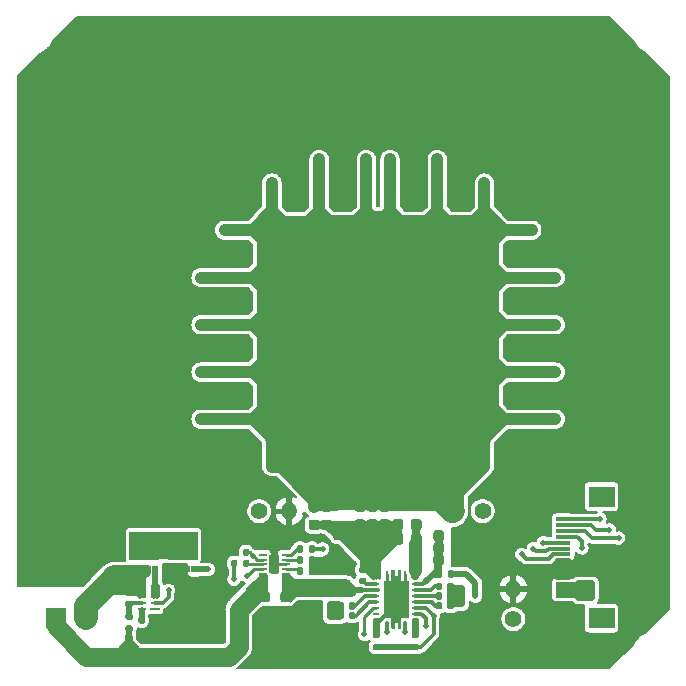
<source format=gbr>
%TF.GenerationSoftware,KiCad,Pcbnew,(5.1.8)-1*%
%TF.CreationDate,2021-09-17T09:19:23+08:00*%
%TF.ProjectId,WirelessPower,57697265-6c65-4737-9350-6f7765722e6b,rev?*%
%TF.SameCoordinates,Original*%
%TF.FileFunction,Copper,L1,Top*%
%TF.FilePolarity,Positive*%
%FSLAX46Y46*%
G04 Gerber Fmt 4.6, Leading zero omitted, Abs format (unit mm)*
G04 Created by KiCad (PCBNEW (5.1.8)-1) date 2021-09-17 09:19:23*
%MOMM*%
%LPD*%
G01*
G04 APERTURE LIST*
%TA.AperFunction,EtchedComponent*%
%ADD10C,0.010000*%
%TD*%
%TA.AperFunction,SMDPad,CuDef*%
%ADD11R,0.900000X1.500000*%
%TD*%
%TA.AperFunction,SMDPad,CuDef*%
%ADD12R,0.760000X0.220000*%
%TD*%
%TA.AperFunction,SMDPad,CuDef*%
%ADD13R,2.050000X3.050000*%
%TD*%
%TA.AperFunction,SMDPad,CuDef*%
%ADD14R,0.600000X0.240000*%
%TD*%
%TA.AperFunction,SMDPad,CuDef*%
%ADD15R,0.240000X0.600000*%
%TD*%
%TA.AperFunction,ComponentPad*%
%ADD16O,1.400000X1.400000*%
%TD*%
%TA.AperFunction,ComponentPad*%
%ADD17C,1.400000*%
%TD*%
%TA.AperFunction,SMDPad,CuDef*%
%ADD18R,1.300000X0.300000*%
%TD*%
%TA.AperFunction,SMDPad,CuDef*%
%ADD19R,2.200000X1.800000*%
%TD*%
%TA.AperFunction,ComponentPad*%
%ADD20O,1.700000X1.700000*%
%TD*%
%TA.AperFunction,ComponentPad*%
%ADD21R,1.700000X1.700000*%
%TD*%
%TA.AperFunction,SMDPad,CuDef*%
%ADD22R,0.500000X0.630000*%
%TD*%
%TA.AperFunction,SMDPad,CuDef*%
%ADD23R,0.850000X0.280000*%
%TD*%
%TA.AperFunction,SMDPad,CuDef*%
%ADD24R,0.750000X0.280000*%
%TD*%
%TA.AperFunction,ViaPad*%
%ADD25C,0.500000*%
%TD*%
%TA.AperFunction,ViaPad*%
%ADD26C,0.450000*%
%TD*%
%TA.AperFunction,Conductor*%
%ADD27C,0.500000*%
%TD*%
%TA.AperFunction,Conductor*%
%ADD28C,2.000000*%
%TD*%
%TA.AperFunction,Conductor*%
%ADD29C,0.300000*%
%TD*%
%TA.AperFunction,Conductor*%
%ADD30C,0.800000*%
%TD*%
%TA.AperFunction,Conductor*%
%ADD31C,0.250000*%
%TD*%
%TA.AperFunction,Conductor*%
%ADD32C,0.700000*%
%TD*%
%TA.AperFunction,Conductor*%
%ADD33C,1.600000*%
%TD*%
%TA.AperFunction,Conductor*%
%ADD34C,1.000000*%
%TD*%
%TA.AperFunction,Conductor*%
%ADD35C,0.900000*%
%TD*%
%TA.AperFunction,Conductor*%
%ADD36C,0.200000*%
%TD*%
%TA.AperFunction,Conductor*%
%ADD37C,0.100000*%
%TD*%
G04 APERTURE END LIST*
D10*
%TO.C,U2*%
G36*
X163695000Y-117955000D02*
G01*
X163695000Y-117080000D01*
X163695069Y-117077383D01*
X163695274Y-117074774D01*
X163695616Y-117072178D01*
X163696093Y-117069604D01*
X163696704Y-117067059D01*
X163697447Y-117064549D01*
X163698321Y-117062082D01*
X163699323Y-117059663D01*
X163700450Y-117057300D01*
X163701699Y-117055000D01*
X163703066Y-117052768D01*
X163704549Y-117050611D01*
X163706143Y-117048534D01*
X163707843Y-117046543D01*
X163709645Y-117044645D01*
X163711543Y-117042843D01*
X163713534Y-117041143D01*
X163715611Y-117039549D01*
X163717768Y-117038066D01*
X163720000Y-117036699D01*
X163722300Y-117035450D01*
X163724663Y-117034323D01*
X163727082Y-117033321D01*
X163729549Y-117032447D01*
X163732059Y-117031704D01*
X163734604Y-117031093D01*
X163737178Y-117030616D01*
X163739774Y-117030274D01*
X163742383Y-117030069D01*
X163745000Y-117030000D01*
X163845000Y-117030000D01*
X163847617Y-117030069D01*
X163850226Y-117030274D01*
X163852822Y-117030616D01*
X163855396Y-117031093D01*
X163857941Y-117031704D01*
X163860451Y-117032447D01*
X163862918Y-117033321D01*
X163865337Y-117034323D01*
X163867700Y-117035450D01*
X163870000Y-117036699D01*
X163872232Y-117038066D01*
X163874389Y-117039549D01*
X163876466Y-117041143D01*
X163878457Y-117042843D01*
X163880355Y-117044645D01*
X163882157Y-117046543D01*
X163883857Y-117048534D01*
X163885451Y-117050611D01*
X163886934Y-117052768D01*
X163888301Y-117055000D01*
X163889550Y-117057300D01*
X163890677Y-117059663D01*
X163891679Y-117062082D01*
X163892553Y-117064549D01*
X163893296Y-117067059D01*
X163893907Y-117069604D01*
X163894384Y-117072178D01*
X163894726Y-117074774D01*
X163894931Y-117077383D01*
X163895000Y-117080000D01*
X163895000Y-117555000D01*
X164245000Y-117555000D01*
X164245000Y-117080000D01*
X164245069Y-117077383D01*
X164245274Y-117074774D01*
X164245616Y-117072178D01*
X164246093Y-117069604D01*
X164246704Y-117067059D01*
X164247447Y-117064549D01*
X164248321Y-117062082D01*
X164249323Y-117059663D01*
X164250450Y-117057300D01*
X164251699Y-117055000D01*
X164253066Y-117052768D01*
X164254549Y-117050611D01*
X164256143Y-117048534D01*
X164257843Y-117046543D01*
X164259645Y-117044645D01*
X164261543Y-117042843D01*
X164263534Y-117041143D01*
X164265611Y-117039549D01*
X164267768Y-117038066D01*
X164270000Y-117036699D01*
X164272300Y-117035450D01*
X164274663Y-117034323D01*
X164277082Y-117033321D01*
X164279549Y-117032447D01*
X164282059Y-117031704D01*
X164284604Y-117031093D01*
X164287178Y-117030616D01*
X164289774Y-117030274D01*
X164292383Y-117030069D01*
X164295000Y-117030000D01*
X164395000Y-117030000D01*
X164397617Y-117030069D01*
X164400226Y-117030274D01*
X164402822Y-117030616D01*
X164405396Y-117031093D01*
X164407941Y-117031704D01*
X164410451Y-117032447D01*
X164412918Y-117033321D01*
X164415337Y-117034323D01*
X164417700Y-117035450D01*
X164420000Y-117036699D01*
X164422232Y-117038066D01*
X164424389Y-117039549D01*
X164426466Y-117041143D01*
X164428457Y-117042843D01*
X164430355Y-117044645D01*
X164432157Y-117046543D01*
X164433857Y-117048534D01*
X164435451Y-117050611D01*
X164436934Y-117052768D01*
X164438301Y-117055000D01*
X164439550Y-117057300D01*
X164440677Y-117059663D01*
X164441679Y-117062082D01*
X164442553Y-117064549D01*
X164443296Y-117067059D01*
X164443907Y-117069604D01*
X164444384Y-117072178D01*
X164444726Y-117074774D01*
X164444931Y-117077383D01*
X164445000Y-117080000D01*
X164445000Y-117955000D01*
X165045000Y-117955000D01*
X165047617Y-117955069D01*
X165050226Y-117955274D01*
X165052822Y-117955616D01*
X165055396Y-117956093D01*
X165057941Y-117956704D01*
X165060451Y-117957447D01*
X165062918Y-117958321D01*
X165065337Y-117959323D01*
X165067700Y-117960450D01*
X165070000Y-117961699D01*
X165072232Y-117963066D01*
X165074389Y-117964549D01*
X165076466Y-117966143D01*
X165078457Y-117967843D01*
X165080355Y-117969645D01*
X165082157Y-117971543D01*
X165083857Y-117973534D01*
X165085451Y-117975611D01*
X165086934Y-117977768D01*
X165088301Y-117980000D01*
X165089550Y-117982300D01*
X165090677Y-117984663D01*
X165091679Y-117987082D01*
X165092553Y-117989549D01*
X165093296Y-117992059D01*
X165093907Y-117994604D01*
X165094384Y-117997178D01*
X165094726Y-117999774D01*
X165094931Y-118002383D01*
X165095000Y-118005000D01*
X165095000Y-120955000D01*
X165094931Y-120957617D01*
X165094726Y-120960226D01*
X165094384Y-120962822D01*
X165093907Y-120965396D01*
X165093296Y-120967941D01*
X165092553Y-120970451D01*
X165091679Y-120972918D01*
X165090677Y-120975337D01*
X165089550Y-120977700D01*
X165088301Y-120980000D01*
X165086934Y-120982232D01*
X165085451Y-120984389D01*
X165083857Y-120986466D01*
X165082157Y-120988457D01*
X165080355Y-120990355D01*
X165078457Y-120992157D01*
X165076466Y-120993857D01*
X165074389Y-120995451D01*
X165072232Y-120996934D01*
X165070000Y-120998301D01*
X165067700Y-120999550D01*
X165065337Y-121000677D01*
X165062918Y-121001679D01*
X165060451Y-121002553D01*
X165057941Y-121003296D01*
X165055396Y-121003907D01*
X165052822Y-121004384D01*
X165050226Y-121004726D01*
X165047617Y-121004931D01*
X165045000Y-121005000D01*
X164445000Y-121005000D01*
X164445000Y-121880000D01*
X164444931Y-121882617D01*
X164444726Y-121885226D01*
X164444384Y-121887822D01*
X164443907Y-121890396D01*
X164443296Y-121892941D01*
X164442553Y-121895451D01*
X164441679Y-121897918D01*
X164440677Y-121900337D01*
X164439550Y-121902700D01*
X164438301Y-121905000D01*
X164436934Y-121907232D01*
X164435451Y-121909389D01*
X164433857Y-121911466D01*
X164432157Y-121913457D01*
X164430355Y-121915355D01*
X164428457Y-121917157D01*
X164426466Y-121918857D01*
X164424389Y-121920451D01*
X164422232Y-121921934D01*
X164420000Y-121923301D01*
X164417700Y-121924550D01*
X164415337Y-121925677D01*
X164412918Y-121926679D01*
X164410451Y-121927553D01*
X164407941Y-121928296D01*
X164405396Y-121928907D01*
X164402822Y-121929384D01*
X164400226Y-121929726D01*
X164397617Y-121929931D01*
X164395000Y-121930000D01*
X164295000Y-121930000D01*
X164292383Y-121929931D01*
X164289774Y-121929726D01*
X164287178Y-121929384D01*
X164284604Y-121928907D01*
X164282059Y-121928296D01*
X164279549Y-121927553D01*
X164277082Y-121926679D01*
X164274663Y-121925677D01*
X164272300Y-121924550D01*
X164270000Y-121923301D01*
X164267768Y-121921934D01*
X164265611Y-121920451D01*
X164263534Y-121918857D01*
X164261543Y-121917157D01*
X164259645Y-121915355D01*
X164257843Y-121913457D01*
X164256143Y-121911466D01*
X164254549Y-121909389D01*
X164253066Y-121907232D01*
X164251699Y-121905000D01*
X164250450Y-121902700D01*
X164249323Y-121900337D01*
X164248321Y-121897918D01*
X164247447Y-121895451D01*
X164246704Y-121892941D01*
X164246093Y-121890396D01*
X164245616Y-121887822D01*
X164245274Y-121885226D01*
X164245069Y-121882617D01*
X164245000Y-121880000D01*
X164245000Y-121405000D01*
X163895000Y-121405000D01*
X163895000Y-121880000D01*
X163894931Y-121882617D01*
X163894726Y-121885226D01*
X163894384Y-121887822D01*
X163893907Y-121890396D01*
X163893296Y-121892941D01*
X163892553Y-121895451D01*
X163891679Y-121897918D01*
X163890677Y-121900337D01*
X163889550Y-121902700D01*
X163888301Y-121905000D01*
X163886934Y-121907232D01*
X163885451Y-121909389D01*
X163883857Y-121911466D01*
X163882157Y-121913457D01*
X163880355Y-121915355D01*
X163878457Y-121917157D01*
X163876466Y-121918857D01*
X163874389Y-121920451D01*
X163872232Y-121921934D01*
X163870000Y-121923301D01*
X163867700Y-121924550D01*
X163865337Y-121925677D01*
X163862918Y-121926679D01*
X163860451Y-121927553D01*
X163857941Y-121928296D01*
X163855396Y-121928907D01*
X163852822Y-121929384D01*
X163850226Y-121929726D01*
X163847617Y-121929931D01*
X163845000Y-121930000D01*
X163745000Y-121930000D01*
X163742383Y-121929931D01*
X163739774Y-121929726D01*
X163737178Y-121929384D01*
X163734604Y-121928907D01*
X163732059Y-121928296D01*
X163729549Y-121927553D01*
X163727082Y-121926679D01*
X163724663Y-121925677D01*
X163722300Y-121924550D01*
X163720000Y-121923301D01*
X163717768Y-121921934D01*
X163715611Y-121920451D01*
X163713534Y-121918857D01*
X163711543Y-121917157D01*
X163709645Y-121915355D01*
X163707843Y-121913457D01*
X163706143Y-121911466D01*
X163704549Y-121909389D01*
X163703066Y-121907232D01*
X163701699Y-121905000D01*
X163700450Y-121902700D01*
X163699323Y-121900337D01*
X163698321Y-121897918D01*
X163697447Y-121895451D01*
X163696704Y-121892941D01*
X163696093Y-121890396D01*
X163695616Y-121887822D01*
X163695274Y-121885226D01*
X163695069Y-121882617D01*
X163695000Y-121880000D01*
X163695000Y-121005000D01*
X163095000Y-121005000D01*
X163092383Y-121004931D01*
X163089774Y-121004726D01*
X163087178Y-121004384D01*
X163084604Y-121003907D01*
X163082059Y-121003296D01*
X163079549Y-121002553D01*
X163077082Y-121001679D01*
X163074663Y-121000677D01*
X163072300Y-120999550D01*
X163070000Y-120998301D01*
X163067768Y-120996934D01*
X163065611Y-120995451D01*
X163063534Y-120993857D01*
X163061543Y-120992157D01*
X163059645Y-120990355D01*
X163057843Y-120988457D01*
X163056143Y-120986466D01*
X163054549Y-120984389D01*
X163053066Y-120982232D01*
X163051699Y-120980000D01*
X163050450Y-120977700D01*
X163049323Y-120975337D01*
X163048321Y-120972918D01*
X163047447Y-120970451D01*
X163046704Y-120967941D01*
X163046093Y-120965396D01*
X163045616Y-120962822D01*
X163045274Y-120960226D01*
X163045069Y-120957617D01*
X163045000Y-120955000D01*
X163045000Y-118005000D01*
X163045069Y-118002383D01*
X163045274Y-117999774D01*
X163045616Y-117997178D01*
X163046093Y-117994604D01*
X163046704Y-117992059D01*
X163047447Y-117989549D01*
X163048321Y-117987082D01*
X163049323Y-117984663D01*
X163050450Y-117982300D01*
X163051699Y-117980000D01*
X163053066Y-117977768D01*
X163054549Y-117975611D01*
X163056143Y-117973534D01*
X163057843Y-117971543D01*
X163059645Y-117969645D01*
X163061543Y-117967843D01*
X163063534Y-117966143D01*
X163065611Y-117964549D01*
X163067768Y-117963066D01*
X163070000Y-117961699D01*
X163072300Y-117960450D01*
X163074663Y-117959323D01*
X163077082Y-117958321D01*
X163079549Y-117957447D01*
X163082059Y-117956704D01*
X163084604Y-117956093D01*
X163087178Y-117955616D01*
X163089774Y-117955274D01*
X163092383Y-117955069D01*
X163095000Y-117955000D01*
X163695000Y-117955000D01*
G37*
X163695000Y-117955000D02*
X163695000Y-117080000D01*
X163695069Y-117077383D01*
X163695274Y-117074774D01*
X163695616Y-117072178D01*
X163696093Y-117069604D01*
X163696704Y-117067059D01*
X163697447Y-117064549D01*
X163698321Y-117062082D01*
X163699323Y-117059663D01*
X163700450Y-117057300D01*
X163701699Y-117055000D01*
X163703066Y-117052768D01*
X163704549Y-117050611D01*
X163706143Y-117048534D01*
X163707843Y-117046543D01*
X163709645Y-117044645D01*
X163711543Y-117042843D01*
X163713534Y-117041143D01*
X163715611Y-117039549D01*
X163717768Y-117038066D01*
X163720000Y-117036699D01*
X163722300Y-117035450D01*
X163724663Y-117034323D01*
X163727082Y-117033321D01*
X163729549Y-117032447D01*
X163732059Y-117031704D01*
X163734604Y-117031093D01*
X163737178Y-117030616D01*
X163739774Y-117030274D01*
X163742383Y-117030069D01*
X163745000Y-117030000D01*
X163845000Y-117030000D01*
X163847617Y-117030069D01*
X163850226Y-117030274D01*
X163852822Y-117030616D01*
X163855396Y-117031093D01*
X163857941Y-117031704D01*
X163860451Y-117032447D01*
X163862918Y-117033321D01*
X163865337Y-117034323D01*
X163867700Y-117035450D01*
X163870000Y-117036699D01*
X163872232Y-117038066D01*
X163874389Y-117039549D01*
X163876466Y-117041143D01*
X163878457Y-117042843D01*
X163880355Y-117044645D01*
X163882157Y-117046543D01*
X163883857Y-117048534D01*
X163885451Y-117050611D01*
X163886934Y-117052768D01*
X163888301Y-117055000D01*
X163889550Y-117057300D01*
X163890677Y-117059663D01*
X163891679Y-117062082D01*
X163892553Y-117064549D01*
X163893296Y-117067059D01*
X163893907Y-117069604D01*
X163894384Y-117072178D01*
X163894726Y-117074774D01*
X163894931Y-117077383D01*
X163895000Y-117080000D01*
X163895000Y-117555000D01*
X164245000Y-117555000D01*
X164245000Y-117080000D01*
X164245069Y-117077383D01*
X164245274Y-117074774D01*
X164245616Y-117072178D01*
X164246093Y-117069604D01*
X164246704Y-117067059D01*
X164247447Y-117064549D01*
X164248321Y-117062082D01*
X164249323Y-117059663D01*
X164250450Y-117057300D01*
X164251699Y-117055000D01*
X164253066Y-117052768D01*
X164254549Y-117050611D01*
X164256143Y-117048534D01*
X164257843Y-117046543D01*
X164259645Y-117044645D01*
X164261543Y-117042843D01*
X164263534Y-117041143D01*
X164265611Y-117039549D01*
X164267768Y-117038066D01*
X164270000Y-117036699D01*
X164272300Y-117035450D01*
X164274663Y-117034323D01*
X164277082Y-117033321D01*
X164279549Y-117032447D01*
X164282059Y-117031704D01*
X164284604Y-117031093D01*
X164287178Y-117030616D01*
X164289774Y-117030274D01*
X164292383Y-117030069D01*
X164295000Y-117030000D01*
X164395000Y-117030000D01*
X164397617Y-117030069D01*
X164400226Y-117030274D01*
X164402822Y-117030616D01*
X164405396Y-117031093D01*
X164407941Y-117031704D01*
X164410451Y-117032447D01*
X164412918Y-117033321D01*
X164415337Y-117034323D01*
X164417700Y-117035450D01*
X164420000Y-117036699D01*
X164422232Y-117038066D01*
X164424389Y-117039549D01*
X164426466Y-117041143D01*
X164428457Y-117042843D01*
X164430355Y-117044645D01*
X164432157Y-117046543D01*
X164433857Y-117048534D01*
X164435451Y-117050611D01*
X164436934Y-117052768D01*
X164438301Y-117055000D01*
X164439550Y-117057300D01*
X164440677Y-117059663D01*
X164441679Y-117062082D01*
X164442553Y-117064549D01*
X164443296Y-117067059D01*
X164443907Y-117069604D01*
X164444384Y-117072178D01*
X164444726Y-117074774D01*
X164444931Y-117077383D01*
X164445000Y-117080000D01*
X164445000Y-117955000D01*
X165045000Y-117955000D01*
X165047617Y-117955069D01*
X165050226Y-117955274D01*
X165052822Y-117955616D01*
X165055396Y-117956093D01*
X165057941Y-117956704D01*
X165060451Y-117957447D01*
X165062918Y-117958321D01*
X165065337Y-117959323D01*
X165067700Y-117960450D01*
X165070000Y-117961699D01*
X165072232Y-117963066D01*
X165074389Y-117964549D01*
X165076466Y-117966143D01*
X165078457Y-117967843D01*
X165080355Y-117969645D01*
X165082157Y-117971543D01*
X165083857Y-117973534D01*
X165085451Y-117975611D01*
X165086934Y-117977768D01*
X165088301Y-117980000D01*
X165089550Y-117982300D01*
X165090677Y-117984663D01*
X165091679Y-117987082D01*
X165092553Y-117989549D01*
X165093296Y-117992059D01*
X165093907Y-117994604D01*
X165094384Y-117997178D01*
X165094726Y-117999774D01*
X165094931Y-118002383D01*
X165095000Y-118005000D01*
X165095000Y-120955000D01*
X165094931Y-120957617D01*
X165094726Y-120960226D01*
X165094384Y-120962822D01*
X165093907Y-120965396D01*
X165093296Y-120967941D01*
X165092553Y-120970451D01*
X165091679Y-120972918D01*
X165090677Y-120975337D01*
X165089550Y-120977700D01*
X165088301Y-120980000D01*
X165086934Y-120982232D01*
X165085451Y-120984389D01*
X165083857Y-120986466D01*
X165082157Y-120988457D01*
X165080355Y-120990355D01*
X165078457Y-120992157D01*
X165076466Y-120993857D01*
X165074389Y-120995451D01*
X165072232Y-120996934D01*
X165070000Y-120998301D01*
X165067700Y-120999550D01*
X165065337Y-121000677D01*
X165062918Y-121001679D01*
X165060451Y-121002553D01*
X165057941Y-121003296D01*
X165055396Y-121003907D01*
X165052822Y-121004384D01*
X165050226Y-121004726D01*
X165047617Y-121004931D01*
X165045000Y-121005000D01*
X164445000Y-121005000D01*
X164445000Y-121880000D01*
X164444931Y-121882617D01*
X164444726Y-121885226D01*
X164444384Y-121887822D01*
X164443907Y-121890396D01*
X164443296Y-121892941D01*
X164442553Y-121895451D01*
X164441679Y-121897918D01*
X164440677Y-121900337D01*
X164439550Y-121902700D01*
X164438301Y-121905000D01*
X164436934Y-121907232D01*
X164435451Y-121909389D01*
X164433857Y-121911466D01*
X164432157Y-121913457D01*
X164430355Y-121915355D01*
X164428457Y-121917157D01*
X164426466Y-121918857D01*
X164424389Y-121920451D01*
X164422232Y-121921934D01*
X164420000Y-121923301D01*
X164417700Y-121924550D01*
X164415337Y-121925677D01*
X164412918Y-121926679D01*
X164410451Y-121927553D01*
X164407941Y-121928296D01*
X164405396Y-121928907D01*
X164402822Y-121929384D01*
X164400226Y-121929726D01*
X164397617Y-121929931D01*
X164395000Y-121930000D01*
X164295000Y-121930000D01*
X164292383Y-121929931D01*
X164289774Y-121929726D01*
X164287178Y-121929384D01*
X164284604Y-121928907D01*
X164282059Y-121928296D01*
X164279549Y-121927553D01*
X164277082Y-121926679D01*
X164274663Y-121925677D01*
X164272300Y-121924550D01*
X164270000Y-121923301D01*
X164267768Y-121921934D01*
X164265611Y-121920451D01*
X164263534Y-121918857D01*
X164261543Y-121917157D01*
X164259645Y-121915355D01*
X164257843Y-121913457D01*
X164256143Y-121911466D01*
X164254549Y-121909389D01*
X164253066Y-121907232D01*
X164251699Y-121905000D01*
X164250450Y-121902700D01*
X164249323Y-121900337D01*
X164248321Y-121897918D01*
X164247447Y-121895451D01*
X164246704Y-121892941D01*
X164246093Y-121890396D01*
X164245616Y-121887822D01*
X164245274Y-121885226D01*
X164245069Y-121882617D01*
X164245000Y-121880000D01*
X164245000Y-121405000D01*
X163895000Y-121405000D01*
X163895000Y-121880000D01*
X163894931Y-121882617D01*
X163894726Y-121885226D01*
X163894384Y-121887822D01*
X163893907Y-121890396D01*
X163893296Y-121892941D01*
X163892553Y-121895451D01*
X163891679Y-121897918D01*
X163890677Y-121900337D01*
X163889550Y-121902700D01*
X163888301Y-121905000D01*
X163886934Y-121907232D01*
X163885451Y-121909389D01*
X163883857Y-121911466D01*
X163882157Y-121913457D01*
X163880355Y-121915355D01*
X163878457Y-121917157D01*
X163876466Y-121918857D01*
X163874389Y-121920451D01*
X163872232Y-121921934D01*
X163870000Y-121923301D01*
X163867700Y-121924550D01*
X163865337Y-121925677D01*
X163862918Y-121926679D01*
X163860451Y-121927553D01*
X163857941Y-121928296D01*
X163855396Y-121928907D01*
X163852822Y-121929384D01*
X163850226Y-121929726D01*
X163847617Y-121929931D01*
X163845000Y-121930000D01*
X163745000Y-121930000D01*
X163742383Y-121929931D01*
X163739774Y-121929726D01*
X163737178Y-121929384D01*
X163734604Y-121928907D01*
X163732059Y-121928296D01*
X163729549Y-121927553D01*
X163727082Y-121926679D01*
X163724663Y-121925677D01*
X163722300Y-121924550D01*
X163720000Y-121923301D01*
X163717768Y-121921934D01*
X163715611Y-121920451D01*
X163713534Y-121918857D01*
X163711543Y-121917157D01*
X163709645Y-121915355D01*
X163707843Y-121913457D01*
X163706143Y-121911466D01*
X163704549Y-121909389D01*
X163703066Y-121907232D01*
X163701699Y-121905000D01*
X163700450Y-121902700D01*
X163699323Y-121900337D01*
X163698321Y-121897918D01*
X163697447Y-121895451D01*
X163696704Y-121892941D01*
X163696093Y-121890396D01*
X163695616Y-121887822D01*
X163695274Y-121885226D01*
X163695069Y-121882617D01*
X163695000Y-121880000D01*
X163695000Y-121005000D01*
X163095000Y-121005000D01*
X163092383Y-121004931D01*
X163089774Y-121004726D01*
X163087178Y-121004384D01*
X163084604Y-121003907D01*
X163082059Y-121003296D01*
X163079549Y-121002553D01*
X163077082Y-121001679D01*
X163074663Y-121000677D01*
X163072300Y-120999550D01*
X163070000Y-120998301D01*
X163067768Y-120996934D01*
X163065611Y-120995451D01*
X163063534Y-120993857D01*
X163061543Y-120992157D01*
X163059645Y-120990355D01*
X163057843Y-120988457D01*
X163056143Y-120986466D01*
X163054549Y-120984389D01*
X163053066Y-120982232D01*
X163051699Y-120980000D01*
X163050450Y-120977700D01*
X163049323Y-120975337D01*
X163048321Y-120972918D01*
X163047447Y-120970451D01*
X163046704Y-120967941D01*
X163046093Y-120965396D01*
X163045616Y-120962822D01*
X163045274Y-120960226D01*
X163045069Y-120957617D01*
X163045000Y-120955000D01*
X163045000Y-118005000D01*
X163045069Y-118002383D01*
X163045274Y-117999774D01*
X163045616Y-117997178D01*
X163046093Y-117994604D01*
X163046704Y-117992059D01*
X163047447Y-117989549D01*
X163048321Y-117987082D01*
X163049323Y-117984663D01*
X163050450Y-117982300D01*
X163051699Y-117980000D01*
X163053066Y-117977768D01*
X163054549Y-117975611D01*
X163056143Y-117973534D01*
X163057843Y-117971543D01*
X163059645Y-117969645D01*
X163061543Y-117967843D01*
X163063534Y-117966143D01*
X163065611Y-117964549D01*
X163067768Y-117963066D01*
X163070000Y-117961699D01*
X163072300Y-117960450D01*
X163074663Y-117959323D01*
X163077082Y-117958321D01*
X163079549Y-117957447D01*
X163082059Y-117956704D01*
X163084604Y-117956093D01*
X163087178Y-117955616D01*
X163089774Y-117955274D01*
X163092383Y-117955069D01*
X163095000Y-117955000D01*
X163695000Y-117955000D01*
%TO.C,U4*%
G36*
X141505000Y-113780000D02*
G01*
X142005000Y-113780000D01*
X142005000Y-114190000D01*
X142155000Y-114190000D01*
X142155000Y-113780000D01*
X142655000Y-113780000D01*
X142655000Y-114190000D01*
X142805000Y-114190000D01*
X142805000Y-113780000D01*
X143305000Y-113780000D01*
X143305000Y-114190000D01*
X143455000Y-114190000D01*
X143455000Y-113780000D01*
X143955000Y-113780000D01*
X143955000Y-116090000D01*
X141505000Y-116090000D01*
X141505000Y-113780000D01*
G37*
X141505000Y-113780000D02*
X142005000Y-113780000D01*
X142005000Y-114190000D01*
X142155000Y-114190000D01*
X142155000Y-113780000D01*
X142655000Y-113780000D01*
X142655000Y-114190000D01*
X142805000Y-114190000D01*
X142805000Y-113780000D01*
X143305000Y-113780000D01*
X143305000Y-114190000D01*
X143455000Y-114190000D01*
X143455000Y-113780000D01*
X143955000Y-113780000D01*
X143955000Y-116090000D01*
X141505000Y-116090000D01*
X141505000Y-113780000D01*
%TO.C,U3*%
G36*
X144815000Y-113779999D02*
G01*
X145315000Y-113779999D01*
X145315000Y-114189999D01*
X145465000Y-114189999D01*
X145465000Y-113779999D01*
X145965000Y-113779999D01*
X145965000Y-114189999D01*
X146115000Y-114189999D01*
X146115000Y-113779999D01*
X146615000Y-113779999D01*
X146615000Y-114189999D01*
X146765000Y-114189999D01*
X146765000Y-113779999D01*
X147265000Y-113779999D01*
X147265000Y-116089999D01*
X144815000Y-116089999D01*
X144815000Y-113779999D01*
G37*
X144815000Y-113779999D02*
X145315000Y-113779999D01*
X145315000Y-114189999D01*
X145465000Y-114189999D01*
X145465000Y-113779999D01*
X145965000Y-113779999D01*
X145965000Y-114189999D01*
X146115000Y-114189999D01*
X146115000Y-113779999D01*
X146615000Y-113779999D01*
X146615000Y-114189999D01*
X146765000Y-114189999D01*
X146765000Y-113779999D01*
X147265000Y-113779999D01*
X147265000Y-116089999D01*
X144815000Y-116089999D01*
X144815000Y-113779999D01*
%TD*%
D11*
%TO.P,U5,11*%
%TO.N,GND*%
X153770000Y-116559999D03*
D12*
%TO.P,U5,10*%
%TO.N,BAT+*%
X152785000Y-117359999D03*
%TO.P,U5,9*%
%TO.N,Net-(TH2-Pad1)*%
X152785000Y-116959999D03*
%TO.P,U5,8*%
%TO.N,Net-(R10-Pad1)*%
X152785000Y-116559999D03*
%TO.P,U5,7*%
%TO.N,BAT_ISET*%
X152785000Y-116159999D03*
%TO.P,U5,6*%
%TO.N,N/C*%
X152785000Y-115759999D03*
%TO.P,U5,5*%
%TO.N,Net-(R11-Pad1)*%
X154755000Y-115759999D03*
%TO.P,U5,4*%
%TO.N,Net-(R9-Pad1)*%
X154755000Y-116159999D03*
%TO.P,U5,3*%
%TO.N,GND*%
X154755000Y-116559999D03*
%TO.P,U5,2*%
%TO.N,Net-(R8-Pad1)*%
X154755000Y-116959999D03*
%TO.P,U5,1*%
%TO.N,REG_power*%
X154755000Y-117359999D03*
%TD*%
D13*
%TO.P,U2,21*%
%TO.N,GND*%
X164070000Y-119480000D03*
D14*
%TO.P,U2,19*%
%TO.N,Net-(C15-Pad2)*%
X165720000Y-117730000D03*
%TO.P,U2,18*%
%TO.N,Net-(C10-Pad2)*%
X165720000Y-118230000D03*
%TO.P,U2,17*%
%TO.N,Net-(C7-Pad1)*%
X165720000Y-118730000D03*
%TO.P,U2,12*%
%TO.N,Net-(R2-Pad1)*%
X165720000Y-121230000D03*
%TO.P,U2,13*%
%TO.N,Net-(TH1-Pad1)*%
X165720000Y-120730000D03*
%TO.P,U2,14*%
%TO.N,Net-(R1-Pad1)*%
X165720000Y-120230000D03*
%TO.P,U2,15*%
%TO.N,Net-(C9-Pad1)*%
X165720000Y-119730000D03*
%TO.P,U2,16*%
%TO.N,Net-(C8-Pad1)*%
X165720000Y-119230000D03*
%TO.P,U2,2*%
%TO.N,Net-(C1-Pad2)*%
X162420000Y-117730000D03*
%TO.P,U2,3*%
%TO.N,Net-(C6-Pad2)*%
X162420000Y-118230000D03*
%TO.P,U2,4*%
%TO.N,REG_power*%
X162420000Y-118730000D03*
%TO.P,U2,9*%
%TO.N,GND*%
X162420000Y-121230000D03*
%TO.P,U2,8*%
%TO.N,N/C*%
X162420000Y-120730000D03*
%TO.P,U2,7*%
%TO.N,REG_CHG*%
X162420000Y-120230000D03*
%TO.P,U2,6*%
%TO.N,Net-(C4-Pad2)*%
X162420000Y-119730000D03*
%TO.P,U2,5*%
%TO.N,Net-(C5-Pad2)*%
X162420000Y-119230000D03*
D15*
%TO.P,U2,11*%
%TO.N,REG_EN2*%
X164820000Y-121630000D03*
%TO.P,U2,10*%
%TO.N,REG_EN1*%
X163320000Y-121630000D03*
%TO.P,U2,20*%
%TO.N,GND*%
X164820000Y-117330000D03*
%TO.P,U2,1*%
X163320000Y-117330000D03*
%TD*%
%TO.P,C22,2*%
%TO.N,Net-(C10-Pad2)*%
%TA.AperFunction,SMDPad,CuDef*%
G36*
G01*
X168145000Y-113880000D02*
X168145000Y-114380000D01*
G75*
G02*
X167920000Y-114605000I-225000J0D01*
G01*
X167470000Y-114605000D01*
G75*
G02*
X167245000Y-114380000I0J225000D01*
G01*
X167245000Y-113880000D01*
G75*
G02*
X167470000Y-113655000I225000J0D01*
G01*
X167920000Y-113655000D01*
G75*
G02*
X168145000Y-113880000I0J-225000D01*
G01*
G37*
%TD.AperFunction*%
%TO.P,C22,1*%
%TO.N,GND*%
%TA.AperFunction,SMDPad,CuDef*%
G36*
G01*
X169695000Y-113880000D02*
X169695000Y-114380000D01*
G75*
G02*
X169470000Y-114605000I-225000J0D01*
G01*
X169020000Y-114605000D01*
G75*
G02*
X168795000Y-114380000I0J225000D01*
G01*
X168795000Y-113880000D01*
G75*
G02*
X169020000Y-113655000I225000J0D01*
G01*
X169470000Y-113655000D01*
G75*
G02*
X169695000Y-113880000I0J-225000D01*
G01*
G37*
%TD.AperFunction*%
%TD*%
D16*
%TO.P,J6,2*%
%TO.N,Net-(C1-Pad1)*%
X168870000Y-112050000D03*
D17*
%TO.P,J6,1*%
%TO.N,Net-(C15-Pad2)*%
X171410000Y-112050000D03*
%TD*%
%TO.P,C21,2*%
%TO.N,Net-(C1-Pad2)*%
%TA.AperFunction,SMDPad,CuDef*%
G36*
G01*
X156910000Y-112755000D02*
X157410000Y-112755000D01*
G75*
G02*
X157635000Y-112980000I0J-225000D01*
G01*
X157635000Y-113430000D01*
G75*
G02*
X157410000Y-113655000I-225000J0D01*
G01*
X156910000Y-113655000D01*
G75*
G02*
X156685000Y-113430000I0J225000D01*
G01*
X156685000Y-112980000D01*
G75*
G02*
X156910000Y-112755000I225000J0D01*
G01*
G37*
%TD.AperFunction*%
%TO.P,C21,1*%
%TO.N,Net-(C1-Pad1)*%
%TA.AperFunction,SMDPad,CuDef*%
G36*
G01*
X156910000Y-111205000D02*
X157410000Y-111205000D01*
G75*
G02*
X157635000Y-111430000I0J-225000D01*
G01*
X157635000Y-111880000D01*
G75*
G02*
X157410000Y-112105000I-225000J0D01*
G01*
X156910000Y-112105000D01*
G75*
G02*
X156685000Y-111880000I0J225000D01*
G01*
X156685000Y-111430000D01*
G75*
G02*
X156910000Y-111205000I225000J0D01*
G01*
G37*
%TD.AperFunction*%
%TD*%
%TO.P,C20,2*%
%TO.N,Net-(C1-Pad2)*%
%TA.AperFunction,SMDPad,CuDef*%
G36*
G01*
X157942500Y-112755000D02*
X158442500Y-112755000D01*
G75*
G02*
X158667500Y-112980000I0J-225000D01*
G01*
X158667500Y-113430000D01*
G75*
G02*
X158442500Y-113655000I-225000J0D01*
G01*
X157942500Y-113655000D01*
G75*
G02*
X157717500Y-113430000I0J225000D01*
G01*
X157717500Y-112980000D01*
G75*
G02*
X157942500Y-112755000I225000J0D01*
G01*
G37*
%TD.AperFunction*%
%TO.P,C20,1*%
%TO.N,Net-(C1-Pad1)*%
%TA.AperFunction,SMDPad,CuDef*%
G36*
G01*
X157942500Y-111205000D02*
X158442500Y-111205000D01*
G75*
G02*
X158667500Y-111430000I0J-225000D01*
G01*
X158667500Y-111880000D01*
G75*
G02*
X158442500Y-112105000I-225000J0D01*
G01*
X157942500Y-112105000D01*
G75*
G02*
X157717500Y-111880000I0J225000D01*
G01*
X157717500Y-111430000D01*
G75*
G02*
X157942500Y-111205000I225000J0D01*
G01*
G37*
%TD.AperFunction*%
%TD*%
%TO.P,C19,2*%
%TO.N,Net-(C1-Pad2)*%
%TA.AperFunction,SMDPad,CuDef*%
G36*
G01*
X162870000Y-112735000D02*
X163370000Y-112735000D01*
G75*
G02*
X163595000Y-112960000I0J-225000D01*
G01*
X163595000Y-113410000D01*
G75*
G02*
X163370000Y-113635000I-225000J0D01*
G01*
X162870000Y-113635000D01*
G75*
G02*
X162645000Y-113410000I0J225000D01*
G01*
X162645000Y-112960000D01*
G75*
G02*
X162870000Y-112735000I225000J0D01*
G01*
G37*
%TD.AperFunction*%
%TO.P,C19,1*%
%TO.N,Net-(C1-Pad1)*%
%TA.AperFunction,SMDPad,CuDef*%
G36*
G01*
X162870000Y-111185000D02*
X163370000Y-111185000D01*
G75*
G02*
X163595000Y-111410000I0J-225000D01*
G01*
X163595000Y-111860000D01*
G75*
G02*
X163370000Y-112085000I-225000J0D01*
G01*
X162870000Y-112085000D01*
G75*
G02*
X162645000Y-111860000I0J225000D01*
G01*
X162645000Y-111410000D01*
G75*
G02*
X162870000Y-111185000I225000J0D01*
G01*
G37*
%TD.AperFunction*%
%TD*%
%TO.P,C15,2*%
%TO.N,Net-(C15-Pad2)*%
%TA.AperFunction,SMDPad,CuDef*%
G36*
G01*
X165345000Y-113430001D02*
X165345000Y-112930001D01*
G75*
G02*
X165570000Y-112705001I225000J0D01*
G01*
X166020000Y-112705001D01*
G75*
G02*
X166245000Y-112930001I0J-225000D01*
G01*
X166245000Y-113430001D01*
G75*
G02*
X166020000Y-113655001I-225000J0D01*
G01*
X165570000Y-113655001D01*
G75*
G02*
X165345000Y-113430001I0J225000D01*
G01*
G37*
%TD.AperFunction*%
%TO.P,C15,1*%
%TO.N,Net-(C1-Pad2)*%
%TA.AperFunction,SMDPad,CuDef*%
G36*
G01*
X163795000Y-113430001D02*
X163795000Y-112930001D01*
G75*
G02*
X164020000Y-112705001I225000J0D01*
G01*
X164470000Y-112705001D01*
G75*
G02*
X164695000Y-112930001I0J-225000D01*
G01*
X164695000Y-113430001D01*
G75*
G02*
X164470000Y-113655001I-225000J0D01*
G01*
X164020000Y-113655001D01*
G75*
G02*
X163795000Y-113430001I0J225000D01*
G01*
G37*
%TD.AperFunction*%
%TD*%
%TO.P,C14,2*%
%TO.N,Net-(C1-Pad2)*%
%TA.AperFunction,SMDPad,CuDef*%
G36*
G01*
X161830000Y-112735000D02*
X162330000Y-112735000D01*
G75*
G02*
X162555000Y-112960000I0J-225000D01*
G01*
X162555000Y-113410000D01*
G75*
G02*
X162330000Y-113635000I-225000J0D01*
G01*
X161830000Y-113635000D01*
G75*
G02*
X161605000Y-113410000I0J225000D01*
G01*
X161605000Y-112960000D01*
G75*
G02*
X161830000Y-112735000I225000J0D01*
G01*
G37*
%TD.AperFunction*%
%TO.P,C14,1*%
%TO.N,Net-(C1-Pad1)*%
%TA.AperFunction,SMDPad,CuDef*%
G36*
G01*
X161830000Y-111185000D02*
X162330000Y-111185000D01*
G75*
G02*
X162555000Y-111410000I0J-225000D01*
G01*
X162555000Y-111860000D01*
G75*
G02*
X162330000Y-112085000I-225000J0D01*
G01*
X161830000Y-112085000D01*
G75*
G02*
X161605000Y-111860000I0J225000D01*
G01*
X161605000Y-111410000D01*
G75*
G02*
X161830000Y-111185000I225000J0D01*
G01*
G37*
%TD.AperFunction*%
%TD*%
%TO.P,C13,2*%
%TO.N,Net-(C1-Pad2)*%
%TA.AperFunction,SMDPad,CuDef*%
G36*
G01*
X160790000Y-112745000D02*
X161290000Y-112745000D01*
G75*
G02*
X161515000Y-112970000I0J-225000D01*
G01*
X161515000Y-113420000D01*
G75*
G02*
X161290000Y-113645000I-225000J0D01*
G01*
X160790000Y-113645000D01*
G75*
G02*
X160565000Y-113420000I0J225000D01*
G01*
X160565000Y-112970000D01*
G75*
G02*
X160790000Y-112745000I225000J0D01*
G01*
G37*
%TD.AperFunction*%
%TO.P,C13,1*%
%TO.N,Net-(C1-Pad1)*%
%TA.AperFunction,SMDPad,CuDef*%
G36*
G01*
X160790000Y-111195000D02*
X161290000Y-111195000D01*
G75*
G02*
X161515000Y-111420000I0J-225000D01*
G01*
X161515000Y-111870000D01*
G75*
G02*
X161290000Y-112095000I-225000J0D01*
G01*
X160790000Y-112095000D01*
G75*
G02*
X160565000Y-111870000I0J225000D01*
G01*
X160565000Y-111420000D01*
G75*
G02*
X160790000Y-111195000I225000J0D01*
G01*
G37*
%TD.AperFunction*%
%TD*%
%TO.P,C2,2*%
%TO.N,Net-(C15-Pad2)*%
%TA.AperFunction,SMDPad,CuDef*%
G36*
G01*
X165345002Y-114660000D02*
X165345002Y-114160000D01*
G75*
G02*
X165570002Y-113935000I225000J0D01*
G01*
X166020002Y-113935000D01*
G75*
G02*
X166245002Y-114160000I0J-225000D01*
G01*
X166245002Y-114660000D01*
G75*
G02*
X166020002Y-114885000I-225000J0D01*
G01*
X165570002Y-114885000D01*
G75*
G02*
X165345002Y-114660000I0J225000D01*
G01*
G37*
%TD.AperFunction*%
%TO.P,C2,1*%
%TO.N,Net-(C1-Pad2)*%
%TA.AperFunction,SMDPad,CuDef*%
G36*
G01*
X163795002Y-114660000D02*
X163795002Y-114160000D01*
G75*
G02*
X164020002Y-113935000I225000J0D01*
G01*
X164470002Y-113935000D01*
G75*
G02*
X164695002Y-114160000I0J-225000D01*
G01*
X164695002Y-114660000D01*
G75*
G02*
X164470002Y-114885000I-225000J0D01*
G01*
X164020002Y-114885000D01*
G75*
G02*
X163795002Y-114660000I0J225000D01*
G01*
G37*
%TD.AperFunction*%
%TD*%
%TO.P,C1,2*%
%TO.N,Net-(C1-Pad2)*%
%TA.AperFunction,SMDPad,CuDef*%
G36*
G01*
X158999999Y-113350000D02*
X160300001Y-113350000D01*
G75*
G02*
X160550000Y-113599999I0J-249999D01*
G01*
X160550000Y-114250001D01*
G75*
G02*
X160300001Y-114500000I-249999J0D01*
G01*
X158999999Y-114500000D01*
G75*
G02*
X158750000Y-114250001I0J249999D01*
G01*
X158750000Y-113599999D01*
G75*
G02*
X158999999Y-113350000I249999J0D01*
G01*
G37*
%TD.AperFunction*%
%TO.P,C1,1*%
%TO.N,Net-(C1-Pad1)*%
%TA.AperFunction,SMDPad,CuDef*%
G36*
G01*
X158999999Y-110400000D02*
X160300001Y-110400000D01*
G75*
G02*
X160550000Y-110649999I0J-249999D01*
G01*
X160550000Y-111300001D01*
G75*
G02*
X160300001Y-111550000I-249999J0D01*
G01*
X158999999Y-111550000D01*
G75*
G02*
X158750000Y-111300001I0J249999D01*
G01*
X158750000Y-110649999D01*
G75*
G02*
X158999999Y-110400000I249999J0D01*
G01*
G37*
%TD.AperFunction*%
%TD*%
D18*
%TO.P,J7,14*%
%TO.N,REG_EN2*%
X178230000Y-112710000D03*
%TO.P,J7,13*%
%TO.N,REG_EN1*%
X178230000Y-113210000D03*
%TO.P,J7,12*%
%TO.N,REG_CHG*%
X178230000Y-113710000D03*
%TO.P,J7,11*%
%TO.N,REG_power*%
X178230000Y-114210000D03*
%TO.P,J7,10*%
%TO.N,BAT_ISET*%
X178230000Y-114710000D03*
%TO.P,J7,9*%
%TO.N,BAT_PG*%
X178230000Y-115210000D03*
%TO.P,J7,8*%
%TO.N,BAT_CHG*%
X178230000Y-115710000D03*
%TO.P,J7,7*%
%TO.N,GND*%
X178230000Y-116210000D03*
%TO.P,J7,6*%
X178230000Y-116710000D03*
%TO.P,J7,5*%
X178230000Y-117210000D03*
%TO.P,J7,4*%
X178230000Y-117710000D03*
%TO.P,J7,3*%
%TO.N,BAT+*%
X178230000Y-118210000D03*
%TO.P,J7,2*%
X178230000Y-118710000D03*
%TO.P,J7,1*%
X178230000Y-119210000D03*
D19*
%TO.P,J7,MP*%
%TO.N,N/C*%
X181480000Y-121110000D03*
X181480000Y-110810000D03*
%TD*%
%TO.P,C18,2*%
%TO.N,Net-(C10-Pad2)*%
%TA.AperFunction,SMDPad,CuDef*%
G36*
G01*
X168145000Y-115950000D02*
X168145000Y-116450000D01*
G75*
G02*
X167920000Y-116675000I-225000J0D01*
G01*
X167470000Y-116675000D01*
G75*
G02*
X167245000Y-116450000I0J225000D01*
G01*
X167245000Y-115950000D01*
G75*
G02*
X167470000Y-115725000I225000J0D01*
G01*
X167920000Y-115725000D01*
G75*
G02*
X168145000Y-115950000I0J-225000D01*
G01*
G37*
%TD.AperFunction*%
%TO.P,C18,1*%
%TO.N,GND*%
%TA.AperFunction,SMDPad,CuDef*%
G36*
G01*
X169695000Y-115950000D02*
X169695000Y-116450000D01*
G75*
G02*
X169470000Y-116675000I-225000J0D01*
G01*
X169020000Y-116675000D01*
G75*
G02*
X168795000Y-116450000I0J225000D01*
G01*
X168795000Y-115950000D01*
G75*
G02*
X169020000Y-115725000I225000J0D01*
G01*
X169470000Y-115725000D01*
G75*
G02*
X169695000Y-115950000I0J-225000D01*
G01*
G37*
%TD.AperFunction*%
%TD*%
%TO.P,C17,2*%
%TO.N,REG_power*%
%TA.AperFunction,SMDPad,CuDef*%
G36*
G01*
X158370000Y-117845000D02*
X158870000Y-117845000D01*
G75*
G02*
X159095000Y-118070000I0J-225000D01*
G01*
X159095000Y-118520000D01*
G75*
G02*
X158870000Y-118745000I-225000J0D01*
G01*
X158370000Y-118745000D01*
G75*
G02*
X158145000Y-118520000I0J225000D01*
G01*
X158145000Y-118070000D01*
G75*
G02*
X158370000Y-117845000I225000J0D01*
G01*
G37*
%TD.AperFunction*%
%TO.P,C17,1*%
%TO.N,GND*%
%TA.AperFunction,SMDPad,CuDef*%
G36*
G01*
X158370000Y-116295000D02*
X158870000Y-116295000D01*
G75*
G02*
X159095000Y-116520000I0J-225000D01*
G01*
X159095000Y-116970000D01*
G75*
G02*
X158870000Y-117195000I-225000J0D01*
G01*
X158370000Y-117195000D01*
G75*
G02*
X158145000Y-116970000I0J225000D01*
G01*
X158145000Y-116520000D01*
G75*
G02*
X158370000Y-116295000I225000J0D01*
G01*
G37*
%TD.AperFunction*%
%TD*%
%TO.P,C16,2*%
%TO.N,REG_power*%
%TA.AperFunction,SMDPad,CuDef*%
G36*
G01*
X159530000Y-117845000D02*
X160030000Y-117845000D01*
G75*
G02*
X160255000Y-118070000I0J-225000D01*
G01*
X160255000Y-118520000D01*
G75*
G02*
X160030000Y-118745000I-225000J0D01*
G01*
X159530000Y-118745000D01*
G75*
G02*
X159305000Y-118520000I0J225000D01*
G01*
X159305000Y-118070000D01*
G75*
G02*
X159530000Y-117845000I225000J0D01*
G01*
G37*
%TD.AperFunction*%
%TO.P,C16,1*%
%TO.N,GND*%
%TA.AperFunction,SMDPad,CuDef*%
G36*
G01*
X159530000Y-116295000D02*
X160030000Y-116295000D01*
G75*
G02*
X160255000Y-116520000I0J-225000D01*
G01*
X160255000Y-116970000D01*
G75*
G02*
X160030000Y-117195000I-225000J0D01*
G01*
X159530000Y-117195000D01*
G75*
G02*
X159305000Y-116970000I0J225000D01*
G01*
X159305000Y-116520000D01*
G75*
G02*
X159530000Y-116295000I225000J0D01*
G01*
G37*
%TD.AperFunction*%
%TD*%
%TO.P,C10,2*%
%TO.N,Net-(C10-Pad2)*%
%TA.AperFunction,SMDPad,CuDef*%
G36*
G01*
X168145000Y-114910000D02*
X168145000Y-115410000D01*
G75*
G02*
X167920000Y-115635000I-225000J0D01*
G01*
X167470000Y-115635000D01*
G75*
G02*
X167245000Y-115410000I0J225000D01*
G01*
X167245000Y-114910000D01*
G75*
G02*
X167470000Y-114685000I225000J0D01*
G01*
X167920000Y-114685000D01*
G75*
G02*
X168145000Y-114910000I0J-225000D01*
G01*
G37*
%TD.AperFunction*%
%TO.P,C10,1*%
%TO.N,GND*%
%TA.AperFunction,SMDPad,CuDef*%
G36*
G01*
X169695000Y-114910000D02*
X169695000Y-115410000D01*
G75*
G02*
X169470000Y-115635000I-225000J0D01*
G01*
X169020000Y-115635000D01*
G75*
G02*
X168795000Y-115410000I0J225000D01*
G01*
X168795000Y-114910000D01*
G75*
G02*
X169020000Y-114685000I225000J0D01*
G01*
X169470000Y-114685000D01*
G75*
G02*
X169695000Y-114910000I0J-225000D01*
G01*
G37*
%TD.AperFunction*%
%TD*%
%TO.P,C9,2*%
%TO.N,Net-(C15-Pad2)*%
%TA.AperFunction,SMDPad,CuDef*%
G36*
G01*
X168400000Y-120220000D02*
X168400000Y-119880000D01*
G75*
G02*
X168540000Y-119740000I140000J0D01*
G01*
X168820000Y-119740000D01*
G75*
G02*
X168960000Y-119880000I0J-140000D01*
G01*
X168960000Y-120220000D01*
G75*
G02*
X168820000Y-120360000I-140000J0D01*
G01*
X168540000Y-120360000D01*
G75*
G02*
X168400000Y-120220000I0J140000D01*
G01*
G37*
%TD.AperFunction*%
%TO.P,C9,1*%
%TO.N,Net-(C9-Pad1)*%
%TA.AperFunction,SMDPad,CuDef*%
G36*
G01*
X167440000Y-120220000D02*
X167440000Y-119880000D01*
G75*
G02*
X167580000Y-119740000I140000J0D01*
G01*
X167860000Y-119740000D01*
G75*
G02*
X168000000Y-119880000I0J-140000D01*
G01*
X168000000Y-120220000D01*
G75*
G02*
X167860000Y-120360000I-140000J0D01*
G01*
X167580000Y-120360000D01*
G75*
G02*
X167440000Y-120220000I0J140000D01*
G01*
G37*
%TD.AperFunction*%
%TD*%
%TO.P,C8,2*%
%TO.N,Net-(C15-Pad2)*%
%TA.AperFunction,SMDPad,CuDef*%
G36*
G01*
X168400000Y-119400000D02*
X168400000Y-119060000D01*
G75*
G02*
X168540000Y-118920000I140000J0D01*
G01*
X168820000Y-118920000D01*
G75*
G02*
X168960000Y-119060000I0J-140000D01*
G01*
X168960000Y-119400000D01*
G75*
G02*
X168820000Y-119540000I-140000J0D01*
G01*
X168540000Y-119540000D01*
G75*
G02*
X168400000Y-119400000I0J140000D01*
G01*
G37*
%TD.AperFunction*%
%TO.P,C8,1*%
%TO.N,Net-(C8-Pad1)*%
%TA.AperFunction,SMDPad,CuDef*%
G36*
G01*
X167440000Y-119400000D02*
X167440000Y-119060000D01*
G75*
G02*
X167580000Y-118920000I140000J0D01*
G01*
X167860000Y-118920000D01*
G75*
G02*
X168000000Y-119060000I0J-140000D01*
G01*
X168000000Y-119400000D01*
G75*
G02*
X167860000Y-119540000I-140000J0D01*
G01*
X167580000Y-119540000D01*
G75*
G02*
X167440000Y-119400000I0J140000D01*
G01*
G37*
%TD.AperFunction*%
%TD*%
%TO.P,C5,2*%
%TO.N,Net-(C5-Pad2)*%
%TA.AperFunction,SMDPad,CuDef*%
G36*
G01*
X160080000Y-120250000D02*
X160080000Y-119910000D01*
G75*
G02*
X160220000Y-119770000I140000J0D01*
G01*
X160500000Y-119770000D01*
G75*
G02*
X160640000Y-119910000I0J-140000D01*
G01*
X160640000Y-120250000D01*
G75*
G02*
X160500000Y-120390000I-140000J0D01*
G01*
X160220000Y-120390000D01*
G75*
G02*
X160080000Y-120250000I0J140000D01*
G01*
G37*
%TD.AperFunction*%
%TO.P,C5,1*%
%TO.N,Net-(C1-Pad2)*%
%TA.AperFunction,SMDPad,CuDef*%
G36*
G01*
X159120000Y-120250000D02*
X159120000Y-119910000D01*
G75*
G02*
X159260000Y-119770000I140000J0D01*
G01*
X159540000Y-119770000D01*
G75*
G02*
X159680000Y-119910000I0J-140000D01*
G01*
X159680000Y-120250000D01*
G75*
G02*
X159540000Y-120390000I-140000J0D01*
G01*
X159260000Y-120390000D01*
G75*
G02*
X159120000Y-120250000I0J140000D01*
G01*
G37*
%TD.AperFunction*%
%TD*%
%TO.P,C4,2*%
%TO.N,Net-(C4-Pad2)*%
%TA.AperFunction,SMDPad,CuDef*%
G36*
G01*
X160080000Y-121070000D02*
X160080000Y-120730000D01*
G75*
G02*
X160220000Y-120590000I140000J0D01*
G01*
X160500000Y-120590000D01*
G75*
G02*
X160640000Y-120730000I0J-140000D01*
G01*
X160640000Y-121070000D01*
G75*
G02*
X160500000Y-121210000I-140000J0D01*
G01*
X160220000Y-121210000D01*
G75*
G02*
X160080000Y-121070000I0J140000D01*
G01*
G37*
%TD.AperFunction*%
%TO.P,C4,1*%
%TO.N,Net-(C1-Pad2)*%
%TA.AperFunction,SMDPad,CuDef*%
G36*
G01*
X159120000Y-121070000D02*
X159120000Y-120730000D01*
G75*
G02*
X159260000Y-120590000I140000J0D01*
G01*
X159540000Y-120590000D01*
G75*
G02*
X159680000Y-120730000I0J-140000D01*
G01*
X159680000Y-121070000D01*
G75*
G02*
X159540000Y-121210000I-140000J0D01*
G01*
X159260000Y-121210000D01*
G75*
G02*
X159120000Y-121070000I0J140000D01*
G01*
G37*
%TD.AperFunction*%
%TD*%
%TO.P,C7,2*%
%TO.N,Net-(C15-Pad2)*%
%TA.AperFunction,SMDPad,CuDef*%
G36*
G01*
X168400000Y-118580000D02*
X168400000Y-118240000D01*
G75*
G02*
X168540000Y-118100000I140000J0D01*
G01*
X168820000Y-118100000D01*
G75*
G02*
X168960000Y-118240000I0J-140000D01*
G01*
X168960000Y-118580000D01*
G75*
G02*
X168820000Y-118720000I-140000J0D01*
G01*
X168540000Y-118720000D01*
G75*
G02*
X168400000Y-118580000I0J140000D01*
G01*
G37*
%TD.AperFunction*%
%TO.P,C7,1*%
%TO.N,Net-(C7-Pad1)*%
%TA.AperFunction,SMDPad,CuDef*%
G36*
G01*
X167440000Y-118580000D02*
X167440000Y-118240000D01*
G75*
G02*
X167580000Y-118100000I140000J0D01*
G01*
X167860000Y-118100000D01*
G75*
G02*
X168000000Y-118240000I0J-140000D01*
G01*
X168000000Y-118580000D01*
G75*
G02*
X167860000Y-118720000I-140000J0D01*
G01*
X167580000Y-118720000D01*
G75*
G02*
X167440000Y-118580000I0J140000D01*
G01*
G37*
%TD.AperFunction*%
%TD*%
%TO.P,C6,2*%
%TO.N,Net-(C6-Pad2)*%
%TA.AperFunction,SMDPad,CuDef*%
G36*
G01*
X161090000Y-117680000D02*
X161430000Y-117680000D01*
G75*
G02*
X161570000Y-117820000I0J-140000D01*
G01*
X161570000Y-118100000D01*
G75*
G02*
X161430000Y-118240000I-140000J0D01*
G01*
X161090000Y-118240000D01*
G75*
G02*
X160950000Y-118100000I0J140000D01*
G01*
X160950000Y-117820000D01*
G75*
G02*
X161090000Y-117680000I140000J0D01*
G01*
G37*
%TD.AperFunction*%
%TO.P,C6,1*%
%TO.N,Net-(C1-Pad2)*%
%TA.AperFunction,SMDPad,CuDef*%
G36*
G01*
X161090000Y-116720000D02*
X161430000Y-116720000D01*
G75*
G02*
X161570000Y-116860000I0J-140000D01*
G01*
X161570000Y-117140000D01*
G75*
G02*
X161430000Y-117280000I-140000J0D01*
G01*
X161090000Y-117280000D01*
G75*
G02*
X160950000Y-117140000I0J140000D01*
G01*
X160950000Y-116860000D01*
G75*
G02*
X161090000Y-116720000I140000J0D01*
G01*
G37*
%TD.AperFunction*%
%TD*%
%TO.P,R3,2*%
%TO.N,Net-(R1-Pad1)*%
%TA.AperFunction,SMDPad,CuDef*%
G36*
G01*
X168450000Y-117555000D02*
X168450000Y-117185000D01*
G75*
G02*
X168585000Y-117050000I135000J0D01*
G01*
X168855000Y-117050000D01*
G75*
G02*
X168990000Y-117185000I0J-135000D01*
G01*
X168990000Y-117555000D01*
G75*
G02*
X168855000Y-117690000I-135000J0D01*
G01*
X168585000Y-117690000D01*
G75*
G02*
X168450000Y-117555000I0J135000D01*
G01*
G37*
%TD.AperFunction*%
%TO.P,R3,1*%
%TO.N,Net-(C10-Pad2)*%
%TA.AperFunction,SMDPad,CuDef*%
G36*
G01*
X167430000Y-117555000D02*
X167430000Y-117185000D01*
G75*
G02*
X167565000Y-117050000I135000J0D01*
G01*
X167835000Y-117050000D01*
G75*
G02*
X167970000Y-117185000I0J-135000D01*
G01*
X167970000Y-117555000D01*
G75*
G02*
X167835000Y-117690000I-135000J0D01*
G01*
X167565000Y-117690000D01*
G75*
G02*
X167430000Y-117555000I0J135000D01*
G01*
G37*
%TD.AperFunction*%
%TD*%
D16*
%TO.P,TH2,2*%
%TO.N,GND*%
X155030000Y-112060000D03*
D17*
%TO.P,TH2,1*%
%TO.N,Net-(TH2-Pad1)*%
X152490000Y-112060000D03*
%TD*%
D16*
%TO.P,TH1,2*%
%TO.N,GND*%
X174010000Y-118640000D03*
D17*
%TO.P,TH1,1*%
%TO.N,Net-(TH1-Pad1)*%
X174010000Y-121180000D03*
%TD*%
%TO.P,R11,2*%
%TO.N,BAT_PG*%
%TA.AperFunction,SMDPad,CuDef*%
G36*
G01*
X156699999Y-115435000D02*
X156699999Y-115065000D01*
G75*
G02*
X156834999Y-114930000I135000J0D01*
G01*
X157104999Y-114930000D01*
G75*
G02*
X157239999Y-115065000I0J-135000D01*
G01*
X157239999Y-115435000D01*
G75*
G02*
X157104999Y-115570000I-135000J0D01*
G01*
X156834999Y-115570000D01*
G75*
G02*
X156699999Y-115435000I0J135000D01*
G01*
G37*
%TD.AperFunction*%
%TO.P,R11,1*%
%TO.N,Net-(R11-Pad1)*%
%TA.AperFunction,SMDPad,CuDef*%
G36*
G01*
X155679999Y-115435000D02*
X155679999Y-115065000D01*
G75*
G02*
X155814999Y-114930000I135000J0D01*
G01*
X156084999Y-114930000D01*
G75*
G02*
X156219999Y-115065000I0J-135000D01*
G01*
X156219999Y-115435000D01*
G75*
G02*
X156084999Y-115570000I-135000J0D01*
G01*
X155814999Y-115570000D01*
G75*
G02*
X155679999Y-115435000I0J135000D01*
G01*
G37*
%TD.AperFunction*%
%TD*%
%TO.P,R10,2*%
%TO.N,BAT_CHG*%
%TA.AperFunction,SMDPad,CuDef*%
G36*
G01*
X150640000Y-116274999D02*
X150640000Y-116644999D01*
G75*
G02*
X150505000Y-116779999I-135000J0D01*
G01*
X150235000Y-116779999D01*
G75*
G02*
X150100000Y-116644999I0J135000D01*
G01*
X150100000Y-116274999D01*
G75*
G02*
X150235000Y-116139999I135000J0D01*
G01*
X150505000Y-116139999D01*
G75*
G02*
X150640000Y-116274999I0J-135000D01*
G01*
G37*
%TD.AperFunction*%
%TO.P,R10,1*%
%TO.N,Net-(R10-Pad1)*%
%TA.AperFunction,SMDPad,CuDef*%
G36*
G01*
X151660000Y-116274999D02*
X151660000Y-116644999D01*
G75*
G02*
X151525000Y-116779999I-135000J0D01*
G01*
X151255000Y-116779999D01*
G75*
G02*
X151120000Y-116644999I0J135000D01*
G01*
X151120000Y-116274999D01*
G75*
G02*
X151255000Y-116139999I135000J0D01*
G01*
X151525000Y-116139999D01*
G75*
G02*
X151660000Y-116274999I0J-135000D01*
G01*
G37*
%TD.AperFunction*%
%TD*%
%TO.P,R9,2*%
%TO.N,GND*%
%TA.AperFunction,SMDPad,CuDef*%
G36*
G01*
X156700000Y-116355000D02*
X156700000Y-115985000D01*
G75*
G02*
X156835000Y-115850000I135000J0D01*
G01*
X157105000Y-115850000D01*
G75*
G02*
X157240000Y-115985000I0J-135000D01*
G01*
X157240000Y-116355000D01*
G75*
G02*
X157105000Y-116490000I-135000J0D01*
G01*
X156835000Y-116490000D01*
G75*
G02*
X156700000Y-116355000I0J135000D01*
G01*
G37*
%TD.AperFunction*%
%TO.P,R9,1*%
%TO.N,Net-(R9-Pad1)*%
%TA.AperFunction,SMDPad,CuDef*%
G36*
G01*
X155680000Y-116355000D02*
X155680000Y-115985000D01*
G75*
G02*
X155815000Y-115850000I135000J0D01*
G01*
X156085000Y-115850000D01*
G75*
G02*
X156220000Y-115985000I0J-135000D01*
G01*
X156220000Y-116355000D01*
G75*
G02*
X156085000Y-116490000I-135000J0D01*
G01*
X155815000Y-116490000D01*
G75*
G02*
X155680000Y-116355000I0J135000D01*
G01*
G37*
%TD.AperFunction*%
%TD*%
%TO.P,R8,2*%
%TO.N,GND*%
%TA.AperFunction,SMDPad,CuDef*%
G36*
G01*
X156700000Y-117275000D02*
X156700000Y-116905000D01*
G75*
G02*
X156835000Y-116770000I135000J0D01*
G01*
X157105000Y-116770000D01*
G75*
G02*
X157240000Y-116905000I0J-135000D01*
G01*
X157240000Y-117275000D01*
G75*
G02*
X157105000Y-117410000I-135000J0D01*
G01*
X156835000Y-117410000D01*
G75*
G02*
X156700000Y-117275000I0J135000D01*
G01*
G37*
%TD.AperFunction*%
%TO.P,R8,1*%
%TO.N,Net-(R8-Pad1)*%
%TA.AperFunction,SMDPad,CuDef*%
G36*
G01*
X155680000Y-117275000D02*
X155680000Y-116905000D01*
G75*
G02*
X155815000Y-116770000I135000J0D01*
G01*
X156085000Y-116770000D01*
G75*
G02*
X156220000Y-116905000I0J-135000D01*
G01*
X156220000Y-117275000D01*
G75*
G02*
X156085000Y-117410000I-135000J0D01*
G01*
X155815000Y-117410000D01*
G75*
G02*
X155680000Y-117275000I0J135000D01*
G01*
G37*
%TD.AperFunction*%
%TD*%
%TO.P,R5,2*%
%TO.N,GND*%
%TA.AperFunction,SMDPad,CuDef*%
G36*
G01*
X150640000Y-115355000D02*
X150640000Y-115725000D01*
G75*
G02*
X150505000Y-115860000I-135000J0D01*
G01*
X150235000Y-115860000D01*
G75*
G02*
X150100000Y-115725000I0J135000D01*
G01*
X150100000Y-115355000D01*
G75*
G02*
X150235000Y-115220000I135000J0D01*
G01*
X150505000Y-115220000D01*
G75*
G02*
X150640000Y-115355000I0J-135000D01*
G01*
G37*
%TD.AperFunction*%
%TO.P,R5,1*%
%TO.N,BAT_ISET*%
%TA.AperFunction,SMDPad,CuDef*%
G36*
G01*
X151660000Y-115355000D02*
X151660000Y-115725000D01*
G75*
G02*
X151525000Y-115860000I-135000J0D01*
G01*
X151255000Y-115860000D01*
G75*
G02*
X151120000Y-115725000I0J135000D01*
G01*
X151120000Y-115355000D01*
G75*
G02*
X151255000Y-115220000I135000J0D01*
G01*
X151525000Y-115220000D01*
G75*
G02*
X151660000Y-115355000I0J-135000D01*
G01*
G37*
%TD.AperFunction*%
%TD*%
%TO.P,R2,2*%
%TO.N,Net-(R1-Pad1)*%
%TA.AperFunction,SMDPad,CuDef*%
G36*
G01*
X165535000Y-123290000D02*
X165905000Y-123290000D01*
G75*
G02*
X166040000Y-123425000I0J-135000D01*
G01*
X166040000Y-123695000D01*
G75*
G02*
X165905000Y-123830000I-135000J0D01*
G01*
X165535000Y-123830000D01*
G75*
G02*
X165400000Y-123695000I0J135000D01*
G01*
X165400000Y-123425000D01*
G75*
G02*
X165535000Y-123290000I135000J0D01*
G01*
G37*
%TD.AperFunction*%
%TO.P,R2,1*%
%TO.N,Net-(R2-Pad1)*%
%TA.AperFunction,SMDPad,CuDef*%
G36*
G01*
X165535000Y-122270000D02*
X165905000Y-122270000D01*
G75*
G02*
X166040000Y-122405000I0J-135000D01*
G01*
X166040000Y-122675000D01*
G75*
G02*
X165905000Y-122810000I-135000J0D01*
G01*
X165535000Y-122810000D01*
G75*
G02*
X165400000Y-122675000I0J135000D01*
G01*
X165400000Y-122405000D01*
G75*
G02*
X165535000Y-122270000I135000J0D01*
G01*
G37*
%TD.AperFunction*%
%TD*%
%TO.P,R1,2*%
%TO.N,GND*%
%TA.AperFunction,SMDPad,CuDef*%
G36*
G01*
X162605000Y-122809999D02*
X162235000Y-122809999D01*
G75*
G02*
X162100000Y-122674999I0J135000D01*
G01*
X162100000Y-122404999D01*
G75*
G02*
X162235000Y-122269999I135000J0D01*
G01*
X162605000Y-122269999D01*
G75*
G02*
X162740000Y-122404999I0J-135000D01*
G01*
X162740000Y-122674999D01*
G75*
G02*
X162605000Y-122809999I-135000J0D01*
G01*
G37*
%TD.AperFunction*%
%TO.P,R1,1*%
%TO.N,Net-(R1-Pad1)*%
%TA.AperFunction,SMDPad,CuDef*%
G36*
G01*
X162605000Y-123829999D02*
X162235000Y-123829999D01*
G75*
G02*
X162100000Y-123694999I0J135000D01*
G01*
X162100000Y-123424999D01*
G75*
G02*
X162235000Y-123289999I135000J0D01*
G01*
X162605000Y-123289999D01*
G75*
G02*
X162740000Y-123424999I0J-135000D01*
G01*
X162740000Y-123694999D01*
G75*
G02*
X162605000Y-123829999I-135000J0D01*
G01*
G37*
%TD.AperFunction*%
%TD*%
%TO.P,C12,2*%
%TO.N,GND*%
%TA.AperFunction,SMDPad,CuDef*%
G36*
G01*
X152690000Y-120405000D02*
X153190000Y-120405000D01*
G75*
G02*
X153415000Y-120630000I0J-225000D01*
G01*
X153415000Y-121080000D01*
G75*
G02*
X153190000Y-121305000I-225000J0D01*
G01*
X152690000Y-121305000D01*
G75*
G02*
X152465000Y-121080000I0J225000D01*
G01*
X152465000Y-120630000D01*
G75*
G02*
X152690000Y-120405000I225000J0D01*
G01*
G37*
%TD.AperFunction*%
%TO.P,C12,1*%
%TO.N,BAT+*%
%TA.AperFunction,SMDPad,CuDef*%
G36*
G01*
X152690000Y-118855000D02*
X153190000Y-118855000D01*
G75*
G02*
X153415000Y-119080000I0J-225000D01*
G01*
X153415000Y-119530000D01*
G75*
G02*
X153190000Y-119755000I-225000J0D01*
G01*
X152690000Y-119755000D01*
G75*
G02*
X152465000Y-119530000I0J225000D01*
G01*
X152465000Y-119080000D01*
G75*
G02*
X152690000Y-118855000I225000J0D01*
G01*
G37*
%TD.AperFunction*%
%TD*%
%TO.P,C11,2*%
%TO.N,REG_power*%
%TA.AperFunction,SMDPad,CuDef*%
G36*
G01*
X155020000Y-119755000D02*
X154520000Y-119755000D01*
G75*
G02*
X154295000Y-119530000I0J225000D01*
G01*
X154295000Y-119080000D01*
G75*
G02*
X154520000Y-118855000I225000J0D01*
G01*
X155020000Y-118855000D01*
G75*
G02*
X155245000Y-119080000I0J-225000D01*
G01*
X155245000Y-119530000D01*
G75*
G02*
X155020000Y-119755000I-225000J0D01*
G01*
G37*
%TD.AperFunction*%
%TO.P,C11,1*%
%TO.N,GND*%
%TA.AperFunction,SMDPad,CuDef*%
G36*
G01*
X155020000Y-121305000D02*
X154520000Y-121305000D01*
G75*
G02*
X154295000Y-121080000I0J225000D01*
G01*
X154295000Y-120630000D01*
G75*
G02*
X154520000Y-120405000I225000J0D01*
G01*
X155020000Y-120405000D01*
G75*
G02*
X155245000Y-120630000I0J-225000D01*
G01*
X155245000Y-121080000D01*
G75*
G02*
X155020000Y-121305000I-225000J0D01*
G01*
G37*
%TD.AperFunction*%
%TD*%
D20*
%TO.P,BAT,2*%
%TO.N,BAT-*%
X137790000Y-121090000D03*
D21*
%TO.P,BAT,1*%
%TO.N,BAT+*%
X135250000Y-121090000D03*
%TD*%
%TO.P,R7,2*%
%TO.N,Net-(C3-Pad1)*%
%TA.AperFunction,SMDPad,CuDef*%
G36*
G01*
X141665000Y-121240000D02*
X141295000Y-121240000D01*
G75*
G02*
X141160000Y-121105000I0J135000D01*
G01*
X141160000Y-120835000D01*
G75*
G02*
X141295000Y-120700000I135000J0D01*
G01*
X141665000Y-120700000D01*
G75*
G02*
X141800000Y-120835000I0J-135000D01*
G01*
X141800000Y-121105000D01*
G75*
G02*
X141665000Y-121240000I-135000J0D01*
G01*
G37*
%TD.AperFunction*%
%TO.P,R7,1*%
%TO.N,BAT+*%
%TA.AperFunction,SMDPad,CuDef*%
G36*
G01*
X141665000Y-122260000D02*
X141295000Y-122260000D01*
G75*
G02*
X141160000Y-122125000I0J135000D01*
G01*
X141160000Y-121855000D01*
G75*
G02*
X141295000Y-121720000I135000J0D01*
G01*
X141665000Y-121720000D01*
G75*
G02*
X141800000Y-121855000I0J-135000D01*
G01*
X141800000Y-122125000D01*
G75*
G02*
X141665000Y-122260000I-135000J0D01*
G01*
G37*
%TD.AperFunction*%
%TD*%
%TO.P,R4,2*%
%TO.N,GND*%
%TA.AperFunction,SMDPad,CuDef*%
G36*
G01*
X143290000Y-121455000D02*
X143290000Y-121085000D01*
G75*
G02*
X143425000Y-120950000I135000J0D01*
G01*
X143695000Y-120950000D01*
G75*
G02*
X143830000Y-121085000I0J-135000D01*
G01*
X143830000Y-121455000D01*
G75*
G02*
X143695000Y-121590000I-135000J0D01*
G01*
X143425000Y-121590000D01*
G75*
G02*
X143290000Y-121455000I0J135000D01*
G01*
G37*
%TD.AperFunction*%
%TO.P,R4,1*%
%TO.N,Net-(R4-Pad1)*%
%TA.AperFunction,SMDPad,CuDef*%
G36*
G01*
X142270000Y-121455000D02*
X142270000Y-121085000D01*
G75*
G02*
X142405000Y-120950000I135000J0D01*
G01*
X142675000Y-120950000D01*
G75*
G02*
X142810000Y-121085000I0J-135000D01*
G01*
X142810000Y-121455000D01*
G75*
G02*
X142675000Y-121590000I-135000J0D01*
G01*
X142405000Y-121590000D01*
G75*
G02*
X142270000Y-121455000I0J135000D01*
G01*
G37*
%TD.AperFunction*%
%TD*%
%TO.P,C3,2*%
%TO.N,BAT-*%
%TA.AperFunction,SMDPad,CuDef*%
G36*
G01*
X141640000Y-119250000D02*
X141300000Y-119250000D01*
G75*
G02*
X141160000Y-119110000I0J140000D01*
G01*
X141160000Y-118830000D01*
G75*
G02*
X141300000Y-118690000I140000J0D01*
G01*
X141640000Y-118690000D01*
G75*
G02*
X141780000Y-118830000I0J-140000D01*
G01*
X141780000Y-119110000D01*
G75*
G02*
X141640000Y-119250000I-140000J0D01*
G01*
G37*
%TD.AperFunction*%
%TO.P,C3,1*%
%TO.N,Net-(C3-Pad1)*%
%TA.AperFunction,SMDPad,CuDef*%
G36*
G01*
X141640000Y-120210000D02*
X141300000Y-120210000D01*
G75*
G02*
X141160000Y-120070000I0J140000D01*
G01*
X141160000Y-119790000D01*
G75*
G02*
X141300000Y-119650000I140000J0D01*
G01*
X141640000Y-119650000D01*
G75*
G02*
X141780000Y-119790000I0J-140000D01*
G01*
X141780000Y-120070000D01*
G75*
G02*
X141640000Y-120210000I-140000J0D01*
G01*
G37*
%TD.AperFunction*%
%TD*%
D22*
%TO.P,U4,4*%
%TO.N,Net-(U1-Pad3)*%
X143705000Y-116965000D03*
%TO.P,U4,1*%
%TO.N,BAT-*%
X141755000Y-116965000D03*
%TO.P,U4,2*%
X142405000Y-116965000D03*
%TO.P,U4,3*%
X143055000Y-116965000D03*
%TO.P,U4,5*%
%TO.N,Net-(U3-Pad5)*%
X143705000Y-114095000D03*
%TO.P,U4,6*%
X143055000Y-114095000D03*
%TO.P,U4,7*%
X142405000Y-114095000D03*
%TO.P,U4,8*%
X141755000Y-114095000D03*
%TD*%
%TO.P,U3,4*%
%TO.N,Net-(U1-Pad2)*%
X147015000Y-116964999D03*
%TO.P,U3,1*%
%TO.N,GND*%
X145065000Y-116964999D03*
%TO.P,U3,2*%
X145715000Y-116964999D03*
%TO.P,U3,3*%
X146365000Y-116964999D03*
%TO.P,U3,5*%
%TO.N,Net-(U3-Pad5)*%
X147015000Y-114094999D03*
%TO.P,U3,6*%
X146365000Y-114094999D03*
%TO.P,U3,7*%
X145715000Y-114094999D03*
%TO.P,U3,8*%
X145065000Y-114094999D03*
%TD*%
D23*
%TO.P,U1,1*%
%TO.N,N/C*%
X143634999Y-120310000D03*
D24*
%TO.P,U1,2*%
%TO.N,Net-(U1-Pad2)*%
X143684999Y-119810000D03*
%TO.P,U1,3*%
%TO.N,Net-(U1-Pad3)*%
X143684999Y-119310000D03*
%TO.P,U1,4*%
%TO.N,BAT-*%
X142534999Y-119310000D03*
%TO.P,U1,5*%
%TO.N,Net-(C3-Pad1)*%
X142534999Y-119810000D03*
%TO.P,U1,6*%
%TO.N,Net-(R4-Pad1)*%
X142534999Y-120310000D03*
%TD*%
D25*
%TO.N,GND*%
X146130000Y-118430000D03*
D26*
X163440000Y-118280000D03*
D25*
X135570000Y-74270000D03*
D26*
X164040000Y-118280000D03*
X164640000Y-118280000D03*
X163440000Y-118880000D03*
X164040000Y-118880000D03*
X164640000Y-118880000D03*
X163440000Y-119480000D03*
X164040000Y-119480000D03*
X164640000Y-119480000D03*
X163440000Y-120080000D03*
X164040000Y-120080000D03*
X164640000Y-120080000D03*
X163440000Y-120680000D03*
X164040000Y-120680000D03*
X164640000Y-120680000D03*
D25*
X153930000Y-116100000D03*
X147130000Y-118430000D03*
X148130000Y-118430000D03*
X149130000Y-118430000D03*
X146130000Y-119430000D03*
X147130000Y-119430000D03*
X148130000Y-119430000D03*
X149130000Y-119430000D03*
X146130000Y-120430000D03*
X147130000Y-120430000D03*
X148130000Y-120430000D03*
X149130000Y-120430000D03*
X146130000Y-121430000D03*
X147130000Y-121430000D03*
X148130000Y-121430000D03*
X149130000Y-121430000D03*
X147130000Y-122420000D03*
X146130000Y-122420000D03*
X149130000Y-122420000D03*
X148130000Y-122420000D03*
X145110000Y-120430000D03*
X145110000Y-121430000D03*
X145110000Y-122420000D03*
X152970000Y-122540000D03*
X153970000Y-122540000D03*
X154970000Y-122540000D03*
X155970000Y-122540000D03*
X156970000Y-122540000D03*
X157970000Y-122540000D03*
X158970000Y-122540000D03*
X156870000Y-121200000D03*
X156870000Y-120090000D03*
X137570000Y-74270000D03*
X139570000Y-74270000D03*
X141570000Y-74270000D03*
X143570000Y-74270000D03*
X145570000Y-74270000D03*
X147570000Y-74270000D03*
X149570000Y-74270000D03*
X151570000Y-74270000D03*
X153570000Y-74270000D03*
X155570000Y-74270000D03*
X157570000Y-74270000D03*
X159570000Y-74270000D03*
X161570000Y-74270000D03*
X163570000Y-74270000D03*
X165570000Y-74270000D03*
X167570000Y-74270000D03*
X169570000Y-74270000D03*
X171570000Y-74270000D03*
X173570000Y-74270000D03*
X175570000Y-74270000D03*
X177570000Y-74270000D03*
X179570000Y-74270000D03*
X181570000Y-74270000D03*
X183570000Y-74270000D03*
X183570000Y-76270000D03*
X181570000Y-76270000D03*
X179570000Y-76270000D03*
X177570000Y-76270000D03*
X175570000Y-76270000D03*
X173570000Y-76270000D03*
X171570000Y-76270000D03*
X169570000Y-76270000D03*
X167570000Y-76270000D03*
X165570000Y-76270000D03*
X163570000Y-76270000D03*
X161570000Y-76270000D03*
X159570000Y-76270000D03*
X157570000Y-76270000D03*
X155570000Y-76270000D03*
X153570000Y-76270000D03*
X151570000Y-76270000D03*
X149570000Y-76270000D03*
X147570000Y-76270000D03*
X145570000Y-76270000D03*
X143570000Y-76270000D03*
X141570000Y-76270000D03*
X139570000Y-76270000D03*
X137570000Y-76270000D03*
X135570000Y-76270000D03*
X135570000Y-78270000D03*
X137570000Y-78270000D03*
X139570000Y-78270000D03*
X141570000Y-78270000D03*
X143570000Y-78270000D03*
X145570000Y-78270000D03*
X147570000Y-78270000D03*
X149570000Y-78270000D03*
X151570000Y-78270000D03*
X153570000Y-78270000D03*
X155570000Y-78270000D03*
X157570000Y-78270000D03*
X159570000Y-78270000D03*
X161570000Y-78270000D03*
X163570000Y-78270000D03*
X165570000Y-78270000D03*
X167570000Y-78270000D03*
X169570000Y-78270000D03*
X171570000Y-78270000D03*
X173570000Y-78270000D03*
X175570000Y-78270000D03*
X177570000Y-78270000D03*
X179570000Y-78270000D03*
X181570000Y-78270000D03*
X183570000Y-78270000D03*
X183570000Y-80270000D03*
X181570000Y-80270000D03*
X179570000Y-80270000D03*
X177570000Y-80270000D03*
X175570000Y-80270000D03*
X173570000Y-80270000D03*
X171570000Y-80270000D03*
X169570000Y-80270000D03*
X167570000Y-80270000D03*
X165570000Y-80270000D03*
X163570000Y-80270000D03*
X161570000Y-80270000D03*
X159570000Y-80270000D03*
X157570000Y-80270000D03*
X155570000Y-80270000D03*
X153570000Y-80270000D03*
X151570000Y-80270000D03*
X149570000Y-80270000D03*
X147570000Y-80270000D03*
X145570000Y-80270000D03*
X143570000Y-80270000D03*
X141570000Y-80270000D03*
X139570000Y-80270000D03*
X137570000Y-80270000D03*
X135570000Y-80270000D03*
X135570000Y-82270000D03*
X137570000Y-82270000D03*
X139570000Y-82270000D03*
X141570000Y-82270000D03*
X143570000Y-82270000D03*
X145570000Y-82270000D03*
X147570000Y-82270000D03*
X149570000Y-82270000D03*
X151570000Y-82270000D03*
X153570000Y-82270000D03*
X155570000Y-82270000D03*
X159570000Y-82270000D03*
X165570000Y-82270000D03*
X169570000Y-82270000D03*
X171570000Y-82270000D03*
X173570000Y-82270000D03*
X175570000Y-82270000D03*
X177570000Y-82270000D03*
X179570000Y-82270000D03*
X181570000Y-82270000D03*
X183570000Y-82270000D03*
X183570000Y-84270000D03*
X181570000Y-84270000D03*
X179570000Y-84270000D03*
X177570000Y-84270000D03*
X175570000Y-84270000D03*
X173570000Y-84270000D03*
X169570000Y-84270000D03*
X165570000Y-84270000D03*
X159570000Y-84270000D03*
X155570000Y-84270000D03*
X151570000Y-84270000D03*
X149570000Y-84270000D03*
X147570000Y-84270000D03*
X145570000Y-84270000D03*
X143570000Y-84270000D03*
X141570000Y-84270000D03*
X139570000Y-84270000D03*
X137570000Y-84270000D03*
X135570000Y-84270000D03*
X135570000Y-86270000D03*
X137570000Y-86270000D03*
X139570000Y-86270000D03*
X141570000Y-86270000D03*
X143570000Y-86270000D03*
X145570000Y-86270000D03*
X147570000Y-86270000D03*
X149570000Y-86270000D03*
X151570000Y-86270000D03*
X155570000Y-86270000D03*
X159570000Y-86270000D03*
X165570000Y-86270000D03*
X169570000Y-86270000D03*
X173570000Y-86270000D03*
X175570000Y-86270000D03*
X177570000Y-86270000D03*
X179570000Y-86270000D03*
X181570000Y-86270000D03*
X183570000Y-86270000D03*
X183570000Y-88270000D03*
X181570000Y-88270000D03*
X179570000Y-88270000D03*
X177570000Y-88270000D03*
X147570000Y-88270000D03*
X145570000Y-88270000D03*
X143570000Y-88270000D03*
X141570000Y-88270000D03*
X139570000Y-88270000D03*
X137570000Y-88270000D03*
X135570000Y-88270000D03*
X135570000Y-90270000D03*
X137570000Y-90270000D03*
X139570000Y-90270000D03*
X141570000Y-90270000D03*
X143570000Y-90270000D03*
X145570000Y-90270000D03*
X147570000Y-90270000D03*
X149570000Y-90270000D03*
X151570000Y-90270000D03*
X173570000Y-90270000D03*
X175570000Y-90270000D03*
X177570000Y-90270000D03*
X179570000Y-90270000D03*
X181570000Y-90270000D03*
X183570000Y-90270000D03*
X183570000Y-92270000D03*
X181570000Y-92270000D03*
X179570000Y-92270000D03*
X145570000Y-92270000D03*
X143570000Y-92270000D03*
X141570000Y-92270000D03*
X139570000Y-92270000D03*
X137570000Y-92270000D03*
X135570000Y-92270000D03*
X135570000Y-94270000D03*
X137570000Y-94270000D03*
X139570000Y-94270000D03*
X141570000Y-94270000D03*
X143570000Y-94270000D03*
X145570000Y-94270000D03*
X147570000Y-94270000D03*
X149570000Y-94270000D03*
X151570000Y-94270000D03*
X173570000Y-94270000D03*
X175570000Y-94270000D03*
X177570000Y-94270000D03*
X179570000Y-94270000D03*
X181570000Y-94270000D03*
X183570000Y-94270000D03*
X183570000Y-96270000D03*
X181570000Y-96270000D03*
X179570000Y-96270000D03*
X145570000Y-96270000D03*
X143570000Y-96270000D03*
X141570000Y-96270000D03*
X139570000Y-96270000D03*
X137570000Y-96270000D03*
X135570000Y-96270000D03*
X135570000Y-98270000D03*
X137570000Y-98270000D03*
X139570000Y-98270000D03*
X141570000Y-98270000D03*
X143570000Y-98270000D03*
X145570000Y-98270000D03*
X147570000Y-98270000D03*
X149570000Y-98270000D03*
X151570000Y-98270000D03*
X173570000Y-98270000D03*
X175570000Y-98270000D03*
X177570000Y-98270000D03*
X179570000Y-98270000D03*
X181570000Y-98270000D03*
X183570000Y-98270000D03*
X183570000Y-100270000D03*
X181570000Y-100270000D03*
X179570000Y-100270000D03*
X145570000Y-100270000D03*
X143570000Y-100270000D03*
X141570000Y-100270000D03*
X139570000Y-100270000D03*
X137570000Y-100270000D03*
X135570000Y-100270000D03*
X135570000Y-102270000D03*
X137570000Y-102270000D03*
X139570000Y-102270000D03*
X141570000Y-102270000D03*
X143570000Y-102270000D03*
X145570000Y-102270000D03*
X147570000Y-102270000D03*
X149570000Y-102270000D03*
X151570000Y-102270000D03*
X173570000Y-102270000D03*
X175570000Y-102270000D03*
X177570000Y-102270000D03*
X179570000Y-102270000D03*
X181570000Y-102270000D03*
X183570000Y-102270000D03*
X183570000Y-104270000D03*
X181570000Y-104270000D03*
X179570000Y-104270000D03*
X145570000Y-104270000D03*
X143570000Y-104270000D03*
X141570000Y-104270000D03*
X139570000Y-104270000D03*
X137570000Y-104270000D03*
X135570000Y-104270000D03*
X135570000Y-106270000D03*
X137570000Y-106270000D03*
X139570000Y-106270000D03*
X141570000Y-106270000D03*
X143570000Y-106270000D03*
X145570000Y-106270000D03*
X147570000Y-106270000D03*
X149570000Y-106270000D03*
X151570000Y-106270000D03*
X173570000Y-106270000D03*
X175570000Y-106270000D03*
X177570000Y-106270000D03*
X179570000Y-106270000D03*
X181570000Y-106270000D03*
X183570000Y-106270000D03*
X183570000Y-108270000D03*
X181570000Y-108270000D03*
X179570000Y-108270000D03*
X177570000Y-108270000D03*
X175570000Y-108270000D03*
X173570000Y-108270000D03*
X151570000Y-108270000D03*
X149570000Y-108270000D03*
X147570000Y-108270000D03*
X145570000Y-108270000D03*
X143570000Y-108270000D03*
X141570000Y-108270000D03*
X139570000Y-108270000D03*
X137570000Y-108270000D03*
X135570000Y-108270000D03*
X153930000Y-117010000D03*
X153610000Y-116560000D03*
%TO.N,BAT+*%
X138660000Y-124720000D03*
X140036250Y-124720000D03*
X141412500Y-124720000D03*
X142788750Y-124720000D03*
X144165000Y-124720000D03*
X145541250Y-124720000D03*
X146917500Y-124720000D03*
X148293750Y-124720000D03*
X149670000Y-124690000D03*
D26*
X179500000Y-118160000D03*
D25*
X144825000Y-124020000D03*
X147577500Y-124020000D03*
X150330000Y-123990000D03*
X148953750Y-124020000D03*
X146201250Y-124020000D03*
X142072500Y-124020000D03*
X139320000Y-124020000D03*
X143448750Y-124020000D03*
X140696250Y-124020000D03*
D26*
X180100000Y-118160000D03*
X180700000Y-118160000D03*
X179500000Y-118760000D03*
X180100000Y-118760000D03*
X180700000Y-118760000D03*
X179500000Y-119360000D03*
X180100000Y-119360000D03*
X180700000Y-119360000D03*
D25*
X137990000Y-124000000D03*
%TO.N,Net-(C1-Pad2)*%
X158450000Y-119910000D03*
X158450000Y-121040000D03*
X160960000Y-115460000D03*
X158450000Y-120475000D03*
X161550000Y-115460000D03*
X162140000Y-115460000D03*
X161550000Y-116050000D03*
X162140000Y-116050000D03*
%TO.N,Net-(C1-Pad1)*%
X157570000Y-82270000D03*
X161570000Y-82270000D03*
X163570000Y-82270000D03*
X167570000Y-82270000D03*
X171570000Y-84270000D03*
X167570000Y-84270000D03*
X163570000Y-84270000D03*
X161570000Y-84270000D03*
X157570000Y-84270000D03*
X153570000Y-84270000D03*
X153570000Y-86270000D03*
X157570000Y-86270000D03*
X161570000Y-86270000D03*
X163570000Y-86270000D03*
X167570000Y-86270000D03*
X171570000Y-86270000D03*
X175570000Y-88270000D03*
X173570000Y-88270000D03*
X171570000Y-88270000D03*
X169570000Y-88270000D03*
X167570000Y-88270000D03*
X165570000Y-88270000D03*
X163570000Y-88270000D03*
X161570000Y-88270000D03*
X159570000Y-88270000D03*
X157570000Y-88270000D03*
X155570000Y-88270000D03*
X153570000Y-88270000D03*
X151570000Y-88270000D03*
X149570000Y-88270000D03*
X153570000Y-90270000D03*
X155570000Y-90270000D03*
X159570000Y-90270000D03*
X165570000Y-90270000D03*
X169570000Y-90270000D03*
X171570000Y-90270000D03*
X177570000Y-92270000D03*
X175570000Y-92270000D03*
X173570000Y-92270000D03*
X171570000Y-92270000D03*
X169570000Y-92270000D03*
X165570000Y-92270000D03*
X159570000Y-92270000D03*
X155570000Y-92270000D03*
X153570000Y-92270000D03*
X151570000Y-92270000D03*
X149570000Y-92270000D03*
X147570000Y-92270000D03*
X177570000Y-96270000D03*
X175570000Y-96270000D03*
X173570000Y-96270000D03*
X171570000Y-96270000D03*
X169570000Y-96270000D03*
X155570000Y-96270000D03*
X153570000Y-96270000D03*
X151570000Y-96270000D03*
X149570000Y-96270000D03*
X147570000Y-96270000D03*
X177570000Y-100270000D03*
X175570000Y-100270000D03*
X173570000Y-100270000D03*
X171570000Y-100270000D03*
X169570000Y-100270000D03*
X155570000Y-100270000D03*
X153570000Y-100270000D03*
X151570000Y-100270000D03*
X149570000Y-100270000D03*
X147570000Y-100270000D03*
X177570000Y-104270000D03*
X175570000Y-104270000D03*
X173570000Y-104270000D03*
X171570000Y-104270000D03*
X169570000Y-104270000D03*
X155570000Y-104270000D03*
X153570000Y-104270000D03*
X151570000Y-104270000D03*
X149570000Y-104270000D03*
X147570000Y-104270000D03*
X171570000Y-108270000D03*
X169570000Y-108270000D03*
X155570000Y-108270000D03*
X153570000Y-108270000D03*
X157570000Y-90270000D03*
X161570000Y-90270000D03*
X163570000Y-90270000D03*
X167570000Y-90270000D03*
X167570000Y-92270000D03*
X163570000Y-92270000D03*
X161570000Y-92270000D03*
X157570000Y-92270000D03*
X153570000Y-94270000D03*
X155570000Y-94270000D03*
X157570000Y-94270000D03*
X159570000Y-94270000D03*
X161570000Y-94270000D03*
X163570000Y-94270000D03*
X165570000Y-94270000D03*
X167570000Y-94270000D03*
X169570000Y-94270000D03*
X171570000Y-94270000D03*
X167570000Y-96270000D03*
X165570000Y-96270000D03*
X163570000Y-96270000D03*
X161570000Y-96270000D03*
X159570000Y-96270000D03*
X157570000Y-96270000D03*
X153570000Y-98270000D03*
X155570000Y-98270000D03*
X157570000Y-98270000D03*
X159570000Y-98270000D03*
X161570000Y-98270000D03*
X163570000Y-98270000D03*
X165570000Y-98270000D03*
X167570000Y-98270000D03*
X169570000Y-98270000D03*
X171570000Y-98270000D03*
X167570000Y-100270000D03*
X165570000Y-100270000D03*
X163570000Y-100270000D03*
X161570000Y-100270000D03*
X159570000Y-100270000D03*
X157570000Y-100270000D03*
X153570000Y-102270000D03*
X155570000Y-102270000D03*
X157570000Y-102270000D03*
X159570000Y-102270000D03*
X161570000Y-102270000D03*
X163570000Y-102270000D03*
X165570000Y-102270000D03*
X167570000Y-102270000D03*
X169570000Y-102270000D03*
X171570000Y-102270000D03*
X167570000Y-104270000D03*
X165570000Y-104270000D03*
X163570000Y-104270000D03*
X161570000Y-104270000D03*
X159570000Y-104270000D03*
X157570000Y-104270000D03*
X153570000Y-106270000D03*
X155570000Y-106270000D03*
X157570000Y-106270000D03*
X159570000Y-106270000D03*
X161570000Y-106270000D03*
X163570000Y-106270000D03*
X165570000Y-106270000D03*
X167570000Y-106270000D03*
X169570000Y-106270000D03*
X171570000Y-106270000D03*
X167570000Y-108270000D03*
X165570000Y-108270000D03*
X163570000Y-108270000D03*
X161570000Y-108270000D03*
X159570000Y-108270000D03*
X157570000Y-108270000D03*
%TO.N,Net-(R1-Pad1)*%
X170800000Y-119240000D03*
X167260000Y-120900000D03*
%TO.N,BAT_ISET*%
X152010000Y-115870000D03*
X176540000Y-114710000D03*
%TO.N,Net-(TH1-Pad1)*%
X166600000Y-121810000D03*
%TO.N,Net-(TH2-Pad1)*%
X151469993Y-117510007D03*
%TO.N,Net-(U1-Pad2)*%
X148200000Y-116970000D03*
X144830000Y-118760000D03*
D26*
%TO.N,REG_power*%
X156860000Y-118500000D03*
D25*
X179820000Y-115170000D03*
%TO.N,REG_EN2*%
X164820000Y-122310000D03*
X181350000Y-112710000D03*
%TO.N,REG_EN1*%
X163320000Y-122310000D03*
X182140000Y-113640000D03*
%TO.N,REG_CHG*%
X161400000Y-122460000D03*
X182920000Y-114330000D03*
%TO.N,BAT_PG*%
X157860000Y-115250000D03*
X175700000Y-115210000D03*
%TO.N,BAT_CHG*%
X150370000Y-117820000D03*
X174710000Y-115710000D03*
%TO.N,Net-(C15-Pad2)*%
X165990000Y-116370000D03*
X169680000Y-118520000D03*
X169680000Y-119940000D03*
X165440000Y-116370000D03*
X165990000Y-115820000D03*
X165440000Y-115820000D03*
X169680000Y-119230000D03*
%TD*%
D27*
%TO.N,BAT-*%
X143050000Y-116900000D02*
X141750000Y-116900000D01*
X141749412Y-116970589D02*
X141755001Y-116965000D01*
X141759411Y-116969411D02*
X141755001Y-116965000D01*
X143050000Y-117030000D02*
X141760000Y-117030001D01*
X141568909Y-116900000D02*
X141180000Y-116900000D01*
X141430000Y-117829999D02*
X141430000Y-117239999D01*
X141479999Y-118790001D02*
X141480001Y-118790000D01*
X142420000Y-118610000D02*
X142590000Y-118440000D01*
X142420000Y-119190000D02*
X142420000Y-118610000D01*
X142660000Y-119180000D02*
X142660000Y-118600000D01*
X141410000Y-117670000D02*
X141410000Y-118970000D01*
X141410000Y-118990000D02*
X142470000Y-118990000D01*
X141480000Y-118560000D02*
X142540000Y-118560000D01*
X141510000Y-118270000D02*
X142570000Y-118270000D01*
X142230000Y-118170000D02*
X142230000Y-117110000D01*
X142660000Y-118480000D02*
X142660000Y-117420000D01*
X141329533Y-118999533D02*
X140580000Y-118250000D01*
X143050000Y-117250000D02*
X142300467Y-117999533D01*
X141150000Y-118870000D02*
X140090000Y-118870000D01*
D28*
X137790000Y-120110000D02*
X137790000Y-121090000D01*
X140210000Y-117690000D02*
X137790000Y-120110000D01*
X140210000Y-117650000D02*
X140210000Y-117690000D01*
X141150000Y-117650000D02*
X140210000Y-117650000D01*
D27*
%TO.N,Net-(C3-Pad1)*%
X141469998Y-120730000D02*
X141469999Y-119930001D01*
D29*
X141600000Y-119810000D02*
X141450000Y-119960000D01*
X142534999Y-119810000D02*
X141600000Y-119810000D01*
D27*
%TO.N,Net-(R4-Pad1)*%
X142534999Y-121214999D02*
X142540000Y-121220000D01*
X142539999Y-120420000D02*
X142540000Y-121324998D01*
%TO.N,Net-(U3-Pad5)*%
X143705000Y-114095000D02*
X141755000Y-114095000D01*
X147015000Y-114095000D02*
X145065000Y-114095001D01*
X145490010Y-114319990D02*
X145715000Y-114095000D01*
X143616458Y-114095000D02*
X143391468Y-114319990D01*
X143705000Y-114095000D02*
X143616458Y-114095000D01*
D30*
X143690001Y-115700000D02*
X145049999Y-115700000D01*
D31*
X143690000Y-115620000D02*
X143690000Y-114260000D01*
X143690000Y-115870000D02*
X143690001Y-114510000D01*
D30*
X143720000Y-114920000D02*
X145080000Y-114920000D01*
X143760000Y-114180000D02*
X145120000Y-114180000D01*
D27*
%TO.N,GND*%
X143560000Y-121270000D02*
X143560000Y-121310000D01*
D31*
X154754999Y-116559999D02*
X153770000Y-116559999D01*
D27*
X156970000Y-117090000D02*
X156970000Y-116169999D01*
D31*
X153770000Y-116559999D02*
X153770000Y-116559999D01*
D27*
X146360000Y-116900000D02*
X145060000Y-116900000D01*
X146350000Y-117030000D02*
X145050000Y-117030000D01*
D29*
X162420000Y-121230000D02*
X162820000Y-121230000D01*
X164120000Y-119940000D02*
X164120000Y-119440000D01*
X162820000Y-121230000D02*
X164070000Y-119980000D01*
X162420000Y-121230000D02*
X162420001Y-122480000D01*
X162580000Y-121270000D02*
X162580000Y-122520000D01*
X162270001Y-121290000D02*
X162270000Y-122540000D01*
X178230000Y-116210000D02*
X178230000Y-117710000D01*
X177730000Y-116210000D02*
X177730000Y-117710000D01*
X177970000Y-116220000D02*
X177970000Y-117720000D01*
X178730000Y-116210000D02*
X178730000Y-117710000D01*
X178470000Y-116210000D02*
X178470000Y-117710000D01*
D31*
X163320000Y-118730000D02*
X164070000Y-119480000D01*
X163320000Y-117330000D02*
X163320000Y-118730000D01*
X164820000Y-118730000D02*
X164070000Y-119480000D01*
X164820000Y-117330000D02*
X164820000Y-118730000D01*
D29*
X162440000Y-121610000D02*
X163690000Y-120360000D01*
D27*
%TO.N,BAT+*%
X141480000Y-121990000D02*
X141480000Y-123470000D01*
D31*
X152785000Y-118760000D02*
X152790000Y-118765000D01*
X152530000Y-117390000D02*
X152530000Y-118790001D01*
X152740000Y-117400000D02*
X152740000Y-118800001D01*
X152900000Y-117390000D02*
X152900000Y-118790001D01*
X153040000Y-117420000D02*
X153040000Y-118820001D01*
D27*
X141503482Y-123073482D02*
X142120000Y-123690000D01*
X141530000Y-122660000D02*
X141530000Y-123090000D01*
X141410000Y-122990000D02*
X141410000Y-122640000D01*
X140763482Y-123736518D02*
X141460000Y-123040000D01*
D31*
X151980000Y-119180000D02*
X152685000Y-119180000D01*
X178240000Y-118220000D02*
X178240000Y-119220000D01*
X177720000Y-118230000D02*
X177720000Y-119230000D01*
X177920000Y-118230000D02*
X177920000Y-119230000D01*
X178080000Y-118230000D02*
X178080000Y-119230000D01*
X178490000Y-118240000D02*
X178490000Y-119240000D01*
X178700000Y-118220000D02*
X178700000Y-118570000D01*
X178760000Y-118220000D02*
X178760000Y-119220000D01*
X178700000Y-118570000D02*
X178700000Y-119220000D01*
D29*
X178240000Y-118220000D02*
X179930000Y-118220000D01*
X178980000Y-118240000D02*
X178980000Y-119210000D01*
X179250000Y-118240000D02*
X179250000Y-119210000D01*
X179530000Y-118240000D02*
X179530000Y-119210000D01*
X179740000Y-118240000D02*
X179740000Y-119210000D01*
X178240000Y-119220000D02*
X179960000Y-119220000D01*
X179960000Y-119220000D02*
X179980000Y-119240000D01*
X178240000Y-118720000D02*
X179460000Y-118720000D01*
X179460000Y-118720000D02*
X179980000Y-119240000D01*
D32*
X152585000Y-117925000D02*
X151750000Y-118760000D01*
D27*
X180700000Y-119360000D02*
X180700000Y-118160000D01*
X180700000Y-118160000D02*
X179500000Y-118160000D01*
X179500000Y-118160000D02*
X179500000Y-119360000D01*
X179500000Y-119360000D02*
X180700000Y-119360000D01*
X180100000Y-119360000D02*
X180100000Y-118160000D01*
X180700000Y-118760000D02*
X179500000Y-118760000D01*
X180400000Y-118160000D02*
X180400000Y-119360000D01*
D33*
X150760000Y-120400000D02*
X152020000Y-119140000D01*
X150760000Y-123580000D02*
X150760000Y-120400000D01*
X149970000Y-124370000D02*
X150760000Y-123580000D01*
X137810000Y-124370000D02*
X149970000Y-124370000D01*
X135250000Y-121810000D02*
X137810000Y-124370000D01*
X135250000Y-121090000D02*
X135250000Y-121810000D01*
D27*
%TO.N,Net-(C1-Pad2)*%
X159400000Y-120080000D02*
X159400000Y-120900000D01*
X159395000Y-120075000D02*
X159400000Y-120080000D01*
X161260000Y-117000000D02*
X161260000Y-116970000D01*
X161230000Y-116970000D02*
X161260000Y-117000000D01*
D31*
X161422500Y-117002500D02*
X162140000Y-117720000D01*
X161452500Y-116822500D02*
X162170000Y-117540000D01*
X161462500Y-116532500D02*
X162180000Y-117250000D01*
X161462500Y-116282500D02*
X162180000Y-117000000D01*
X162240000Y-116230000D02*
X162240000Y-117720000D01*
X161452500Y-115982500D02*
X162170000Y-116700000D01*
X162600000Y-116200000D02*
X162600000Y-117690000D01*
X162420000Y-116230000D02*
X162420000Y-117720000D01*
D34*
X161570000Y-115510000D02*
X161570000Y-115570000D01*
D31*
X161872500Y-115442500D02*
X162590000Y-116160000D01*
X161512500Y-115822500D02*
X162230000Y-116540000D01*
X161822500Y-115522500D02*
X162540000Y-116240000D01*
D27*
X161320000Y-115500000D02*
X161320000Y-116980000D01*
D31*
X161672500Y-115662500D02*
X162390000Y-116380000D01*
D32*
X157160000Y-113205000D02*
X158192500Y-113205000D01*
X164230001Y-113195000D02*
X164245000Y-113180001D01*
X161040000Y-113195000D02*
X164230001Y-113195000D01*
X164245000Y-114409998D02*
X164245002Y-114410000D01*
X164245000Y-113180001D02*
X164245000Y-114409998D01*
X160380000Y-113195000D02*
X159650000Y-113925000D01*
X161040000Y-113195000D02*
X160380000Y-113195000D01*
X161030000Y-113205000D02*
X161040000Y-113195000D01*
X158192500Y-113205000D02*
X161030000Y-113205000D01*
X163140000Y-115490000D02*
X161550000Y-115490000D01*
X164185002Y-114464998D02*
X163110000Y-115540000D01*
X164245002Y-114410000D02*
X164245002Y-114424998D01*
X159650000Y-114370000D02*
X160780000Y-115500000D01*
X160780000Y-115500000D02*
X161580000Y-115500000D01*
X159650000Y-113925000D02*
X159650000Y-114370000D01*
X160560000Y-115280000D02*
X161690000Y-116410000D01*
X163255002Y-115394998D02*
X162180000Y-116470000D01*
X160830000Y-114980000D02*
X162350282Y-114980000D01*
X160419718Y-114520000D02*
X161940000Y-114520000D01*
X160579718Y-113640000D02*
X162100000Y-113640000D01*
X162149718Y-113630000D02*
X163670000Y-113630000D01*
X162360000Y-114110000D02*
X163880282Y-114110000D01*
X160629718Y-114120000D02*
X162150000Y-114120000D01*
X162369718Y-114610000D02*
X163890000Y-114610000D01*
X161959718Y-114810000D02*
X163480000Y-114810000D01*
X158912500Y-113925000D02*
X158192500Y-113205000D01*
X159650000Y-113925000D02*
X158912500Y-113925000D01*
D27*
X159230000Y-119910000D02*
X159400000Y-120080000D01*
X158450000Y-119910000D02*
X159230000Y-119910000D01*
X159260000Y-121040000D02*
X159400000Y-120900000D01*
X158450000Y-121040000D02*
X159260000Y-121040000D01*
X158450000Y-119910000D02*
X158450000Y-121040000D01*
X158830000Y-119910000D02*
X158830000Y-121040000D01*
X159100000Y-119910000D02*
X159100000Y-121040000D01*
D28*
%TO.N,Net-(C1-Pad1)*%
X168860000Y-112060000D02*
X168870000Y-112050000D01*
D32*
X157160000Y-111655000D02*
X158192500Y-111655000D01*
X163110000Y-111645000D02*
X163120000Y-111635000D01*
X161040000Y-111645000D02*
X163110000Y-111645000D01*
X158970000Y-111655000D02*
X159650000Y-110975000D01*
X158192500Y-111655000D02*
X158970000Y-111655000D01*
X160320000Y-111645000D02*
X159650000Y-110975000D01*
X161040000Y-111645000D02*
X160320000Y-111645000D01*
X158202500Y-111645000D02*
X158192500Y-111655000D01*
X161040000Y-111645000D02*
X158202500Y-111645000D01*
X163145000Y-111660000D02*
X163120000Y-111635000D01*
X168480000Y-111660000D02*
X163145000Y-111660000D01*
X168870000Y-112050000D02*
X168480000Y-111660000D01*
X166710000Y-110670000D02*
X157790000Y-110670000D01*
X166340000Y-111090000D02*
X157420000Y-111090000D01*
X157160000Y-110940000D02*
X157160000Y-111655000D01*
X158000000Y-110100000D02*
X157160000Y-110940000D01*
X167510000Y-110100000D02*
X158000000Y-110100000D01*
X168870000Y-111460000D02*
X167510000Y-110100000D01*
X168870000Y-112050000D02*
X168870000Y-111460000D01*
X168330000Y-111650000D02*
X166970000Y-110290000D01*
X167723330Y-111120000D02*
X165800000Y-111120000D01*
X168400000Y-112530000D02*
X167040000Y-111170000D01*
X167880000Y-110100000D02*
X158370000Y-110100000D01*
X169370000Y-111620000D02*
X168010000Y-110260000D01*
X169240000Y-111460000D02*
X167880000Y-110100000D01*
D34*
X157570000Y-108270000D02*
X157570000Y-94270000D01*
X157570000Y-94270000D02*
X167570000Y-94270000D01*
X167570000Y-94270000D02*
X167570000Y-108270000D01*
X167570000Y-108270000D02*
X157570000Y-108270000D01*
X159570000Y-94270000D02*
X159570000Y-108270000D01*
X161570000Y-108270000D02*
X161570000Y-94270000D01*
X163570000Y-94270000D02*
X163570000Y-108270000D01*
X165570000Y-108270000D02*
X165570000Y-94270000D01*
X157160000Y-108680000D02*
X157570000Y-108270000D01*
X157160000Y-111655000D02*
X157160000Y-108680000D01*
X167570000Y-108650000D02*
X167570000Y-108270000D01*
X168870000Y-109950000D02*
X167570000Y-108650000D01*
X168870000Y-112050000D02*
X168870000Y-109950000D01*
X158170000Y-108640000D02*
X158170000Y-94640000D01*
X158940000Y-108770000D02*
X158940000Y-94770000D01*
X160170000Y-108730000D02*
X160170000Y-94730000D01*
X160810000Y-108760000D02*
X160810000Y-94760000D01*
X162220000Y-108760000D02*
X162220000Y-94760000D01*
X162810000Y-108780000D02*
X162810000Y-94780000D01*
X164190000Y-108800000D02*
X164190000Y-94800000D01*
X164820000Y-108770000D02*
X164820000Y-94770000D01*
X166130000Y-108760000D02*
X166130000Y-94760000D01*
X166860000Y-108770000D02*
X166860000Y-94770000D01*
D32*
X167310000Y-108840000D02*
X157800000Y-108840000D01*
X167110000Y-109240000D02*
X157600000Y-109240000D01*
X167130000Y-109660000D02*
X157620000Y-109660000D01*
X168070000Y-109560000D02*
X158560000Y-109560000D01*
D34*
X171570000Y-94270000D02*
X167570000Y-94270000D01*
X171570000Y-98270000D02*
X167570000Y-98270000D01*
X171570000Y-102270000D02*
X167570000Y-102270000D01*
X171570000Y-106270000D02*
X167570000Y-106270000D01*
X157570000Y-94270000D02*
X153570000Y-94270000D01*
X153570000Y-98270000D02*
X157570000Y-98270000D01*
X153570000Y-102270000D02*
X157570000Y-102270000D01*
X157570000Y-106270000D02*
X153570000Y-106270000D01*
X157570000Y-90270000D02*
X157570000Y-94270000D01*
X161570000Y-90270000D02*
X161570000Y-94270000D01*
X163570000Y-94270000D02*
X163570000Y-90270000D01*
X167570000Y-90270000D02*
X167570000Y-94270000D01*
X167570000Y-90270000D02*
X167570000Y-88270000D01*
X171570000Y-88270000D02*
X171570000Y-94270000D01*
X171570000Y-106270000D02*
X171570000Y-94270000D01*
X171570000Y-106270000D02*
X169570000Y-108270000D01*
X169570000Y-108270000D02*
X167570000Y-108270000D01*
X171570000Y-106270000D02*
X171570000Y-108270000D01*
X171570000Y-108270000D02*
X169570000Y-108270000D01*
X157570000Y-108270000D02*
X153570000Y-108270000D01*
X153570000Y-88270000D02*
X153570000Y-94270000D01*
X153570000Y-94270000D02*
X153570000Y-108270000D01*
X157570000Y-88270000D02*
X157570000Y-90270000D01*
X161570000Y-88600000D02*
X161240000Y-88270000D01*
X161570000Y-90270000D02*
X161570000Y-88600000D01*
X153570000Y-88270000D02*
X161240000Y-88270000D01*
X163570000Y-88580000D02*
X163880000Y-88270000D01*
X163570000Y-90270000D02*
X163570000Y-88580000D01*
X163880000Y-88270000D02*
X171570000Y-88270000D01*
X161240000Y-88270000D02*
X163880000Y-88270000D01*
X154310000Y-102700000D02*
X154310000Y-88700000D01*
X155150000Y-102620000D02*
X155150000Y-88620000D01*
X155990000Y-102620000D02*
X155990000Y-88620000D01*
X156750000Y-102580000D02*
X156750000Y-88580000D01*
X158480000Y-102500000D02*
X158480000Y-88500000D01*
X159280000Y-102540000D02*
X159280000Y-88540000D01*
X160120000Y-102500000D02*
X160120000Y-88500000D01*
X160930000Y-102460000D02*
X160930000Y-88460000D01*
X162130000Y-102420000D02*
X162130000Y-88420000D01*
X163010000Y-102380000D02*
X163010000Y-88380000D01*
X164370000Y-102340000D02*
X164370000Y-88340000D01*
X165260000Y-102420000D02*
X165260000Y-88420000D01*
X166180000Y-102580000D02*
X166180000Y-88580000D01*
X166940000Y-102540000D02*
X166940000Y-88540000D01*
X168500000Y-102580000D02*
X168500000Y-88580000D01*
X169270000Y-102660000D02*
X169270000Y-88660000D01*
X170630000Y-102620000D02*
X170630000Y-88620000D01*
X169950000Y-102700000D02*
X169950000Y-88700000D01*
X167980000Y-107630000D02*
X153980000Y-107630000D01*
X168020000Y-106910000D02*
X154020000Y-106910000D01*
X171190000Y-107510000D02*
X157190000Y-107510000D01*
X171190000Y-106910000D02*
X157190000Y-106910000D01*
X154230000Y-104570000D02*
X154230000Y-102900000D01*
X155110000Y-104610000D02*
X155110000Y-102940000D01*
X155950000Y-104570000D02*
X155950000Y-102900000D01*
X156750000Y-104650000D02*
X156750000Y-102980000D01*
X168420000Y-104610000D02*
X168420000Y-102940000D01*
X169350000Y-104660000D02*
X169350000Y-102990000D01*
X170310000Y-104660000D02*
X170310000Y-102990000D01*
X170990000Y-104700000D02*
X170990000Y-103030000D01*
X155790000Y-105340000D02*
X154120000Y-105340000D01*
X157720000Y-105380000D02*
X156050000Y-105380000D01*
X169630000Y-105340000D02*
X167960000Y-105340000D01*
X171190000Y-105300000D02*
X169520000Y-105300000D01*
X170150000Y-104900000D02*
X168480000Y-104900000D01*
X170498427Y-107111573D02*
X167670000Y-109940000D01*
X170898427Y-107631573D02*
X168070000Y-110460000D01*
X171558427Y-108291573D02*
X168730000Y-111120000D01*
X169360000Y-108100000D02*
X169360000Y-112100000D01*
X155171573Y-107631573D02*
X158000000Y-110460000D01*
X154611573Y-107941573D02*
X157440000Y-110770000D01*
X154251573Y-108261573D02*
X157080000Y-111090000D01*
X153570000Y-104270000D02*
X147570000Y-104270000D01*
X147570000Y-100270000D02*
X153570000Y-100270000D01*
X153570000Y-96270000D02*
X147570000Y-96270000D01*
X147570000Y-92270000D02*
X153570000Y-92270000D01*
X177570000Y-104270000D02*
X171570000Y-104270000D01*
X177570000Y-100270000D02*
X171570000Y-100270000D01*
X177570000Y-96270000D02*
X171570000Y-96270000D01*
X177570000Y-92270000D02*
X171570000Y-92270000D01*
X175570000Y-88270000D02*
X171570000Y-88270000D01*
X153570000Y-88270000D02*
X149570000Y-88270000D01*
X171570000Y-84270000D02*
X171570000Y-88270000D01*
X167570000Y-82270000D02*
X167570000Y-88270000D01*
X163570000Y-82270000D02*
X163570000Y-88270000D01*
X161570000Y-82270000D02*
X161570000Y-88270000D01*
X157570000Y-82270000D02*
X157570000Y-88270000D01*
X153570000Y-84270000D02*
X153570000Y-88270000D01*
X170600000Y-104200000D02*
X170600000Y-102530000D01*
X173220000Y-104280000D02*
X170391573Y-107108427D01*
X173210000Y-104270000D02*
X170381573Y-101441573D01*
X173210000Y-100290000D02*
X170381573Y-103118427D01*
X173200000Y-100280000D02*
X170371573Y-97451573D01*
X173200000Y-96260000D02*
X170371573Y-93431573D01*
X173210000Y-96270000D02*
X170381573Y-99098427D01*
X173210000Y-92280000D02*
X170381573Y-89451573D01*
X173220000Y-92290000D02*
X170391573Y-95118427D01*
X157570000Y-86630000D02*
X160398427Y-89458427D01*
X157560000Y-86640000D02*
X154731573Y-89468427D01*
X161560000Y-86640000D02*
X158731573Y-89468427D01*
X161570000Y-86630000D02*
X164398427Y-89458427D01*
X163570000Y-86640000D02*
X160741573Y-89468427D01*
X163580000Y-86630000D02*
X166408427Y-89458427D01*
X167580000Y-86630000D02*
X170408427Y-89458427D01*
X167570000Y-86640000D02*
X164741573Y-89468427D01*
X151950000Y-104280000D02*
X154778427Y-107108427D01*
X151940000Y-104270000D02*
X154768427Y-101441573D01*
X151930000Y-100270000D02*
X154758427Y-97441573D01*
X151940000Y-100280000D02*
X154768427Y-103108427D01*
X151930000Y-96270000D02*
X154758427Y-93441573D01*
X151940000Y-96280000D02*
X154768427Y-99108427D01*
X151930000Y-92280000D02*
X154758427Y-89451573D01*
X151940000Y-92290000D02*
X154768427Y-95118427D01*
X153570000Y-86630000D02*
X156398427Y-89458427D01*
X151930000Y-88280000D02*
X154758427Y-91108427D01*
X173210000Y-88270000D02*
X170381573Y-91098427D01*
X171570000Y-86640000D02*
X168741573Y-89468427D01*
X153444214Y-86735786D02*
X152030000Y-88150000D01*
X171695786Y-86745786D02*
X173110000Y-88160000D01*
X154569999Y-87530000D02*
X156570000Y-87530000D01*
X158559999Y-87520000D02*
X160560000Y-87520000D01*
X164589999Y-87520000D02*
X166590000Y-87520000D01*
X168559999Y-87520000D02*
X170560000Y-87520000D01*
X152810000Y-91340001D02*
X152810000Y-89340000D01*
X152820000Y-95260001D02*
X152820000Y-93260000D01*
X152810000Y-99290001D02*
X152810000Y-97290000D01*
X152820000Y-103330001D02*
X152820000Y-101330000D01*
X172320000Y-91260001D02*
X172320000Y-89260000D01*
X172320000Y-95350001D02*
X172320000Y-93350000D01*
X172320000Y-99240001D02*
X172320000Y-97240000D01*
X172320000Y-103320000D02*
X172320000Y-101319999D01*
X161660000Y-87140000D02*
X163660001Y-87140000D01*
D29*
%TO.N,Net-(C4-Pad2)*%
X160660000Y-120900000D02*
X160360000Y-120900000D01*
X161830000Y-119730000D02*
X160660000Y-120900000D01*
X162420000Y-119730000D02*
X161830000Y-119730000D01*
%TO.N,Net-(C5-Pad2)*%
X161480000Y-119230000D02*
X162420000Y-119230000D01*
X160630000Y-120080000D02*
X161480000Y-119230000D01*
X160360000Y-120080000D02*
X160630000Y-120080000D01*
%TO.N,Net-(C6-Pad2)*%
X161530000Y-118230000D02*
X162420000Y-118230000D01*
X161260000Y-117960000D02*
X161530000Y-118230000D01*
%TO.N,Net-(C7-Pad1)*%
X167400000Y-118410000D02*
X167720000Y-118410000D01*
X167080000Y-118730000D02*
X167400000Y-118410000D01*
X165720000Y-118730000D02*
X167080000Y-118730000D01*
%TO.N,Net-(C8-Pad1)*%
X165720000Y-119230000D02*
X167720000Y-119230000D01*
%TO.N,Net-(C9-Pad1)*%
X167410000Y-120050000D02*
X167720000Y-120050000D01*
X167090000Y-119730000D02*
X167410000Y-120050000D01*
X165720000Y-119730000D02*
X167090000Y-119730000D01*
%TO.N,Net-(C10-Pad2)*%
X167190000Y-117370000D02*
X167700000Y-117370000D01*
X166330000Y-118230000D02*
X167190000Y-117370000D01*
X165720000Y-118230000D02*
X166330000Y-118230000D01*
D27*
X167695000Y-117365000D02*
X167700000Y-117370000D01*
X167695000Y-115040000D02*
X167695000Y-117365000D01*
X166570000Y-118020000D02*
X167430000Y-117160000D01*
D29*
X167080000Y-117540000D02*
X167590000Y-117540000D01*
D27*
X167510000Y-115025000D02*
X167510000Y-117350000D01*
D32*
X167695000Y-114130000D02*
X167695000Y-116200000D01*
D27*
%TO.N,Net-(R1-Pad1)*%
X162420000Y-123560000D02*
X165720000Y-123560000D01*
D29*
X166180000Y-123560000D02*
X165720000Y-123560000D01*
X167270000Y-122470000D02*
X166180000Y-123560000D01*
X166580000Y-120230000D02*
X167270000Y-120920000D01*
X167270000Y-120920000D02*
X167270000Y-122470000D01*
X165720000Y-120230000D02*
X166580000Y-120230000D01*
D27*
X170020000Y-117370000D02*
X168720000Y-117370000D01*
X170800000Y-118150000D02*
X170020000Y-117370000D01*
X170800000Y-119240000D02*
X170800000Y-118150000D01*
D29*
%TO.N,Net-(R2-Pad1)*%
X165570000Y-121270000D02*
X165570000Y-122520000D01*
X165730000Y-121270000D02*
X165730000Y-122520000D01*
X165860000Y-121270000D02*
X165860000Y-122520000D01*
D31*
%TO.N,BAT_ISET*%
X152299998Y-116159998D02*
X152785000Y-116159998D01*
X151680000Y-115540000D02*
X151680000Y-115540000D01*
X151390000Y-115540000D02*
X151680000Y-115540000D01*
X151680000Y-115540000D02*
X152299998Y-116159998D01*
D29*
X176540000Y-114710000D02*
X178230000Y-114710000D01*
D31*
%TO.N,Net-(R8-Pad1)*%
X155819998Y-116959999D02*
X155950000Y-117089999D01*
X154754999Y-116959999D02*
X155819998Y-116959999D01*
%TO.N,Net-(R9-Pad1)*%
X155939999Y-116159999D02*
X155950000Y-116169999D01*
X154755000Y-116159999D02*
X155939999Y-116159999D01*
%TO.N,Net-(R10-Pad1)*%
X151630000Y-116559999D02*
X152785000Y-116559998D01*
%TO.N,Net-(R11-Pad1)*%
X155220001Y-115759999D02*
X154755000Y-115759999D01*
X155730000Y-115250000D02*
X155220001Y-115759999D01*
X155949999Y-115250000D02*
X155730000Y-115250000D01*
D29*
%TO.N,Net-(TH1-Pad1)*%
X166600000Y-121130000D02*
X166600000Y-121810000D01*
X166200000Y-120730000D02*
X166600000Y-121130000D01*
X165720000Y-120730000D02*
X166200000Y-120730000D01*
D31*
%TO.N,Net-(TH2-Pad1)*%
X152020001Y-116959999D02*
X151469993Y-117510007D01*
X152785000Y-116959999D02*
X152020001Y-116959999D01*
D27*
%TO.N,Net-(U1-Pad3)*%
X143685000Y-118515000D02*
X143610000Y-118440000D01*
X143810000Y-119190001D02*
X143810000Y-118395000D01*
X143705000Y-118345000D02*
X143705000Y-116965000D01*
X143610000Y-118440000D02*
X143705000Y-118345000D01*
X143560000Y-119190000D02*
X143560000Y-118395000D01*
%TO.N,Net-(U1-Pad2)*%
X148195000Y-116965000D02*
X148200000Y-116970000D01*
X147015000Y-116965000D02*
X148195000Y-116965000D01*
D31*
X144820000Y-118770000D02*
X144830000Y-118760000D01*
D29*
X144830000Y-119325685D02*
X144830000Y-118760000D01*
X144345685Y-119810000D02*
X144830000Y-119325685D01*
X143684999Y-119810000D02*
X144345685Y-119810000D01*
D31*
%TO.N,REG_power*%
X154500000Y-117430000D02*
X154500000Y-118830001D01*
X154710000Y-117430000D02*
X154710000Y-118830001D01*
X154890000Y-117440000D02*
X154890000Y-118840001D01*
X155010000Y-117430000D02*
X155010000Y-118830001D01*
D27*
X161220000Y-118730000D02*
X159240000Y-118730000D01*
D29*
X162540000Y-118730000D02*
X161390000Y-118730000D01*
D32*
X155710000Y-118490000D02*
X154875000Y-117655000D01*
D27*
X159270000Y-118730000D02*
X157290000Y-118730000D01*
D35*
X154860000Y-118200000D02*
X159730000Y-118200000D01*
X159730000Y-118200000D02*
X160290000Y-118760000D01*
X160300000Y-118820000D02*
X154830000Y-118820000D01*
D31*
X154500000Y-117999999D02*
X154500000Y-119400000D01*
X155070050Y-119619950D02*
X155085000Y-119605000D01*
X155085000Y-119605000D02*
X156060000Y-118630000D01*
D29*
X179820000Y-114610000D02*
X179820000Y-115170000D01*
X179420000Y-114210000D02*
X179820000Y-114610000D01*
X178230000Y-114210000D02*
X179420000Y-114210000D01*
%TO.N,REG_EN2*%
X164820000Y-121480000D02*
X164820000Y-122310000D01*
X181350000Y-112710000D02*
X178230000Y-112710000D01*
%TO.N,REG_EN1*%
X163320000Y-121480000D02*
X163320000Y-122310000D01*
X181050000Y-113640000D02*
X182140000Y-113640000D01*
X180620000Y-113210000D02*
X181050000Y-113640000D01*
X178230000Y-113210000D02*
X180620000Y-113210000D01*
D31*
%TO.N,REG_CHG*%
X161400000Y-120990000D02*
X161400000Y-122460000D01*
X162160000Y-120230000D02*
X161400000Y-120990000D01*
X162420000Y-120230000D02*
X162160000Y-120230000D01*
D29*
X180680000Y-114330000D02*
X182920000Y-114330000D01*
X180060000Y-113710000D02*
X180680000Y-114330000D01*
X178230000Y-113710000D02*
X180060000Y-113710000D01*
%TO.N,BAT_PG*%
X156969999Y-115250000D02*
X157860000Y-115250000D01*
X157860000Y-115250000D02*
X157860000Y-115250000D01*
X177010000Y-115210000D02*
X178230000Y-115210000D01*
X176820000Y-115400000D02*
X177010000Y-115210000D01*
X175890000Y-115400000D02*
X176820000Y-115400000D01*
X175700000Y-115210000D02*
X175890000Y-115400000D01*
%TO.N,BAT_CHG*%
X150370000Y-116459999D02*
X150370000Y-117820000D01*
X177050000Y-116060000D02*
X177400000Y-115710000D01*
X177400000Y-115710000D02*
X178230000Y-115710000D01*
X175060000Y-116060000D02*
X177050000Y-116060000D01*
X174710000Y-115710000D02*
X175060000Y-116060000D01*
D32*
%TO.N,Net-(C15-Pad2)*%
X165720000Y-116370000D02*
X165720000Y-117500000D01*
D27*
X168680000Y-118410000D02*
X168680000Y-120050000D01*
X168950000Y-118680000D02*
X168680000Y-118410000D01*
X168950000Y-119780000D02*
X168680000Y-120050000D01*
X169010000Y-118890000D02*
X169010000Y-119630000D01*
D32*
X165795000Y-116295000D02*
X165720000Y-116370000D01*
X165795000Y-113180001D02*
X165795000Y-116295000D01*
D27*
X165440000Y-114765002D02*
X165795002Y-114410000D01*
X165440000Y-116370000D02*
X165440000Y-114765002D01*
X165990000Y-114604998D02*
X165795002Y-114410000D01*
X165990000Y-116370000D02*
X165990000Y-114604998D01*
X165990000Y-117230000D02*
X165720000Y-117500000D01*
X165990000Y-116370000D02*
X165990000Y-117230000D01*
X165440000Y-117220000D02*
X165720000Y-117500000D01*
X165440000Y-116370000D02*
X165440000Y-117220000D01*
X169680000Y-118520000D02*
X169680000Y-119940000D01*
X168790000Y-118520000D02*
X168680000Y-118410000D01*
X169680000Y-118520000D02*
X168790000Y-118520000D01*
X168790000Y-119940000D02*
X168680000Y-120050000D01*
X169680000Y-119940000D02*
X168790000Y-119940000D01*
X169290000Y-118520000D02*
X169290000Y-119940000D01*
%TD*%
D36*
%TO.N,GND*%
X184173648Y-72242029D02*
X184280717Y-72500517D01*
X184444874Y-72746194D01*
X184653806Y-72955126D01*
X184899483Y-73119283D01*
X185157971Y-73226352D01*
X187185000Y-75253381D01*
X187185002Y-120327945D01*
X185160238Y-122352709D01*
X184899483Y-122460717D01*
X184653806Y-122624874D01*
X184444874Y-122833806D01*
X184280717Y-123079483D01*
X184172709Y-123340238D01*
X182147947Y-125365000D01*
X150649158Y-125365001D01*
X150822634Y-125222634D01*
X150860216Y-125176840D01*
X151566836Y-124470219D01*
X151612634Y-124432634D01*
X151762591Y-124249910D01*
X151874019Y-124041442D01*
X151942637Y-123815241D01*
X151960000Y-123638950D01*
X151960000Y-123638949D01*
X151965806Y-123580000D01*
X151960000Y-123521050D01*
X151960000Y-120897056D01*
X152700122Y-120156935D01*
X153190000Y-120156935D01*
X153312309Y-120144889D01*
X153328426Y-120140000D01*
X154381574Y-120140000D01*
X154397691Y-120144889D01*
X154520000Y-120156935D01*
X155020000Y-120156935D01*
X155142309Y-120144889D01*
X155164356Y-120138201D01*
X155172967Y-120137353D01*
X155271930Y-120107333D01*
X155363135Y-120058583D01*
X155423046Y-120009415D01*
X155440118Y-119992343D01*
X155463310Y-119973310D01*
X155482343Y-119950118D01*
X155762461Y-119670000D01*
X157843555Y-119670000D01*
X157837259Y-119690756D01*
X157824979Y-119720402D01*
X157818719Y-119751875D01*
X157809405Y-119782578D01*
X157806260Y-119814510D01*
X157800000Y-119845981D01*
X157800000Y-119878068D01*
X157796855Y-119910000D01*
X157800000Y-119941932D01*
X157800000Y-120539019D01*
X157800001Y-120539022D01*
X157800001Y-120975976D01*
X157800000Y-120975981D01*
X157800000Y-121008068D01*
X157796855Y-121040000D01*
X157800000Y-121071932D01*
X157800000Y-121104019D01*
X157806260Y-121135490D01*
X157809405Y-121167422D01*
X157818719Y-121198125D01*
X157824979Y-121229598D01*
X157837259Y-121259244D01*
X157846573Y-121289948D01*
X157861700Y-121318248D01*
X157873978Y-121347890D01*
X157891803Y-121374567D01*
X157906930Y-121402868D01*
X157927285Y-121427670D01*
X157945112Y-121454351D01*
X157967804Y-121477043D01*
X157988157Y-121501843D01*
X158012956Y-121522195D01*
X158035649Y-121544888D01*
X158062330Y-121562715D01*
X158087132Y-121583070D01*
X158115433Y-121598197D01*
X158142110Y-121616022D01*
X158171752Y-121628300D01*
X158200052Y-121643427D01*
X158230756Y-121652741D01*
X158260402Y-121665021D01*
X158291875Y-121671281D01*
X158322578Y-121680595D01*
X158354510Y-121683740D01*
X158385981Y-121690000D01*
X158418069Y-121690000D01*
X158450000Y-121693145D01*
X158481932Y-121690000D01*
X158798069Y-121690000D01*
X158830000Y-121693145D01*
X158861932Y-121690000D01*
X159068069Y-121690000D01*
X159100000Y-121693145D01*
X159131932Y-121690000D01*
X159228079Y-121690000D01*
X159260000Y-121693144D01*
X159291921Y-121690000D01*
X159291932Y-121690000D01*
X159387422Y-121680595D01*
X159509948Y-121643427D01*
X159575386Y-121608450D01*
X159645726Y-121601522D01*
X159747390Y-121570683D01*
X159841083Y-121520602D01*
X159880000Y-121488664D01*
X159918917Y-121520602D01*
X160012610Y-121570683D01*
X160114274Y-121601522D01*
X160220000Y-121611935D01*
X160500000Y-121611935D01*
X160605726Y-121601522D01*
X160707390Y-121570683D01*
X160801083Y-121520602D01*
X160875000Y-121459940D01*
X160875001Y-122075748D01*
X160823978Y-122152110D01*
X160774979Y-122270402D01*
X160750000Y-122395981D01*
X160750000Y-122524019D01*
X160774979Y-122649598D01*
X160823978Y-122767890D01*
X160895112Y-122874351D01*
X160985649Y-122964888D01*
X161092110Y-123036022D01*
X161210402Y-123085021D01*
X161335981Y-123110000D01*
X161464019Y-123110000D01*
X161589598Y-123085021D01*
X161698286Y-123040000D01*
X161861823Y-123040000D01*
X161855330Y-123045329D01*
X161788555Y-123126694D01*
X161738937Y-123219523D01*
X161708382Y-123320248D01*
X161698065Y-123424999D01*
X161698065Y-123694999D01*
X161708382Y-123799750D01*
X161738937Y-123900475D01*
X161788555Y-123993304D01*
X161855330Y-124074669D01*
X161936695Y-124141444D01*
X162029524Y-124191062D01*
X162130249Y-124221617D01*
X162235000Y-124231934D01*
X162605000Y-124231934D01*
X162709751Y-124221617D01*
X162748047Y-124210000D01*
X165391950Y-124210000D01*
X165430249Y-124221618D01*
X165535000Y-124231935D01*
X165905000Y-124231935D01*
X166009751Y-124221618D01*
X166110476Y-124191063D01*
X166203305Y-124141445D01*
X166246339Y-124106127D01*
X166287819Y-124102042D01*
X166391494Y-124070592D01*
X166487042Y-124019521D01*
X166570790Y-123950790D01*
X166588013Y-123929804D01*
X167639804Y-122878013D01*
X167660790Y-122860790D01*
X167729521Y-122777042D01*
X167757685Y-122724351D01*
X167780592Y-122681495D01*
X167812042Y-122577819D01*
X167812670Y-122571445D01*
X167820000Y-122497018D01*
X167820000Y-122497011D01*
X167822660Y-122470000D01*
X167820000Y-122442989D01*
X167820000Y-121231869D01*
X167836022Y-121207890D01*
X167885021Y-121089598D01*
X167888589Y-121071659D01*
X172910000Y-121071659D01*
X172910000Y-121288341D01*
X172952273Y-121500858D01*
X173035193Y-121701045D01*
X173155575Y-121881209D01*
X173308791Y-122034425D01*
X173488955Y-122154807D01*
X173689142Y-122237727D01*
X173901659Y-122280000D01*
X174118341Y-122280000D01*
X174330858Y-122237727D01*
X174531045Y-122154807D01*
X174711209Y-122034425D01*
X174864425Y-121881209D01*
X174984807Y-121701045D01*
X175067727Y-121500858D01*
X175110000Y-121288341D01*
X175110000Y-121071659D01*
X175067727Y-120859142D01*
X174984807Y-120658955D01*
X174864425Y-120478791D01*
X174711209Y-120325575D01*
X174531045Y-120205193D01*
X174330858Y-120122273D01*
X174118341Y-120080000D01*
X173901659Y-120080000D01*
X173689142Y-120122273D01*
X173488955Y-120205193D01*
X173308791Y-120325575D01*
X173155575Y-120478791D01*
X173035193Y-120658955D01*
X172952273Y-120859142D01*
X172910000Y-121071659D01*
X167888589Y-121071659D01*
X167910000Y-120964019D01*
X167910000Y-120835981D01*
X167894594Y-120758528D01*
X167965726Y-120751522D01*
X168067390Y-120720683D01*
X168161083Y-120670602D01*
X168200000Y-120638664D01*
X168238917Y-120670602D01*
X168332610Y-120720683D01*
X168434274Y-120751522D01*
X168540000Y-120761935D01*
X168820000Y-120761935D01*
X168925726Y-120751522D01*
X169027390Y-120720683D01*
X169121083Y-120670602D01*
X169203206Y-120603206D01*
X169214044Y-120590000D01*
X169258069Y-120590000D01*
X169290000Y-120593145D01*
X169321932Y-120590000D01*
X169648069Y-120590000D01*
X169680000Y-120593145D01*
X169711932Y-120590000D01*
X169744019Y-120590000D01*
X169775490Y-120583740D01*
X169807422Y-120580595D01*
X169838125Y-120571281D01*
X169869598Y-120565021D01*
X169899244Y-120552741D01*
X169929948Y-120543427D01*
X169958248Y-120528300D01*
X169987890Y-120516022D01*
X170014567Y-120498197D01*
X170042868Y-120483070D01*
X170067670Y-120462715D01*
X170094351Y-120444888D01*
X170117043Y-120422196D01*
X170141843Y-120401843D01*
X170162196Y-120377043D01*
X170184888Y-120354351D01*
X170202715Y-120327670D01*
X170223070Y-120302868D01*
X170238197Y-120274567D01*
X170256022Y-120247890D01*
X170268300Y-120218248D01*
X170283427Y-120189948D01*
X170292741Y-120159244D01*
X170305021Y-120129598D01*
X170311281Y-120098125D01*
X170320595Y-120067422D01*
X170323740Y-120035490D01*
X170330000Y-120004019D01*
X170330000Y-119971932D01*
X170333145Y-119940000D01*
X170330000Y-119908068D01*
X170330000Y-119691904D01*
X170338157Y-119701843D01*
X170362957Y-119722196D01*
X170385649Y-119744888D01*
X170412330Y-119762715D01*
X170437132Y-119783070D01*
X170465433Y-119798197D01*
X170492110Y-119816022D01*
X170521752Y-119828300D01*
X170550052Y-119843427D01*
X170580756Y-119852741D01*
X170610402Y-119865021D01*
X170641875Y-119871281D01*
X170672578Y-119880595D01*
X170704510Y-119883740D01*
X170735981Y-119890000D01*
X170768068Y-119890000D01*
X170800000Y-119893145D01*
X170831931Y-119890000D01*
X170864019Y-119890000D01*
X170895491Y-119883740D01*
X170927421Y-119880595D01*
X170958122Y-119871282D01*
X170989598Y-119865021D01*
X171019247Y-119852740D01*
X171049947Y-119843427D01*
X171078244Y-119828302D01*
X171107890Y-119816022D01*
X171134571Y-119798194D01*
X171162867Y-119783070D01*
X171187666Y-119762718D01*
X171214351Y-119744888D01*
X171237045Y-119722194D01*
X171261843Y-119701843D01*
X171282196Y-119677043D01*
X171304888Y-119654351D01*
X171322715Y-119627670D01*
X171343070Y-119602868D01*
X171358197Y-119574567D01*
X171376022Y-119547890D01*
X171388300Y-119518248D01*
X171403427Y-119489948D01*
X171412741Y-119459244D01*
X171425021Y-119429598D01*
X171431281Y-119398125D01*
X171440595Y-119367422D01*
X171443740Y-119335490D01*
X171450000Y-119304019D01*
X171450000Y-118995298D01*
X172751174Y-118995298D01*
X172844677Y-119234056D01*
X172982963Y-119449985D01*
X173160717Y-119634786D01*
X173371109Y-119781358D01*
X173606053Y-119884069D01*
X173654703Y-119898820D01*
X173856000Y-119785696D01*
X173856000Y-118794000D01*
X174164000Y-118794000D01*
X174164000Y-119785696D01*
X174365297Y-119898820D01*
X174413947Y-119884069D01*
X174648891Y-119781358D01*
X174859283Y-119634786D01*
X175037037Y-119449985D01*
X175175323Y-119234056D01*
X175268826Y-118995298D01*
X175156909Y-118794000D01*
X174164000Y-118794000D01*
X173856000Y-118794000D01*
X172863091Y-118794000D01*
X172751174Y-118995298D01*
X171450000Y-118995298D01*
X171450000Y-118284702D01*
X172751174Y-118284702D01*
X172863091Y-118486000D01*
X173856000Y-118486000D01*
X173856000Y-117494304D01*
X174164000Y-117494304D01*
X174164000Y-118486000D01*
X175156909Y-118486000D01*
X175268826Y-118284702D01*
X175180828Y-118060000D01*
X177178065Y-118060000D01*
X177178065Y-118360000D01*
X177185788Y-118438414D01*
X177192336Y-118460000D01*
X177185788Y-118481586D01*
X177178065Y-118560000D01*
X177178065Y-118860000D01*
X177185788Y-118938414D01*
X177192336Y-118960000D01*
X177185788Y-118981586D01*
X177178065Y-119060000D01*
X177178065Y-119360000D01*
X177185788Y-119438414D01*
X177208660Y-119513814D01*
X177245803Y-119583303D01*
X177295789Y-119644211D01*
X177356697Y-119694197D01*
X177426186Y-119731340D01*
X177501586Y-119754212D01*
X177580000Y-119761935D01*
X178131828Y-119761935D01*
X178132181Y-119762042D01*
X178212982Y-119770000D01*
X178995610Y-119770000D01*
X179038157Y-119821843D01*
X179137132Y-119903070D01*
X179250052Y-119963427D01*
X179372578Y-120000595D01*
X179468068Y-120010000D01*
X179468069Y-120010000D01*
X179500000Y-120013145D01*
X179531932Y-120010000D01*
X180033347Y-120010000D01*
X180008660Y-120056186D01*
X179985788Y-120131586D01*
X179978065Y-120210000D01*
X179978065Y-122010000D01*
X179985788Y-122088414D01*
X180008660Y-122163814D01*
X180045803Y-122233303D01*
X180095789Y-122294211D01*
X180156697Y-122344197D01*
X180226186Y-122381340D01*
X180301586Y-122404212D01*
X180380000Y-122411935D01*
X182580000Y-122411935D01*
X182658414Y-122404212D01*
X182733814Y-122381340D01*
X182803303Y-122344197D01*
X182864211Y-122294211D01*
X182914197Y-122233303D01*
X182951340Y-122163814D01*
X182974212Y-122088414D01*
X182981935Y-122010000D01*
X182981935Y-120210000D01*
X182974212Y-120131586D01*
X182951340Y-120056186D01*
X182914197Y-119986697D01*
X182864211Y-119925789D01*
X182803303Y-119875803D01*
X182733814Y-119838660D01*
X182658414Y-119815788D01*
X182580000Y-119808065D01*
X181173150Y-119808065D01*
X181243070Y-119722868D01*
X181303427Y-119609948D01*
X181340595Y-119487422D01*
X181353145Y-119360000D01*
X181350000Y-119328068D01*
X181350000Y-118791932D01*
X181353145Y-118760000D01*
X181350000Y-118728068D01*
X181350000Y-118191932D01*
X181353145Y-118160000D01*
X181348922Y-118117118D01*
X181340595Y-118032578D01*
X181303427Y-117910052D01*
X181243070Y-117797132D01*
X181161843Y-117698157D01*
X181062868Y-117616930D01*
X180949948Y-117556573D01*
X180827422Y-117519405D01*
X180763092Y-117513069D01*
X180731932Y-117510000D01*
X180700000Y-117506855D01*
X180668069Y-117510000D01*
X180431931Y-117510000D01*
X180400000Y-117506855D01*
X180368068Y-117510000D01*
X180131932Y-117510000D01*
X180100000Y-117506855D01*
X180068069Y-117510000D01*
X179531931Y-117510000D01*
X179500000Y-117506855D01*
X179468068Y-117510000D01*
X179372578Y-117519405D01*
X179250052Y-117556573D01*
X179137132Y-117616930D01*
X179072466Y-117670000D01*
X178972299Y-117670000D01*
X178958414Y-117665788D01*
X178880000Y-117658065D01*
X177580000Y-117658065D01*
X177501586Y-117665788D01*
X177426186Y-117688660D01*
X177356697Y-117725803D01*
X177295789Y-117775789D01*
X177245803Y-117836697D01*
X177208660Y-117906186D01*
X177185788Y-117981586D01*
X177178065Y-118060000D01*
X175180828Y-118060000D01*
X175175323Y-118045944D01*
X175037037Y-117830015D01*
X174859283Y-117645214D01*
X174648891Y-117498642D01*
X174413947Y-117395931D01*
X174365297Y-117381180D01*
X174164000Y-117494304D01*
X173856000Y-117494304D01*
X173654703Y-117381180D01*
X173606053Y-117395931D01*
X173371109Y-117498642D01*
X173160717Y-117645214D01*
X172982963Y-117830015D01*
X172844677Y-118045944D01*
X172751174Y-118284702D01*
X171450000Y-118284702D01*
X171450000Y-118181924D01*
X171453144Y-118150000D01*
X171450000Y-118118076D01*
X171450000Y-118118068D01*
X171440595Y-118022578D01*
X171403427Y-117900052D01*
X171343070Y-117787132D01*
X171334538Y-117776736D01*
X171282199Y-117712960D01*
X171282196Y-117712957D01*
X171261843Y-117688157D01*
X171237043Y-117667804D01*
X170502198Y-116932960D01*
X170481843Y-116908157D01*
X170382868Y-116826930D01*
X170269948Y-116766573D01*
X170147422Y-116729405D01*
X170051932Y-116720000D01*
X170051921Y-116720000D01*
X170020000Y-116716856D01*
X169988079Y-116720000D01*
X169118591Y-116720000D01*
X169060476Y-116688937D01*
X168959751Y-116658382D01*
X168855000Y-116648065D01*
X168823796Y-116648065D01*
X168822771Y-115645981D01*
X174060000Y-115645981D01*
X174060000Y-115774019D01*
X174084979Y-115899598D01*
X174133978Y-116017890D01*
X174205112Y-116124351D01*
X174295649Y-116214888D01*
X174402110Y-116286022D01*
X174520402Y-116335021D01*
X174566343Y-116344159D01*
X174651983Y-116429799D01*
X174669210Y-116450790D01*
X174749917Y-116517025D01*
X174752958Y-116519521D01*
X174848505Y-116570592D01*
X174910523Y-116589405D01*
X174952181Y-116602042D01*
X175032982Y-116610000D01*
X175032989Y-116610000D01*
X175060000Y-116612660D01*
X175087011Y-116610000D01*
X177022992Y-116610000D01*
X177050000Y-116612660D01*
X177077008Y-116610000D01*
X177077018Y-116610000D01*
X177157819Y-116602042D01*
X177261494Y-116570592D01*
X177357042Y-116519521D01*
X177414195Y-116472616D01*
X177419804Y-116468013D01*
X177440790Y-116450790D01*
X177458013Y-116429804D01*
X177625881Y-116261935D01*
X178880000Y-116261935D01*
X178958414Y-116254212D01*
X179033814Y-116231340D01*
X179103303Y-116194197D01*
X179164211Y-116144211D01*
X179214197Y-116083303D01*
X179251340Y-116013814D01*
X179274212Y-115938414D01*
X179281935Y-115860000D01*
X179281935Y-115560000D01*
X179279012Y-115530323D01*
X179315112Y-115584351D01*
X179405649Y-115674888D01*
X179512110Y-115746022D01*
X179630402Y-115795021D01*
X179755981Y-115820000D01*
X179884019Y-115820000D01*
X180009598Y-115795021D01*
X180127890Y-115746022D01*
X180234351Y-115674888D01*
X180324888Y-115584351D01*
X180396022Y-115477890D01*
X180445021Y-115359598D01*
X180470000Y-115234019D01*
X180470000Y-115105981D01*
X180445021Y-114980402D01*
X180396022Y-114862110D01*
X180370000Y-114823165D01*
X180370000Y-114787093D01*
X180372958Y-114789521D01*
X180468506Y-114840592D01*
X180572181Y-114872042D01*
X180652982Y-114880000D01*
X180652991Y-114880000D01*
X180679999Y-114882660D01*
X180707007Y-114880000D01*
X182573165Y-114880000D01*
X182612110Y-114906022D01*
X182730402Y-114955021D01*
X182855981Y-114980000D01*
X182984019Y-114980000D01*
X183109598Y-114955021D01*
X183227890Y-114906022D01*
X183334351Y-114834888D01*
X183424888Y-114744351D01*
X183496022Y-114637890D01*
X183545021Y-114519598D01*
X183570000Y-114394019D01*
X183570000Y-114265981D01*
X183545021Y-114140402D01*
X183496022Y-114022110D01*
X183424888Y-113915649D01*
X183334351Y-113825112D01*
X183227890Y-113753978D01*
X183109598Y-113704979D01*
X182984019Y-113680000D01*
X182855981Y-113680000D01*
X182790000Y-113693124D01*
X182790000Y-113575981D01*
X182765021Y-113450402D01*
X182716022Y-113332110D01*
X182644888Y-113225649D01*
X182554351Y-113135112D01*
X182447890Y-113063978D01*
X182329598Y-113014979D01*
X182204019Y-112990000D01*
X182075981Y-112990000D01*
X181950402Y-113014979D01*
X181919382Y-113027828D01*
X181926022Y-113017890D01*
X181975021Y-112899598D01*
X182000000Y-112774019D01*
X182000000Y-112645981D01*
X181975021Y-112520402D01*
X181926022Y-112402110D01*
X181854888Y-112295649D01*
X181764351Y-112205112D01*
X181657890Y-112133978D01*
X181604674Y-112111935D01*
X182580000Y-112111935D01*
X182658414Y-112104212D01*
X182733814Y-112081340D01*
X182803303Y-112044197D01*
X182864211Y-111994211D01*
X182914197Y-111933303D01*
X182951340Y-111863814D01*
X182974212Y-111788414D01*
X182981935Y-111710000D01*
X182981935Y-109910000D01*
X182974212Y-109831586D01*
X182951340Y-109756186D01*
X182914197Y-109686697D01*
X182864211Y-109625789D01*
X182803303Y-109575803D01*
X182733814Y-109538660D01*
X182658414Y-109515788D01*
X182580000Y-109508065D01*
X180380000Y-109508065D01*
X180301586Y-109515788D01*
X180226186Y-109538660D01*
X180156697Y-109575803D01*
X180095789Y-109625789D01*
X180045803Y-109686697D01*
X180008660Y-109756186D01*
X179985788Y-109831586D01*
X179978065Y-109910000D01*
X179978065Y-111710000D01*
X179985788Y-111788414D01*
X180008660Y-111863814D01*
X180045803Y-111933303D01*
X180095789Y-111994211D01*
X180156697Y-112044197D01*
X180226186Y-112081340D01*
X180301586Y-112104212D01*
X180380000Y-112111935D01*
X181095326Y-112111935D01*
X181042110Y-112133978D01*
X181003165Y-112160000D01*
X178899647Y-112160000D01*
X178880000Y-112158065D01*
X177580000Y-112158065D01*
X177501586Y-112165788D01*
X177426186Y-112188660D01*
X177356697Y-112225803D01*
X177295789Y-112275789D01*
X177245803Y-112336697D01*
X177208660Y-112406186D01*
X177185788Y-112481586D01*
X177178065Y-112560000D01*
X177178065Y-112860000D01*
X177185788Y-112938414D01*
X177192336Y-112960000D01*
X177185788Y-112981586D01*
X177178065Y-113060000D01*
X177178065Y-113360000D01*
X177185788Y-113438414D01*
X177192336Y-113460000D01*
X177185788Y-113481586D01*
X177178065Y-113560000D01*
X177178065Y-113860000D01*
X177185788Y-113938414D01*
X177192336Y-113960000D01*
X177185788Y-113981586D01*
X177178065Y-114060000D01*
X177178065Y-114160000D01*
X176886835Y-114160000D01*
X176847890Y-114133978D01*
X176729598Y-114084979D01*
X176604019Y-114060000D01*
X176475981Y-114060000D01*
X176350402Y-114084979D01*
X176232110Y-114133978D01*
X176125649Y-114205112D01*
X176035112Y-114295649D01*
X175963978Y-114402110D01*
X175914979Y-114520402D01*
X175901180Y-114589776D01*
X175889598Y-114584979D01*
X175764019Y-114560000D01*
X175635981Y-114560000D01*
X175510402Y-114584979D01*
X175392110Y-114633978D01*
X175285649Y-114705112D01*
X175195112Y-114795649D01*
X175123978Y-114902110D01*
X175074979Y-115020402D01*
X175050000Y-115145981D01*
X175050000Y-115155433D01*
X175017890Y-115133978D01*
X174899598Y-115084979D01*
X174774019Y-115060000D01*
X174645981Y-115060000D01*
X174520402Y-115084979D01*
X174402110Y-115133978D01*
X174295649Y-115205112D01*
X174205112Y-115295649D01*
X174133978Y-115402110D01*
X174084979Y-115520402D01*
X174060000Y-115645981D01*
X168822771Y-115645981D01*
X168820535Y-113462886D01*
X168860000Y-113466773D01*
X169134447Y-113439743D01*
X169398349Y-113359689D01*
X169641561Y-113229689D01*
X169801316Y-113098582D01*
X169908582Y-112991316D01*
X170039689Y-112831561D01*
X170169689Y-112588349D01*
X170249743Y-112324448D01*
X170276773Y-112050001D01*
X170266103Y-111941659D01*
X170310000Y-111941659D01*
X170310000Y-112158341D01*
X170352273Y-112370858D01*
X170435193Y-112571045D01*
X170555575Y-112751209D01*
X170708791Y-112904425D01*
X170888955Y-113024807D01*
X171089142Y-113107727D01*
X171301659Y-113150000D01*
X171518341Y-113150000D01*
X171730858Y-113107727D01*
X171931045Y-113024807D01*
X172111209Y-112904425D01*
X172264425Y-112751209D01*
X172384807Y-112571045D01*
X172467727Y-112370858D01*
X172510000Y-112158341D01*
X172510000Y-111941659D01*
X172467727Y-111729142D01*
X172384807Y-111528955D01*
X172264425Y-111348791D01*
X172111209Y-111195575D01*
X171931045Y-111075193D01*
X171730858Y-110992273D01*
X171518341Y-110950000D01*
X171301659Y-110950000D01*
X171089142Y-110992273D01*
X170888955Y-111075193D01*
X170708791Y-111195575D01*
X170555575Y-111348791D01*
X170435193Y-111528955D01*
X170352273Y-111729142D01*
X170310000Y-111941659D01*
X170266103Y-111941659D01*
X170260000Y-111879697D01*
X170260000Y-110862792D01*
X172226082Y-108896710D01*
X172310370Y-108794005D01*
X172321822Y-108772579D01*
X172321943Y-108772432D01*
X172405514Y-108616081D01*
X172456977Y-108446431D01*
X172470000Y-108314207D01*
X172470000Y-108314206D01*
X172474354Y-108270000D01*
X172470000Y-108225793D01*
X172470000Y-106314206D01*
X172471247Y-106301545D01*
X173602792Y-105170000D01*
X177614207Y-105170000D01*
X177746431Y-105156977D01*
X177916081Y-105105514D01*
X178072432Y-105021943D01*
X178209475Y-104909475D01*
X178321943Y-104772432D01*
X178405514Y-104616081D01*
X178456977Y-104446431D01*
X178474354Y-104270000D01*
X178456977Y-104093569D01*
X178405514Y-103923919D01*
X178321943Y-103767568D01*
X178209475Y-103630525D01*
X178072432Y-103518057D01*
X177916081Y-103434486D01*
X177746431Y-103383023D01*
X177614207Y-103370000D01*
X173582792Y-103370000D01*
X173220000Y-103007208D01*
X173220000Y-101552792D01*
X173602792Y-101170000D01*
X177614207Y-101170000D01*
X177746431Y-101156977D01*
X177916081Y-101105514D01*
X178072432Y-101021943D01*
X178209475Y-100909475D01*
X178321943Y-100772432D01*
X178405514Y-100616081D01*
X178456977Y-100446431D01*
X178474354Y-100270000D01*
X178456977Y-100093569D01*
X178405514Y-99923919D01*
X178321943Y-99767568D01*
X178209475Y-99630525D01*
X178072432Y-99518057D01*
X177916081Y-99434486D01*
X177746431Y-99383023D01*
X177614207Y-99370000D01*
X173562792Y-99370000D01*
X173220000Y-99027208D01*
X173220000Y-97532792D01*
X173582792Y-97170000D01*
X177614207Y-97170000D01*
X177746431Y-97156977D01*
X177916081Y-97105514D01*
X178072432Y-97021943D01*
X178209475Y-96909475D01*
X178321943Y-96772432D01*
X178405514Y-96616081D01*
X178456977Y-96446431D01*
X178474354Y-96270000D01*
X178456977Y-96093569D01*
X178405514Y-95923919D01*
X178321943Y-95767568D01*
X178209475Y-95630525D01*
X178072432Y-95518057D01*
X177916081Y-95434486D01*
X177746431Y-95383023D01*
X177614207Y-95370000D01*
X173582792Y-95370000D01*
X173220000Y-95007208D01*
X173220000Y-93562792D01*
X173612792Y-93170000D01*
X177614207Y-93170000D01*
X177746431Y-93156977D01*
X177916081Y-93105514D01*
X178072432Y-93021943D01*
X178209475Y-92909475D01*
X178321943Y-92772432D01*
X178405514Y-92616081D01*
X178456977Y-92446431D01*
X178474354Y-92270000D01*
X178456977Y-92093569D01*
X178405514Y-91923919D01*
X178321943Y-91767568D01*
X178209475Y-91630525D01*
X178072432Y-91518057D01*
X177916081Y-91434486D01*
X177746431Y-91383023D01*
X177614207Y-91370000D01*
X173572792Y-91370000D01*
X173220000Y-91017208D01*
X173220000Y-89532792D01*
X173582792Y-89170000D01*
X175614207Y-89170000D01*
X175746431Y-89156977D01*
X175916081Y-89105514D01*
X176072432Y-89021943D01*
X176209475Y-88909475D01*
X176321943Y-88772432D01*
X176405514Y-88616081D01*
X176456977Y-88446431D01*
X176474354Y-88270000D01*
X176456977Y-88093569D01*
X176405514Y-87923919D01*
X176321943Y-87767568D01*
X176209475Y-87630525D01*
X176072432Y-87518057D01*
X175916081Y-87434486D01*
X175746431Y-87383023D01*
X175614207Y-87370000D01*
X173592792Y-87370000D01*
X172470000Y-86247208D01*
X172470000Y-84225793D01*
X172456977Y-84093569D01*
X172405514Y-83923919D01*
X172321943Y-83767568D01*
X172209475Y-83630525D01*
X172072431Y-83518057D01*
X171916080Y-83434486D01*
X171746430Y-83383023D01*
X171570000Y-83365646D01*
X171393569Y-83383023D01*
X171223919Y-83434486D01*
X171067568Y-83518057D01*
X170930525Y-83630525D01*
X170818057Y-83767569D01*
X170734486Y-83923920D01*
X170683023Y-84093570D01*
X170670000Y-84225794D01*
X170670000Y-86267208D01*
X170317208Y-86620000D01*
X168842792Y-86620000D01*
X168470000Y-86247208D01*
X168470000Y-82225793D01*
X168456977Y-82093569D01*
X168405514Y-81923919D01*
X168321943Y-81767568D01*
X168209475Y-81630525D01*
X168072431Y-81518057D01*
X167916080Y-81434486D01*
X167746430Y-81383023D01*
X167570000Y-81365646D01*
X167393569Y-81383023D01*
X167223919Y-81434486D01*
X167067568Y-81518057D01*
X166930525Y-81630525D01*
X166818057Y-81767569D01*
X166734486Y-81923920D01*
X166683023Y-82093570D01*
X166670000Y-82225794D01*
X166670001Y-86267207D01*
X166317208Y-86620000D01*
X164842792Y-86620000D01*
X164470000Y-86247208D01*
X164470000Y-82225793D01*
X164456977Y-82093569D01*
X164405514Y-81923919D01*
X164321943Y-81767568D01*
X164209475Y-81630525D01*
X164072431Y-81518057D01*
X163916080Y-81434486D01*
X163746430Y-81383023D01*
X163570000Y-81365646D01*
X163393569Y-81383023D01*
X163223919Y-81434486D01*
X163067568Y-81518057D01*
X162930525Y-81630525D01*
X162818057Y-81767569D01*
X162734486Y-81923920D01*
X162683023Y-82093570D01*
X162670000Y-82225794D01*
X162670001Y-86240000D01*
X162470000Y-86240000D01*
X162470000Y-82225793D01*
X162456977Y-82093569D01*
X162405514Y-81923919D01*
X162321943Y-81767568D01*
X162209475Y-81630525D01*
X162072431Y-81518057D01*
X161916080Y-81434486D01*
X161746430Y-81383023D01*
X161570000Y-81365646D01*
X161393569Y-81383023D01*
X161223919Y-81434486D01*
X161067568Y-81518057D01*
X160930525Y-81630525D01*
X160818057Y-81767569D01*
X160734486Y-81923920D01*
X160683023Y-82093570D01*
X160670000Y-82225794D01*
X160670001Y-86257207D01*
X160307208Y-86620000D01*
X158832792Y-86620000D01*
X158470000Y-86257208D01*
X158470000Y-82225793D01*
X158456977Y-82093569D01*
X158405514Y-81923919D01*
X158321943Y-81767568D01*
X158209475Y-81630525D01*
X158072431Y-81518057D01*
X157916080Y-81434486D01*
X157746430Y-81383023D01*
X157570000Y-81365646D01*
X157393569Y-81383023D01*
X157223919Y-81434486D01*
X157067568Y-81518057D01*
X156930525Y-81630525D01*
X156818057Y-81767569D01*
X156734486Y-81923920D01*
X156683023Y-82093570D01*
X156670000Y-82225794D01*
X156670001Y-86257207D01*
X156297208Y-86630000D01*
X154842792Y-86630000D01*
X154470000Y-86257208D01*
X154470000Y-84225793D01*
X154456977Y-84093569D01*
X154405514Y-83923919D01*
X154321943Y-83767568D01*
X154209475Y-83630525D01*
X154072431Y-83518057D01*
X153916080Y-83434486D01*
X153746430Y-83383023D01*
X153570000Y-83365646D01*
X153393569Y-83383023D01*
X153223919Y-83434486D01*
X153067568Y-83518057D01*
X152930525Y-83630525D01*
X152818057Y-83767569D01*
X152734486Y-83923920D01*
X152683023Y-84093570D01*
X152670000Y-84225794D01*
X152670000Y-86237208D01*
X151537208Y-87370000D01*
X149525793Y-87370000D01*
X149393569Y-87383023D01*
X149223919Y-87434486D01*
X149067568Y-87518057D01*
X148930525Y-87630525D01*
X148818057Y-87767568D01*
X148734486Y-87923919D01*
X148683023Y-88093569D01*
X148665646Y-88270000D01*
X148683023Y-88446431D01*
X148734486Y-88616081D01*
X148818057Y-88772432D01*
X148930525Y-88909475D01*
X149067568Y-89021943D01*
X149223919Y-89105514D01*
X149393569Y-89156977D01*
X149525793Y-89170000D01*
X151547208Y-89170000D01*
X151910001Y-89532793D01*
X151910000Y-91027208D01*
X151567208Y-91370000D01*
X147525793Y-91370000D01*
X147393569Y-91383023D01*
X147223919Y-91434486D01*
X147067568Y-91518057D01*
X146930525Y-91630525D01*
X146818057Y-91767568D01*
X146734486Y-91923919D01*
X146683023Y-92093569D01*
X146665646Y-92270000D01*
X146683023Y-92446431D01*
X146734486Y-92616081D01*
X146818057Y-92772432D01*
X146930525Y-92909475D01*
X147067568Y-93021943D01*
X147223919Y-93105514D01*
X147393569Y-93156977D01*
X147525793Y-93170000D01*
X151547208Y-93170000D01*
X151920001Y-93542793D01*
X151920000Y-95007208D01*
X151557208Y-95370000D01*
X147525793Y-95370000D01*
X147393569Y-95383023D01*
X147223919Y-95434486D01*
X147067568Y-95518057D01*
X146930525Y-95630525D01*
X146818057Y-95767568D01*
X146734486Y-95923919D01*
X146683023Y-96093569D01*
X146665646Y-96270000D01*
X146683023Y-96446431D01*
X146734486Y-96616081D01*
X146818057Y-96772432D01*
X146930525Y-96909475D01*
X147067568Y-97021943D01*
X147223919Y-97105514D01*
X147393569Y-97156977D01*
X147525793Y-97170000D01*
X151557208Y-97170000D01*
X151910001Y-97522793D01*
X151910000Y-99017208D01*
X151557208Y-99370000D01*
X147525793Y-99370000D01*
X147393569Y-99383023D01*
X147223919Y-99434486D01*
X147067568Y-99518057D01*
X146930525Y-99630525D01*
X146818057Y-99767568D01*
X146734486Y-99923919D01*
X146683023Y-100093569D01*
X146665646Y-100270000D01*
X146683023Y-100446431D01*
X146734486Y-100616081D01*
X146818057Y-100772432D01*
X146930525Y-100909475D01*
X147067568Y-101021943D01*
X147223919Y-101105514D01*
X147393569Y-101156977D01*
X147525793Y-101170000D01*
X151557208Y-101170000D01*
X151920001Y-101532793D01*
X151920000Y-103017208D01*
X151567208Y-103370000D01*
X147525793Y-103370000D01*
X147393569Y-103383023D01*
X147223919Y-103434486D01*
X147067568Y-103518057D01*
X146930525Y-103630525D01*
X146818057Y-103767568D01*
X146734486Y-103923919D01*
X146683023Y-104093569D01*
X146665646Y-104270000D01*
X146683023Y-104446431D01*
X146734486Y-104616081D01*
X146818057Y-104772432D01*
X146930525Y-104909475D01*
X147067568Y-105021943D01*
X147223919Y-105105514D01*
X147393569Y-105156977D01*
X147525793Y-105170000D01*
X151567208Y-105170000D01*
X152665786Y-106268578D01*
X152665646Y-106270000D01*
X152670001Y-106314215D01*
X152670001Y-108225783D01*
X152665646Y-108270000D01*
X152683023Y-108446431D01*
X152734486Y-108616081D01*
X152818057Y-108772432D01*
X152930525Y-108909475D01*
X153067568Y-109021943D01*
X153223919Y-109105514D01*
X153393569Y-109156977D01*
X153525793Y-109170000D01*
X153525794Y-109170000D01*
X153570000Y-109174354D01*
X153614207Y-109170000D01*
X153887208Y-109170000D01*
X155604050Y-110886842D01*
X155385298Y-110801174D01*
X155184000Y-110913091D01*
X155184000Y-111906000D01*
X155204000Y-111906000D01*
X155204000Y-112214000D01*
X155184000Y-112214000D01*
X155184000Y-113206909D01*
X155385298Y-113318826D01*
X155624056Y-113225323D01*
X155839985Y-113087037D01*
X156024786Y-112909283D01*
X156171358Y-112698891D01*
X156274069Y-112463947D01*
X156288820Y-112415297D01*
X156175697Y-112214002D01*
X156338000Y-112214002D01*
X156338000Y-112133411D01*
X156388723Y-112228306D01*
X156466690Y-112323310D01*
X156561694Y-112401277D01*
X156615431Y-112430000D01*
X156561694Y-112458723D01*
X156466690Y-112536690D01*
X156388723Y-112631694D01*
X156330788Y-112740082D01*
X156295111Y-112857691D01*
X156283065Y-112980000D01*
X156283065Y-113430000D01*
X156295111Y-113552309D01*
X156330788Y-113669918D01*
X156388723Y-113778306D01*
X156466690Y-113873310D01*
X156561694Y-113951277D01*
X156670082Y-114009212D01*
X156787691Y-114044889D01*
X156910000Y-114056935D01*
X157410000Y-114056935D01*
X157532309Y-114044889D01*
X157649918Y-114009212D01*
X157676250Y-113995137D01*
X157702582Y-114009212D01*
X157820191Y-114044889D01*
X157942500Y-114056935D01*
X157983776Y-114056935D01*
X158356126Y-114429286D01*
X158379605Y-114457895D01*
X158386888Y-114463872D01*
X158397691Y-114499485D01*
X158457936Y-114612196D01*
X158539012Y-114710988D01*
X158637804Y-114792064D01*
X158750515Y-114852309D01*
X158872813Y-114889408D01*
X158999999Y-114901935D01*
X159116318Y-114901935D01*
X159117106Y-114902895D01*
X159145715Y-114926374D01*
X160223630Y-116004291D01*
X160247105Y-116032895D01*
X160275708Y-116056369D01*
X160275715Y-116056376D01*
X160275724Y-116056383D01*
X160670001Y-116450661D01*
X160670001Y-116521627D01*
X160639398Y-116558917D01*
X160589317Y-116652610D01*
X160558478Y-116754274D01*
X160548065Y-116860000D01*
X160548065Y-117140000D01*
X160558478Y-117245726D01*
X160589317Y-117347390D01*
X160639398Y-117441083D01*
X160671336Y-117480000D01*
X160639398Y-117518917D01*
X160589317Y-117612610D01*
X160558478Y-117714274D01*
X160556740Y-117731915D01*
X160551277Y-117721694D01*
X160473310Y-117626690D01*
X160378306Y-117548723D01*
X160269918Y-117490788D01*
X160152309Y-117455111D01*
X160136682Y-117453572D01*
X160056855Y-117410903D01*
X159896629Y-117362300D01*
X159771749Y-117350000D01*
X159771741Y-117350000D01*
X159730000Y-117345889D01*
X159688259Y-117350000D01*
X156820000Y-117350000D01*
X156820000Y-115990000D01*
X157870000Y-115990000D01*
X157889509Y-115988079D01*
X157908268Y-115982388D01*
X157925557Y-115973147D01*
X157940711Y-115960711D01*
X157953147Y-115945557D01*
X157962388Y-115928268D01*
X157968079Y-115909509D01*
X157969914Y-115890871D01*
X158049598Y-115875021D01*
X158167890Y-115826022D01*
X158274351Y-115754888D01*
X158364888Y-115664351D01*
X158436022Y-115557890D01*
X158485021Y-115439598D01*
X158510000Y-115314019D01*
X158510000Y-115185981D01*
X158485021Y-115060402D01*
X158436022Y-114942110D01*
X158364888Y-114835649D01*
X158274351Y-114745112D01*
X158167890Y-114673978D01*
X158049598Y-114624979D01*
X157924019Y-114600000D01*
X157795981Y-114600000D01*
X157670402Y-114624979D01*
X157552110Y-114673978D01*
X157513165Y-114700000D01*
X157496708Y-114700000D01*
X157484669Y-114685330D01*
X157403304Y-114618555D01*
X157310475Y-114568937D01*
X157209750Y-114538382D01*
X157104999Y-114528065D01*
X156834999Y-114528065D01*
X156730248Y-114538382D01*
X156629523Y-114568937D01*
X156536694Y-114618555D01*
X156459999Y-114681497D01*
X156383304Y-114618555D01*
X156290475Y-114568937D01*
X156189750Y-114538382D01*
X156084999Y-114528065D01*
X155814999Y-114528065D01*
X155710248Y-114538382D01*
X155609523Y-114568937D01*
X155516694Y-114618555D01*
X155435329Y-114685330D01*
X155368554Y-114766695D01*
X155318936Y-114859524D01*
X155293211Y-114944327D01*
X155002540Y-115234999D01*
X154729212Y-115234999D01*
X154652082Y-115242596D01*
X154634056Y-115248064D01*
X154375000Y-115248064D01*
X154296586Y-115255787D01*
X154221186Y-115278659D01*
X154151697Y-115315802D01*
X154090789Y-115365788D01*
X154040803Y-115426696D01*
X154003660Y-115496185D01*
X153980788Y-115571585D01*
X153973065Y-115649999D01*
X153973065Y-115869999D01*
X153980788Y-115948413D01*
X153984303Y-115959999D01*
X153980788Y-115971585D01*
X153973065Y-116049999D01*
X153973065Y-116269999D01*
X153980788Y-116348413D01*
X154003660Y-116423813D01*
X154040803Y-116493302D01*
X154090789Y-116554210D01*
X154097843Y-116559999D01*
X154090789Y-116565788D01*
X154040803Y-116626696D01*
X154003660Y-116696185D01*
X153980788Y-116771585D01*
X153973065Y-116849999D01*
X153973065Y-117069999D01*
X153980788Y-117148413D01*
X153984303Y-117159999D01*
X153980788Y-117171585D01*
X153973065Y-117249999D01*
X153973065Y-117300000D01*
X153566935Y-117300000D01*
X153566935Y-117249999D01*
X153559212Y-117171585D01*
X153555697Y-117159999D01*
X153559212Y-117148413D01*
X153566935Y-117069999D01*
X153566935Y-116849999D01*
X153559212Y-116771585D01*
X153555697Y-116759999D01*
X153559212Y-116748413D01*
X153566935Y-116669999D01*
X153566935Y-116449999D01*
X153559212Y-116371585D01*
X153555697Y-116359999D01*
X153559212Y-116348413D01*
X153566935Y-116269999D01*
X153566935Y-116049999D01*
X153559212Y-115971585D01*
X153555697Y-115959999D01*
X153559212Y-115948413D01*
X153566935Y-115869999D01*
X153566935Y-115649999D01*
X153559212Y-115571585D01*
X153536340Y-115496185D01*
X153499197Y-115426696D01*
X153449211Y-115365788D01*
X153388303Y-115315802D01*
X153318814Y-115278659D01*
X153243414Y-115255787D01*
X153165000Y-115248064D01*
X152405000Y-115248064D01*
X152326586Y-115255787D01*
X152268343Y-115273455D01*
X152199598Y-115244979D01*
X152109523Y-115227062D01*
X152069471Y-115187010D01*
X152053027Y-115166973D01*
X152012700Y-115133877D01*
X151971445Y-115056695D01*
X151904670Y-114975330D01*
X151823305Y-114908555D01*
X151730476Y-114858937D01*
X151629751Y-114828382D01*
X151525000Y-114818065D01*
X151255000Y-114818065D01*
X151150249Y-114828382D01*
X151049524Y-114858937D01*
X150956695Y-114908555D01*
X150875330Y-114975330D01*
X150808555Y-115056695D01*
X150758937Y-115149524D01*
X150728382Y-115250249D01*
X150718065Y-115355000D01*
X150718065Y-115725000D01*
X150724094Y-115786215D01*
X150710476Y-115778936D01*
X150609751Y-115748381D01*
X150505000Y-115738064D01*
X150235000Y-115738064D01*
X150130249Y-115748381D01*
X150029524Y-115778936D01*
X149936695Y-115828554D01*
X149855330Y-115895329D01*
X149788555Y-115976694D01*
X149738937Y-116069523D01*
X149708382Y-116170248D01*
X149698065Y-116274999D01*
X149698065Y-116644999D01*
X149708382Y-116749750D01*
X149738937Y-116850475D01*
X149788555Y-116943304D01*
X149820000Y-116981620D01*
X149820001Y-117473164D01*
X149793978Y-117512110D01*
X149744979Y-117630402D01*
X149720000Y-117755981D01*
X149720000Y-117884019D01*
X149744979Y-118009598D01*
X149793978Y-118127890D01*
X149865112Y-118234351D01*
X149955649Y-118324888D01*
X150062110Y-118396022D01*
X150180402Y-118445021D01*
X150305981Y-118470000D01*
X150434019Y-118470000D01*
X150559598Y-118445021D01*
X150677890Y-118396022D01*
X150784351Y-118324888D01*
X150874888Y-118234351D01*
X150946022Y-118127890D01*
X150995021Y-118009598D01*
X151004200Y-117963453D01*
X151055642Y-118014895D01*
X151162103Y-118086029D01*
X151280395Y-118135028D01*
X151308685Y-118140655D01*
X151193624Y-118255717D01*
X151131377Y-118331567D01*
X149953155Y-119509789D01*
X149907367Y-119547366D01*
X149869790Y-119593154D01*
X149869788Y-119593156D01*
X149757409Y-119730090D01*
X149645981Y-119938559D01*
X149601199Y-120086186D01*
X149577364Y-120164759D01*
X149576284Y-120175726D01*
X149554194Y-120400000D01*
X149560001Y-120458957D01*
X149560000Y-123082944D01*
X149472944Y-123170000D01*
X142519239Y-123170000D01*
X142180000Y-122830762D01*
X142180000Y-122628068D01*
X142170595Y-122532578D01*
X142133427Y-122410052D01*
X142130000Y-122403641D01*
X142130000Y-122388591D01*
X142161063Y-122330476D01*
X142191618Y-122229751D01*
X142201935Y-122125000D01*
X142201935Y-121951794D01*
X142300249Y-121981618D01*
X142405000Y-121991935D01*
X142675000Y-121991935D01*
X142779751Y-121981618D01*
X142880476Y-121951063D01*
X142973305Y-121901445D01*
X143054670Y-121834670D01*
X143121445Y-121753305D01*
X143171063Y-121660476D01*
X143201618Y-121559751D01*
X143211935Y-121455000D01*
X143211935Y-121085000D01*
X143201618Y-120980249D01*
X143189999Y-120941947D01*
X143189999Y-120849965D01*
X143209999Y-120851935D01*
X144059999Y-120851935D01*
X144138413Y-120844212D01*
X144213813Y-120821340D01*
X144283302Y-120784197D01*
X144344210Y-120734211D01*
X144394196Y-120673303D01*
X144431339Y-120603814D01*
X144454211Y-120528414D01*
X144461934Y-120450000D01*
X144461934Y-120349485D01*
X144557179Y-120320592D01*
X144652727Y-120269521D01*
X144736475Y-120200790D01*
X144753698Y-120179804D01*
X145199809Y-119733694D01*
X145220790Y-119716475D01*
X145238008Y-119695495D01*
X145238013Y-119695490D01*
X145289521Y-119632727D01*
X145340592Y-119537180D01*
X145372042Y-119433504D01*
X145373377Y-119419951D01*
X145380000Y-119352703D01*
X145380000Y-119352696D01*
X145382660Y-119325685D01*
X145380000Y-119298674D01*
X145380000Y-119106835D01*
X145406022Y-119067890D01*
X145455021Y-118949598D01*
X145480000Y-118824019D01*
X145480000Y-118695981D01*
X145455021Y-118570402D01*
X145406022Y-118452110D01*
X145334888Y-118345649D01*
X145244351Y-118255112D01*
X145137890Y-118183978D01*
X145019598Y-118134979D01*
X144894019Y-118110000D01*
X144765981Y-118110000D01*
X144640402Y-118134979D01*
X144522110Y-118183978D01*
X144441561Y-118237798D01*
X144413427Y-118145052D01*
X144355000Y-118035743D01*
X144355000Y-117299647D01*
X144356935Y-117280000D01*
X144356935Y-116650000D01*
X144349212Y-116571586D01*
X144327497Y-116500000D01*
X145089292Y-116500000D01*
X145140068Y-116494999D01*
X146394294Y-116494999D01*
X146393660Y-116496185D01*
X146370788Y-116571585D01*
X146363065Y-116649999D01*
X146363065Y-116952715D01*
X146361855Y-116965000D01*
X146363065Y-116977285D01*
X146363065Y-117279999D01*
X146370788Y-117358413D01*
X146393660Y-117433813D01*
X146430803Y-117503302D01*
X146480789Y-117564210D01*
X146541697Y-117614196D01*
X146611186Y-117651339D01*
X146686586Y-117674211D01*
X146765000Y-117681934D01*
X147265000Y-117681934D01*
X147343414Y-117674211D01*
X147418814Y-117651339D01*
X147486799Y-117615000D01*
X148110844Y-117615000D01*
X148135981Y-117620000D01*
X148168078Y-117620000D01*
X148199999Y-117623144D01*
X148231921Y-117620000D01*
X148264019Y-117620000D01*
X148295501Y-117613738D01*
X148327422Y-117610594D01*
X148358117Y-117601283D01*
X148389598Y-117595021D01*
X148419248Y-117582739D01*
X148449947Y-117573427D01*
X148478243Y-117558303D01*
X148507890Y-117546022D01*
X148534574Y-117528193D01*
X148562868Y-117513069D01*
X148587665Y-117492719D01*
X148614351Y-117474888D01*
X148637045Y-117452194D01*
X148661843Y-117431843D01*
X148682194Y-117407045D01*
X148704888Y-117384351D01*
X148722719Y-117357665D01*
X148743069Y-117332868D01*
X148758193Y-117304574D01*
X148776022Y-117277890D01*
X148788303Y-117248243D01*
X148803427Y-117219947D01*
X148812739Y-117189248D01*
X148825021Y-117159598D01*
X148831283Y-117128117D01*
X148840594Y-117097422D01*
X148843738Y-117065501D01*
X148850000Y-117034019D01*
X148850000Y-117001921D01*
X148853144Y-116969999D01*
X148850000Y-116938078D01*
X148850000Y-116905981D01*
X148843738Y-116874500D01*
X148840594Y-116842578D01*
X148831283Y-116811883D01*
X148825021Y-116780402D01*
X148812739Y-116750752D01*
X148803427Y-116720053D01*
X148788303Y-116691757D01*
X148776022Y-116662110D01*
X148758193Y-116635426D01*
X148743069Y-116607132D01*
X148722719Y-116582335D01*
X148704888Y-116555649D01*
X148677196Y-116527957D01*
X148656843Y-116503157D01*
X148632043Y-116482804D01*
X148614351Y-116465112D01*
X148593549Y-116451213D01*
X148557868Y-116421930D01*
X148517154Y-116400168D01*
X148507890Y-116393978D01*
X148497597Y-116389714D01*
X148444948Y-116361573D01*
X148322422Y-116324405D01*
X148226932Y-116315000D01*
X148226921Y-116315000D01*
X148195000Y-116311856D01*
X148163079Y-116315000D01*
X147601556Y-116315000D01*
X147618890Y-116282942D01*
X147637250Y-116249545D01*
X147637679Y-116248194D01*
X147638355Y-116246943D01*
X147649635Y-116210503D01*
X147661150Y-116174203D01*
X147661308Y-116172792D01*
X147661728Y-116171436D01*
X147665706Y-116133588D01*
X147669961Y-116095654D01*
X147669980Y-116092923D01*
X147669990Y-116092826D01*
X147669981Y-116092729D01*
X147670000Y-116089999D01*
X147670000Y-113779999D01*
X147666276Y-113742021D01*
X147662826Y-113704110D01*
X147662426Y-113702751D01*
X147662287Y-113701334D01*
X147651250Y-113664779D01*
X147640509Y-113628283D01*
X147639852Y-113627026D01*
X147639441Y-113625665D01*
X147621545Y-113592007D01*
X147603890Y-113558236D01*
X147602999Y-113557128D01*
X147602333Y-113555875D01*
X147578243Y-113526338D01*
X147554361Y-113496635D01*
X147553274Y-113495723D01*
X147552376Y-113494622D01*
X147523035Y-113470349D01*
X147493812Y-113445828D01*
X147492565Y-113445143D01*
X147491473Y-113444239D01*
X147457943Y-113426109D01*
X147424546Y-113407749D01*
X147423195Y-113407320D01*
X147421944Y-113406644D01*
X147385504Y-113395364D01*
X147349204Y-113383849D01*
X147347793Y-113383691D01*
X147346437Y-113383271D01*
X147308589Y-113379293D01*
X147270655Y-113375038D01*
X147267924Y-113375019D01*
X147267827Y-113375009D01*
X147267730Y-113375018D01*
X147265000Y-113374999D01*
X146765000Y-113374999D01*
X146727022Y-113378723D01*
X146689111Y-113382173D01*
X146688290Y-113382415D01*
X146658589Y-113379293D01*
X146620655Y-113375038D01*
X146617924Y-113375019D01*
X146617827Y-113375009D01*
X146617730Y-113375018D01*
X146615000Y-113374999D01*
X146115000Y-113374999D01*
X146077022Y-113378723D01*
X146039111Y-113382173D01*
X146038290Y-113382415D01*
X146008589Y-113379293D01*
X145970655Y-113375038D01*
X145967924Y-113375019D01*
X145967827Y-113375009D01*
X145967730Y-113375018D01*
X145965000Y-113374999D01*
X145465000Y-113374999D01*
X145427022Y-113378723D01*
X145389111Y-113382173D01*
X145388290Y-113382415D01*
X145358589Y-113379293D01*
X145320655Y-113375038D01*
X145317924Y-113375019D01*
X145317827Y-113375009D01*
X145317730Y-113375018D01*
X145315000Y-113374999D01*
X144815000Y-113374999D01*
X144777022Y-113378723D01*
X144762987Y-113380000D01*
X144005305Y-113380000D01*
X143998589Y-113379294D01*
X143960655Y-113375039D01*
X143957924Y-113375020D01*
X143957827Y-113375010D01*
X143957730Y-113375019D01*
X143955000Y-113375000D01*
X143455000Y-113375000D01*
X143417022Y-113378724D01*
X143379111Y-113382174D01*
X143378290Y-113382416D01*
X143348589Y-113379294D01*
X143310655Y-113375039D01*
X143307924Y-113375020D01*
X143307827Y-113375010D01*
X143307730Y-113375019D01*
X143305000Y-113375000D01*
X142805000Y-113375000D01*
X142767022Y-113378724D01*
X142729111Y-113382174D01*
X142728290Y-113382416D01*
X142698589Y-113379294D01*
X142660655Y-113375039D01*
X142657924Y-113375020D01*
X142657827Y-113375010D01*
X142657730Y-113375019D01*
X142655000Y-113375000D01*
X142155000Y-113375000D01*
X142117022Y-113378724D01*
X142079111Y-113382174D01*
X142078290Y-113382416D01*
X142048589Y-113379294D01*
X142010655Y-113375039D01*
X142007924Y-113375020D01*
X142007827Y-113375010D01*
X142007730Y-113375019D01*
X142005000Y-113375000D01*
X141505000Y-113375000D01*
X141467022Y-113378724D01*
X141429111Y-113382174D01*
X141427752Y-113382574D01*
X141426335Y-113382713D01*
X141389780Y-113393750D01*
X141353284Y-113404491D01*
X141352027Y-113405148D01*
X141350666Y-113405559D01*
X141317008Y-113423455D01*
X141283237Y-113441110D01*
X141282129Y-113442001D01*
X141280876Y-113442667D01*
X141251339Y-113466757D01*
X141221636Y-113490639D01*
X141220724Y-113491726D01*
X141219623Y-113492624D01*
X141195350Y-113521965D01*
X141170829Y-113551188D01*
X141170144Y-113552435D01*
X141169240Y-113553527D01*
X141151110Y-113587057D01*
X141132750Y-113620454D01*
X141132321Y-113621805D01*
X141131645Y-113623056D01*
X141120365Y-113659496D01*
X141108850Y-113695796D01*
X141108692Y-113697207D01*
X141108272Y-113698563D01*
X141104294Y-113736411D01*
X141100039Y-113774345D01*
X141100020Y-113777076D01*
X141100010Y-113777173D01*
X141100019Y-113777270D01*
X141100000Y-113780000D01*
X141100000Y-116090000D01*
X141103724Y-116127978D01*
X141107174Y-116165889D01*
X141107574Y-116167248D01*
X141107713Y-116168665D01*
X141118750Y-116205220D01*
X141129491Y-116241716D01*
X141130148Y-116242973D01*
X141130559Y-116244334D01*
X141133572Y-116250000D01*
X140278777Y-116250000D01*
X140210000Y-116243226D01*
X140141223Y-116250000D01*
X139935552Y-116270257D01*
X139671651Y-116350310D01*
X139428438Y-116480310D01*
X139215261Y-116655261D01*
X139040310Y-116868438D01*
X139027273Y-116892828D01*
X137538533Y-118381568D01*
X132035000Y-118414198D01*
X132035000Y-111951659D01*
X151390000Y-111951659D01*
X151390000Y-112168341D01*
X151432273Y-112380858D01*
X151515193Y-112581045D01*
X151635575Y-112761209D01*
X151788791Y-112914425D01*
X151968955Y-113034807D01*
X152169142Y-113117727D01*
X152381659Y-113160000D01*
X152598341Y-113160000D01*
X152810858Y-113117727D01*
X153011045Y-113034807D01*
X153191209Y-112914425D01*
X153344425Y-112761209D01*
X153464807Y-112581045D01*
X153533461Y-112415297D01*
X153771180Y-112415297D01*
X153785931Y-112463947D01*
X153888642Y-112698891D01*
X154035214Y-112909283D01*
X154220015Y-113087037D01*
X154435944Y-113225323D01*
X154674702Y-113318826D01*
X154876000Y-113206909D01*
X154876000Y-112214000D01*
X153884304Y-112214000D01*
X153771180Y-112415297D01*
X153533461Y-112415297D01*
X153547727Y-112380858D01*
X153590000Y-112168341D01*
X153590000Y-111951659D01*
X153547727Y-111739142D01*
X153533462Y-111704703D01*
X153771180Y-111704703D01*
X153884304Y-111906000D01*
X154876000Y-111906000D01*
X154876000Y-110913091D01*
X154674702Y-110801174D01*
X154435944Y-110894677D01*
X154220015Y-111032963D01*
X154035214Y-111210717D01*
X153888642Y-111421109D01*
X153785931Y-111656053D01*
X153771180Y-111704703D01*
X153533462Y-111704703D01*
X153464807Y-111538955D01*
X153344425Y-111358791D01*
X153191209Y-111205575D01*
X153011045Y-111085193D01*
X152810858Y-111002273D01*
X152598341Y-110960000D01*
X152381659Y-110960000D01*
X152169142Y-111002273D01*
X151968955Y-111085193D01*
X151788791Y-111205575D01*
X151635575Y-111358791D01*
X151515193Y-111538955D01*
X151432273Y-111739142D01*
X151390000Y-111951659D01*
X132035000Y-111951659D01*
X132035000Y-75244735D01*
X134047340Y-73232395D01*
X134047534Y-73232356D01*
X134320517Y-73119283D01*
X134566194Y-72955126D01*
X134775126Y-72746194D01*
X134939283Y-72500517D01*
X135052356Y-72227534D01*
X135052395Y-72227340D01*
X137064735Y-70214999D01*
X182146618Y-70214999D01*
X184173648Y-72242029D01*
%TA.AperFunction,Conductor*%
D37*
G36*
X184173648Y-72242029D02*
G01*
X184280717Y-72500517D01*
X184444874Y-72746194D01*
X184653806Y-72955126D01*
X184899483Y-73119283D01*
X185157971Y-73226352D01*
X187185000Y-75253381D01*
X187185002Y-120327945D01*
X185160238Y-122352709D01*
X184899483Y-122460717D01*
X184653806Y-122624874D01*
X184444874Y-122833806D01*
X184280717Y-123079483D01*
X184172709Y-123340238D01*
X182147947Y-125365000D01*
X150649158Y-125365001D01*
X150822634Y-125222634D01*
X150860216Y-125176840D01*
X151566836Y-124470219D01*
X151612634Y-124432634D01*
X151762591Y-124249910D01*
X151874019Y-124041442D01*
X151942637Y-123815241D01*
X151960000Y-123638950D01*
X151960000Y-123638949D01*
X151965806Y-123580000D01*
X151960000Y-123521050D01*
X151960000Y-120897056D01*
X152700122Y-120156935D01*
X153190000Y-120156935D01*
X153312309Y-120144889D01*
X153328426Y-120140000D01*
X154381574Y-120140000D01*
X154397691Y-120144889D01*
X154520000Y-120156935D01*
X155020000Y-120156935D01*
X155142309Y-120144889D01*
X155164356Y-120138201D01*
X155172967Y-120137353D01*
X155271930Y-120107333D01*
X155363135Y-120058583D01*
X155423046Y-120009415D01*
X155440118Y-119992343D01*
X155463310Y-119973310D01*
X155482343Y-119950118D01*
X155762461Y-119670000D01*
X157843555Y-119670000D01*
X157837259Y-119690756D01*
X157824979Y-119720402D01*
X157818719Y-119751875D01*
X157809405Y-119782578D01*
X157806260Y-119814510D01*
X157800000Y-119845981D01*
X157800000Y-119878068D01*
X157796855Y-119910000D01*
X157800000Y-119941932D01*
X157800000Y-120539019D01*
X157800001Y-120539022D01*
X157800001Y-120975976D01*
X157800000Y-120975981D01*
X157800000Y-121008068D01*
X157796855Y-121040000D01*
X157800000Y-121071932D01*
X157800000Y-121104019D01*
X157806260Y-121135490D01*
X157809405Y-121167422D01*
X157818719Y-121198125D01*
X157824979Y-121229598D01*
X157837259Y-121259244D01*
X157846573Y-121289948D01*
X157861700Y-121318248D01*
X157873978Y-121347890D01*
X157891803Y-121374567D01*
X157906930Y-121402868D01*
X157927285Y-121427670D01*
X157945112Y-121454351D01*
X157967804Y-121477043D01*
X157988157Y-121501843D01*
X158012956Y-121522195D01*
X158035649Y-121544888D01*
X158062330Y-121562715D01*
X158087132Y-121583070D01*
X158115433Y-121598197D01*
X158142110Y-121616022D01*
X158171752Y-121628300D01*
X158200052Y-121643427D01*
X158230756Y-121652741D01*
X158260402Y-121665021D01*
X158291875Y-121671281D01*
X158322578Y-121680595D01*
X158354510Y-121683740D01*
X158385981Y-121690000D01*
X158418069Y-121690000D01*
X158450000Y-121693145D01*
X158481932Y-121690000D01*
X158798069Y-121690000D01*
X158830000Y-121693145D01*
X158861932Y-121690000D01*
X159068069Y-121690000D01*
X159100000Y-121693145D01*
X159131932Y-121690000D01*
X159228079Y-121690000D01*
X159260000Y-121693144D01*
X159291921Y-121690000D01*
X159291932Y-121690000D01*
X159387422Y-121680595D01*
X159509948Y-121643427D01*
X159575386Y-121608450D01*
X159645726Y-121601522D01*
X159747390Y-121570683D01*
X159841083Y-121520602D01*
X159880000Y-121488664D01*
X159918917Y-121520602D01*
X160012610Y-121570683D01*
X160114274Y-121601522D01*
X160220000Y-121611935D01*
X160500000Y-121611935D01*
X160605726Y-121601522D01*
X160707390Y-121570683D01*
X160801083Y-121520602D01*
X160875000Y-121459940D01*
X160875001Y-122075748D01*
X160823978Y-122152110D01*
X160774979Y-122270402D01*
X160750000Y-122395981D01*
X160750000Y-122524019D01*
X160774979Y-122649598D01*
X160823978Y-122767890D01*
X160895112Y-122874351D01*
X160985649Y-122964888D01*
X161092110Y-123036022D01*
X161210402Y-123085021D01*
X161335981Y-123110000D01*
X161464019Y-123110000D01*
X161589598Y-123085021D01*
X161698286Y-123040000D01*
X161861823Y-123040000D01*
X161855330Y-123045329D01*
X161788555Y-123126694D01*
X161738937Y-123219523D01*
X161708382Y-123320248D01*
X161698065Y-123424999D01*
X161698065Y-123694999D01*
X161708382Y-123799750D01*
X161738937Y-123900475D01*
X161788555Y-123993304D01*
X161855330Y-124074669D01*
X161936695Y-124141444D01*
X162029524Y-124191062D01*
X162130249Y-124221617D01*
X162235000Y-124231934D01*
X162605000Y-124231934D01*
X162709751Y-124221617D01*
X162748047Y-124210000D01*
X165391950Y-124210000D01*
X165430249Y-124221618D01*
X165535000Y-124231935D01*
X165905000Y-124231935D01*
X166009751Y-124221618D01*
X166110476Y-124191063D01*
X166203305Y-124141445D01*
X166246339Y-124106127D01*
X166287819Y-124102042D01*
X166391494Y-124070592D01*
X166487042Y-124019521D01*
X166570790Y-123950790D01*
X166588013Y-123929804D01*
X167639804Y-122878013D01*
X167660790Y-122860790D01*
X167729521Y-122777042D01*
X167757685Y-122724351D01*
X167780592Y-122681495D01*
X167812042Y-122577819D01*
X167812670Y-122571445D01*
X167820000Y-122497018D01*
X167820000Y-122497011D01*
X167822660Y-122470000D01*
X167820000Y-122442989D01*
X167820000Y-121231869D01*
X167836022Y-121207890D01*
X167885021Y-121089598D01*
X167888589Y-121071659D01*
X172910000Y-121071659D01*
X172910000Y-121288341D01*
X172952273Y-121500858D01*
X173035193Y-121701045D01*
X173155575Y-121881209D01*
X173308791Y-122034425D01*
X173488955Y-122154807D01*
X173689142Y-122237727D01*
X173901659Y-122280000D01*
X174118341Y-122280000D01*
X174330858Y-122237727D01*
X174531045Y-122154807D01*
X174711209Y-122034425D01*
X174864425Y-121881209D01*
X174984807Y-121701045D01*
X175067727Y-121500858D01*
X175110000Y-121288341D01*
X175110000Y-121071659D01*
X175067727Y-120859142D01*
X174984807Y-120658955D01*
X174864425Y-120478791D01*
X174711209Y-120325575D01*
X174531045Y-120205193D01*
X174330858Y-120122273D01*
X174118341Y-120080000D01*
X173901659Y-120080000D01*
X173689142Y-120122273D01*
X173488955Y-120205193D01*
X173308791Y-120325575D01*
X173155575Y-120478791D01*
X173035193Y-120658955D01*
X172952273Y-120859142D01*
X172910000Y-121071659D01*
X167888589Y-121071659D01*
X167910000Y-120964019D01*
X167910000Y-120835981D01*
X167894594Y-120758528D01*
X167965726Y-120751522D01*
X168067390Y-120720683D01*
X168161083Y-120670602D01*
X168200000Y-120638664D01*
X168238917Y-120670602D01*
X168332610Y-120720683D01*
X168434274Y-120751522D01*
X168540000Y-120761935D01*
X168820000Y-120761935D01*
X168925726Y-120751522D01*
X169027390Y-120720683D01*
X169121083Y-120670602D01*
X169203206Y-120603206D01*
X169214044Y-120590000D01*
X169258069Y-120590000D01*
X169290000Y-120593145D01*
X169321932Y-120590000D01*
X169648069Y-120590000D01*
X169680000Y-120593145D01*
X169711932Y-120590000D01*
X169744019Y-120590000D01*
X169775490Y-120583740D01*
X169807422Y-120580595D01*
X169838125Y-120571281D01*
X169869598Y-120565021D01*
X169899244Y-120552741D01*
X169929948Y-120543427D01*
X169958248Y-120528300D01*
X169987890Y-120516022D01*
X170014567Y-120498197D01*
X170042868Y-120483070D01*
X170067670Y-120462715D01*
X170094351Y-120444888D01*
X170117043Y-120422196D01*
X170141843Y-120401843D01*
X170162196Y-120377043D01*
X170184888Y-120354351D01*
X170202715Y-120327670D01*
X170223070Y-120302868D01*
X170238197Y-120274567D01*
X170256022Y-120247890D01*
X170268300Y-120218248D01*
X170283427Y-120189948D01*
X170292741Y-120159244D01*
X170305021Y-120129598D01*
X170311281Y-120098125D01*
X170320595Y-120067422D01*
X170323740Y-120035490D01*
X170330000Y-120004019D01*
X170330000Y-119971932D01*
X170333145Y-119940000D01*
X170330000Y-119908068D01*
X170330000Y-119691904D01*
X170338157Y-119701843D01*
X170362957Y-119722196D01*
X170385649Y-119744888D01*
X170412330Y-119762715D01*
X170437132Y-119783070D01*
X170465433Y-119798197D01*
X170492110Y-119816022D01*
X170521752Y-119828300D01*
X170550052Y-119843427D01*
X170580756Y-119852741D01*
X170610402Y-119865021D01*
X170641875Y-119871281D01*
X170672578Y-119880595D01*
X170704510Y-119883740D01*
X170735981Y-119890000D01*
X170768068Y-119890000D01*
X170800000Y-119893145D01*
X170831931Y-119890000D01*
X170864019Y-119890000D01*
X170895491Y-119883740D01*
X170927421Y-119880595D01*
X170958122Y-119871282D01*
X170989598Y-119865021D01*
X171019247Y-119852740D01*
X171049947Y-119843427D01*
X171078244Y-119828302D01*
X171107890Y-119816022D01*
X171134571Y-119798194D01*
X171162867Y-119783070D01*
X171187666Y-119762718D01*
X171214351Y-119744888D01*
X171237045Y-119722194D01*
X171261843Y-119701843D01*
X171282196Y-119677043D01*
X171304888Y-119654351D01*
X171322715Y-119627670D01*
X171343070Y-119602868D01*
X171358197Y-119574567D01*
X171376022Y-119547890D01*
X171388300Y-119518248D01*
X171403427Y-119489948D01*
X171412741Y-119459244D01*
X171425021Y-119429598D01*
X171431281Y-119398125D01*
X171440595Y-119367422D01*
X171443740Y-119335490D01*
X171450000Y-119304019D01*
X171450000Y-118995298D01*
X172751174Y-118995298D01*
X172844677Y-119234056D01*
X172982963Y-119449985D01*
X173160717Y-119634786D01*
X173371109Y-119781358D01*
X173606053Y-119884069D01*
X173654703Y-119898820D01*
X173856000Y-119785696D01*
X173856000Y-118794000D01*
X174164000Y-118794000D01*
X174164000Y-119785696D01*
X174365297Y-119898820D01*
X174413947Y-119884069D01*
X174648891Y-119781358D01*
X174859283Y-119634786D01*
X175037037Y-119449985D01*
X175175323Y-119234056D01*
X175268826Y-118995298D01*
X175156909Y-118794000D01*
X174164000Y-118794000D01*
X173856000Y-118794000D01*
X172863091Y-118794000D01*
X172751174Y-118995298D01*
X171450000Y-118995298D01*
X171450000Y-118284702D01*
X172751174Y-118284702D01*
X172863091Y-118486000D01*
X173856000Y-118486000D01*
X173856000Y-117494304D01*
X174164000Y-117494304D01*
X174164000Y-118486000D01*
X175156909Y-118486000D01*
X175268826Y-118284702D01*
X175180828Y-118060000D01*
X177178065Y-118060000D01*
X177178065Y-118360000D01*
X177185788Y-118438414D01*
X177192336Y-118460000D01*
X177185788Y-118481586D01*
X177178065Y-118560000D01*
X177178065Y-118860000D01*
X177185788Y-118938414D01*
X177192336Y-118960000D01*
X177185788Y-118981586D01*
X177178065Y-119060000D01*
X177178065Y-119360000D01*
X177185788Y-119438414D01*
X177208660Y-119513814D01*
X177245803Y-119583303D01*
X177295789Y-119644211D01*
X177356697Y-119694197D01*
X177426186Y-119731340D01*
X177501586Y-119754212D01*
X177580000Y-119761935D01*
X178131828Y-119761935D01*
X178132181Y-119762042D01*
X178212982Y-119770000D01*
X178995610Y-119770000D01*
X179038157Y-119821843D01*
X179137132Y-119903070D01*
X179250052Y-119963427D01*
X179372578Y-120000595D01*
X179468068Y-120010000D01*
X179468069Y-120010000D01*
X179500000Y-120013145D01*
X179531932Y-120010000D01*
X180033347Y-120010000D01*
X180008660Y-120056186D01*
X179985788Y-120131586D01*
X179978065Y-120210000D01*
X179978065Y-122010000D01*
X179985788Y-122088414D01*
X180008660Y-122163814D01*
X180045803Y-122233303D01*
X180095789Y-122294211D01*
X180156697Y-122344197D01*
X180226186Y-122381340D01*
X180301586Y-122404212D01*
X180380000Y-122411935D01*
X182580000Y-122411935D01*
X182658414Y-122404212D01*
X182733814Y-122381340D01*
X182803303Y-122344197D01*
X182864211Y-122294211D01*
X182914197Y-122233303D01*
X182951340Y-122163814D01*
X182974212Y-122088414D01*
X182981935Y-122010000D01*
X182981935Y-120210000D01*
X182974212Y-120131586D01*
X182951340Y-120056186D01*
X182914197Y-119986697D01*
X182864211Y-119925789D01*
X182803303Y-119875803D01*
X182733814Y-119838660D01*
X182658414Y-119815788D01*
X182580000Y-119808065D01*
X181173150Y-119808065D01*
X181243070Y-119722868D01*
X181303427Y-119609948D01*
X181340595Y-119487422D01*
X181353145Y-119360000D01*
X181350000Y-119328068D01*
X181350000Y-118791932D01*
X181353145Y-118760000D01*
X181350000Y-118728068D01*
X181350000Y-118191932D01*
X181353145Y-118160000D01*
X181348922Y-118117118D01*
X181340595Y-118032578D01*
X181303427Y-117910052D01*
X181243070Y-117797132D01*
X181161843Y-117698157D01*
X181062868Y-117616930D01*
X180949948Y-117556573D01*
X180827422Y-117519405D01*
X180763092Y-117513069D01*
X180731932Y-117510000D01*
X180700000Y-117506855D01*
X180668069Y-117510000D01*
X180431931Y-117510000D01*
X180400000Y-117506855D01*
X180368068Y-117510000D01*
X180131932Y-117510000D01*
X180100000Y-117506855D01*
X180068069Y-117510000D01*
X179531931Y-117510000D01*
X179500000Y-117506855D01*
X179468068Y-117510000D01*
X179372578Y-117519405D01*
X179250052Y-117556573D01*
X179137132Y-117616930D01*
X179072466Y-117670000D01*
X178972299Y-117670000D01*
X178958414Y-117665788D01*
X178880000Y-117658065D01*
X177580000Y-117658065D01*
X177501586Y-117665788D01*
X177426186Y-117688660D01*
X177356697Y-117725803D01*
X177295789Y-117775789D01*
X177245803Y-117836697D01*
X177208660Y-117906186D01*
X177185788Y-117981586D01*
X177178065Y-118060000D01*
X175180828Y-118060000D01*
X175175323Y-118045944D01*
X175037037Y-117830015D01*
X174859283Y-117645214D01*
X174648891Y-117498642D01*
X174413947Y-117395931D01*
X174365297Y-117381180D01*
X174164000Y-117494304D01*
X173856000Y-117494304D01*
X173654703Y-117381180D01*
X173606053Y-117395931D01*
X173371109Y-117498642D01*
X173160717Y-117645214D01*
X172982963Y-117830015D01*
X172844677Y-118045944D01*
X172751174Y-118284702D01*
X171450000Y-118284702D01*
X171450000Y-118181924D01*
X171453144Y-118150000D01*
X171450000Y-118118076D01*
X171450000Y-118118068D01*
X171440595Y-118022578D01*
X171403427Y-117900052D01*
X171343070Y-117787132D01*
X171334538Y-117776736D01*
X171282199Y-117712960D01*
X171282196Y-117712957D01*
X171261843Y-117688157D01*
X171237043Y-117667804D01*
X170502198Y-116932960D01*
X170481843Y-116908157D01*
X170382868Y-116826930D01*
X170269948Y-116766573D01*
X170147422Y-116729405D01*
X170051932Y-116720000D01*
X170051921Y-116720000D01*
X170020000Y-116716856D01*
X169988079Y-116720000D01*
X169118591Y-116720000D01*
X169060476Y-116688937D01*
X168959751Y-116658382D01*
X168855000Y-116648065D01*
X168823796Y-116648065D01*
X168822771Y-115645981D01*
X174060000Y-115645981D01*
X174060000Y-115774019D01*
X174084979Y-115899598D01*
X174133978Y-116017890D01*
X174205112Y-116124351D01*
X174295649Y-116214888D01*
X174402110Y-116286022D01*
X174520402Y-116335021D01*
X174566343Y-116344159D01*
X174651983Y-116429799D01*
X174669210Y-116450790D01*
X174749917Y-116517025D01*
X174752958Y-116519521D01*
X174848505Y-116570592D01*
X174910523Y-116589405D01*
X174952181Y-116602042D01*
X175032982Y-116610000D01*
X175032989Y-116610000D01*
X175060000Y-116612660D01*
X175087011Y-116610000D01*
X177022992Y-116610000D01*
X177050000Y-116612660D01*
X177077008Y-116610000D01*
X177077018Y-116610000D01*
X177157819Y-116602042D01*
X177261494Y-116570592D01*
X177357042Y-116519521D01*
X177414195Y-116472616D01*
X177419804Y-116468013D01*
X177440790Y-116450790D01*
X177458013Y-116429804D01*
X177625881Y-116261935D01*
X178880000Y-116261935D01*
X178958414Y-116254212D01*
X179033814Y-116231340D01*
X179103303Y-116194197D01*
X179164211Y-116144211D01*
X179214197Y-116083303D01*
X179251340Y-116013814D01*
X179274212Y-115938414D01*
X179281935Y-115860000D01*
X179281935Y-115560000D01*
X179279012Y-115530323D01*
X179315112Y-115584351D01*
X179405649Y-115674888D01*
X179512110Y-115746022D01*
X179630402Y-115795021D01*
X179755981Y-115820000D01*
X179884019Y-115820000D01*
X180009598Y-115795021D01*
X180127890Y-115746022D01*
X180234351Y-115674888D01*
X180324888Y-115584351D01*
X180396022Y-115477890D01*
X180445021Y-115359598D01*
X180470000Y-115234019D01*
X180470000Y-115105981D01*
X180445021Y-114980402D01*
X180396022Y-114862110D01*
X180370000Y-114823165D01*
X180370000Y-114787093D01*
X180372958Y-114789521D01*
X180468506Y-114840592D01*
X180572181Y-114872042D01*
X180652982Y-114880000D01*
X180652991Y-114880000D01*
X180679999Y-114882660D01*
X180707007Y-114880000D01*
X182573165Y-114880000D01*
X182612110Y-114906022D01*
X182730402Y-114955021D01*
X182855981Y-114980000D01*
X182984019Y-114980000D01*
X183109598Y-114955021D01*
X183227890Y-114906022D01*
X183334351Y-114834888D01*
X183424888Y-114744351D01*
X183496022Y-114637890D01*
X183545021Y-114519598D01*
X183570000Y-114394019D01*
X183570000Y-114265981D01*
X183545021Y-114140402D01*
X183496022Y-114022110D01*
X183424888Y-113915649D01*
X183334351Y-113825112D01*
X183227890Y-113753978D01*
X183109598Y-113704979D01*
X182984019Y-113680000D01*
X182855981Y-113680000D01*
X182790000Y-113693124D01*
X182790000Y-113575981D01*
X182765021Y-113450402D01*
X182716022Y-113332110D01*
X182644888Y-113225649D01*
X182554351Y-113135112D01*
X182447890Y-113063978D01*
X182329598Y-113014979D01*
X182204019Y-112990000D01*
X182075981Y-112990000D01*
X181950402Y-113014979D01*
X181919382Y-113027828D01*
X181926022Y-113017890D01*
X181975021Y-112899598D01*
X182000000Y-112774019D01*
X182000000Y-112645981D01*
X181975021Y-112520402D01*
X181926022Y-112402110D01*
X181854888Y-112295649D01*
X181764351Y-112205112D01*
X181657890Y-112133978D01*
X181604674Y-112111935D01*
X182580000Y-112111935D01*
X182658414Y-112104212D01*
X182733814Y-112081340D01*
X182803303Y-112044197D01*
X182864211Y-111994211D01*
X182914197Y-111933303D01*
X182951340Y-111863814D01*
X182974212Y-111788414D01*
X182981935Y-111710000D01*
X182981935Y-109910000D01*
X182974212Y-109831586D01*
X182951340Y-109756186D01*
X182914197Y-109686697D01*
X182864211Y-109625789D01*
X182803303Y-109575803D01*
X182733814Y-109538660D01*
X182658414Y-109515788D01*
X182580000Y-109508065D01*
X180380000Y-109508065D01*
X180301586Y-109515788D01*
X180226186Y-109538660D01*
X180156697Y-109575803D01*
X180095789Y-109625789D01*
X180045803Y-109686697D01*
X180008660Y-109756186D01*
X179985788Y-109831586D01*
X179978065Y-109910000D01*
X179978065Y-111710000D01*
X179985788Y-111788414D01*
X180008660Y-111863814D01*
X180045803Y-111933303D01*
X180095789Y-111994211D01*
X180156697Y-112044197D01*
X180226186Y-112081340D01*
X180301586Y-112104212D01*
X180380000Y-112111935D01*
X181095326Y-112111935D01*
X181042110Y-112133978D01*
X181003165Y-112160000D01*
X178899647Y-112160000D01*
X178880000Y-112158065D01*
X177580000Y-112158065D01*
X177501586Y-112165788D01*
X177426186Y-112188660D01*
X177356697Y-112225803D01*
X177295789Y-112275789D01*
X177245803Y-112336697D01*
X177208660Y-112406186D01*
X177185788Y-112481586D01*
X177178065Y-112560000D01*
X177178065Y-112860000D01*
X177185788Y-112938414D01*
X177192336Y-112960000D01*
X177185788Y-112981586D01*
X177178065Y-113060000D01*
X177178065Y-113360000D01*
X177185788Y-113438414D01*
X177192336Y-113460000D01*
X177185788Y-113481586D01*
X177178065Y-113560000D01*
X177178065Y-113860000D01*
X177185788Y-113938414D01*
X177192336Y-113960000D01*
X177185788Y-113981586D01*
X177178065Y-114060000D01*
X177178065Y-114160000D01*
X176886835Y-114160000D01*
X176847890Y-114133978D01*
X176729598Y-114084979D01*
X176604019Y-114060000D01*
X176475981Y-114060000D01*
X176350402Y-114084979D01*
X176232110Y-114133978D01*
X176125649Y-114205112D01*
X176035112Y-114295649D01*
X175963978Y-114402110D01*
X175914979Y-114520402D01*
X175901180Y-114589776D01*
X175889598Y-114584979D01*
X175764019Y-114560000D01*
X175635981Y-114560000D01*
X175510402Y-114584979D01*
X175392110Y-114633978D01*
X175285649Y-114705112D01*
X175195112Y-114795649D01*
X175123978Y-114902110D01*
X175074979Y-115020402D01*
X175050000Y-115145981D01*
X175050000Y-115155433D01*
X175017890Y-115133978D01*
X174899598Y-115084979D01*
X174774019Y-115060000D01*
X174645981Y-115060000D01*
X174520402Y-115084979D01*
X174402110Y-115133978D01*
X174295649Y-115205112D01*
X174205112Y-115295649D01*
X174133978Y-115402110D01*
X174084979Y-115520402D01*
X174060000Y-115645981D01*
X168822771Y-115645981D01*
X168820535Y-113462886D01*
X168860000Y-113466773D01*
X169134447Y-113439743D01*
X169398349Y-113359689D01*
X169641561Y-113229689D01*
X169801316Y-113098582D01*
X169908582Y-112991316D01*
X170039689Y-112831561D01*
X170169689Y-112588349D01*
X170249743Y-112324448D01*
X170276773Y-112050001D01*
X170266103Y-111941659D01*
X170310000Y-111941659D01*
X170310000Y-112158341D01*
X170352273Y-112370858D01*
X170435193Y-112571045D01*
X170555575Y-112751209D01*
X170708791Y-112904425D01*
X170888955Y-113024807D01*
X171089142Y-113107727D01*
X171301659Y-113150000D01*
X171518341Y-113150000D01*
X171730858Y-113107727D01*
X171931045Y-113024807D01*
X172111209Y-112904425D01*
X172264425Y-112751209D01*
X172384807Y-112571045D01*
X172467727Y-112370858D01*
X172510000Y-112158341D01*
X172510000Y-111941659D01*
X172467727Y-111729142D01*
X172384807Y-111528955D01*
X172264425Y-111348791D01*
X172111209Y-111195575D01*
X171931045Y-111075193D01*
X171730858Y-110992273D01*
X171518341Y-110950000D01*
X171301659Y-110950000D01*
X171089142Y-110992273D01*
X170888955Y-111075193D01*
X170708791Y-111195575D01*
X170555575Y-111348791D01*
X170435193Y-111528955D01*
X170352273Y-111729142D01*
X170310000Y-111941659D01*
X170266103Y-111941659D01*
X170260000Y-111879697D01*
X170260000Y-110862792D01*
X172226082Y-108896710D01*
X172310370Y-108794005D01*
X172321822Y-108772579D01*
X172321943Y-108772432D01*
X172405514Y-108616081D01*
X172456977Y-108446431D01*
X172470000Y-108314207D01*
X172470000Y-108314206D01*
X172474354Y-108270000D01*
X172470000Y-108225793D01*
X172470000Y-106314206D01*
X172471247Y-106301545D01*
X173602792Y-105170000D01*
X177614207Y-105170000D01*
X177746431Y-105156977D01*
X177916081Y-105105514D01*
X178072432Y-105021943D01*
X178209475Y-104909475D01*
X178321943Y-104772432D01*
X178405514Y-104616081D01*
X178456977Y-104446431D01*
X178474354Y-104270000D01*
X178456977Y-104093569D01*
X178405514Y-103923919D01*
X178321943Y-103767568D01*
X178209475Y-103630525D01*
X178072432Y-103518057D01*
X177916081Y-103434486D01*
X177746431Y-103383023D01*
X177614207Y-103370000D01*
X173582792Y-103370000D01*
X173220000Y-103007208D01*
X173220000Y-101552792D01*
X173602792Y-101170000D01*
X177614207Y-101170000D01*
X177746431Y-101156977D01*
X177916081Y-101105514D01*
X178072432Y-101021943D01*
X178209475Y-100909475D01*
X178321943Y-100772432D01*
X178405514Y-100616081D01*
X178456977Y-100446431D01*
X178474354Y-100270000D01*
X178456977Y-100093569D01*
X178405514Y-99923919D01*
X178321943Y-99767568D01*
X178209475Y-99630525D01*
X178072432Y-99518057D01*
X177916081Y-99434486D01*
X177746431Y-99383023D01*
X177614207Y-99370000D01*
X173562792Y-99370000D01*
X173220000Y-99027208D01*
X173220000Y-97532792D01*
X173582792Y-97170000D01*
X177614207Y-97170000D01*
X177746431Y-97156977D01*
X177916081Y-97105514D01*
X178072432Y-97021943D01*
X178209475Y-96909475D01*
X178321943Y-96772432D01*
X178405514Y-96616081D01*
X178456977Y-96446431D01*
X178474354Y-96270000D01*
X178456977Y-96093569D01*
X178405514Y-95923919D01*
X178321943Y-95767568D01*
X178209475Y-95630525D01*
X178072432Y-95518057D01*
X177916081Y-95434486D01*
X177746431Y-95383023D01*
X177614207Y-95370000D01*
X173582792Y-95370000D01*
X173220000Y-95007208D01*
X173220000Y-93562792D01*
X173612792Y-93170000D01*
X177614207Y-93170000D01*
X177746431Y-93156977D01*
X177916081Y-93105514D01*
X178072432Y-93021943D01*
X178209475Y-92909475D01*
X178321943Y-92772432D01*
X178405514Y-92616081D01*
X178456977Y-92446431D01*
X178474354Y-92270000D01*
X178456977Y-92093569D01*
X178405514Y-91923919D01*
X178321943Y-91767568D01*
X178209475Y-91630525D01*
X178072432Y-91518057D01*
X177916081Y-91434486D01*
X177746431Y-91383023D01*
X177614207Y-91370000D01*
X173572792Y-91370000D01*
X173220000Y-91017208D01*
X173220000Y-89532792D01*
X173582792Y-89170000D01*
X175614207Y-89170000D01*
X175746431Y-89156977D01*
X175916081Y-89105514D01*
X176072432Y-89021943D01*
X176209475Y-88909475D01*
X176321943Y-88772432D01*
X176405514Y-88616081D01*
X176456977Y-88446431D01*
X176474354Y-88270000D01*
X176456977Y-88093569D01*
X176405514Y-87923919D01*
X176321943Y-87767568D01*
X176209475Y-87630525D01*
X176072432Y-87518057D01*
X175916081Y-87434486D01*
X175746431Y-87383023D01*
X175614207Y-87370000D01*
X173592792Y-87370000D01*
X172470000Y-86247208D01*
X172470000Y-84225793D01*
X172456977Y-84093569D01*
X172405514Y-83923919D01*
X172321943Y-83767568D01*
X172209475Y-83630525D01*
X172072431Y-83518057D01*
X171916080Y-83434486D01*
X171746430Y-83383023D01*
X171570000Y-83365646D01*
X171393569Y-83383023D01*
X171223919Y-83434486D01*
X171067568Y-83518057D01*
X170930525Y-83630525D01*
X170818057Y-83767569D01*
X170734486Y-83923920D01*
X170683023Y-84093570D01*
X170670000Y-84225794D01*
X170670000Y-86267208D01*
X170317208Y-86620000D01*
X168842792Y-86620000D01*
X168470000Y-86247208D01*
X168470000Y-82225793D01*
X168456977Y-82093569D01*
X168405514Y-81923919D01*
X168321943Y-81767568D01*
X168209475Y-81630525D01*
X168072431Y-81518057D01*
X167916080Y-81434486D01*
X167746430Y-81383023D01*
X167570000Y-81365646D01*
X167393569Y-81383023D01*
X167223919Y-81434486D01*
X167067568Y-81518057D01*
X166930525Y-81630525D01*
X166818057Y-81767569D01*
X166734486Y-81923920D01*
X166683023Y-82093570D01*
X166670000Y-82225794D01*
X166670001Y-86267207D01*
X166317208Y-86620000D01*
X164842792Y-86620000D01*
X164470000Y-86247208D01*
X164470000Y-82225793D01*
X164456977Y-82093569D01*
X164405514Y-81923919D01*
X164321943Y-81767568D01*
X164209475Y-81630525D01*
X164072431Y-81518057D01*
X163916080Y-81434486D01*
X163746430Y-81383023D01*
X163570000Y-81365646D01*
X163393569Y-81383023D01*
X163223919Y-81434486D01*
X163067568Y-81518057D01*
X162930525Y-81630525D01*
X162818057Y-81767569D01*
X162734486Y-81923920D01*
X162683023Y-82093570D01*
X162670000Y-82225794D01*
X162670001Y-86240000D01*
X162470000Y-86240000D01*
X162470000Y-82225793D01*
X162456977Y-82093569D01*
X162405514Y-81923919D01*
X162321943Y-81767568D01*
X162209475Y-81630525D01*
X162072431Y-81518057D01*
X161916080Y-81434486D01*
X161746430Y-81383023D01*
X161570000Y-81365646D01*
X161393569Y-81383023D01*
X161223919Y-81434486D01*
X161067568Y-81518057D01*
X160930525Y-81630525D01*
X160818057Y-81767569D01*
X160734486Y-81923920D01*
X160683023Y-82093570D01*
X160670000Y-82225794D01*
X160670001Y-86257207D01*
X160307208Y-86620000D01*
X158832792Y-86620000D01*
X158470000Y-86257208D01*
X158470000Y-82225793D01*
X158456977Y-82093569D01*
X158405514Y-81923919D01*
X158321943Y-81767568D01*
X158209475Y-81630525D01*
X158072431Y-81518057D01*
X157916080Y-81434486D01*
X157746430Y-81383023D01*
X157570000Y-81365646D01*
X157393569Y-81383023D01*
X157223919Y-81434486D01*
X157067568Y-81518057D01*
X156930525Y-81630525D01*
X156818057Y-81767569D01*
X156734486Y-81923920D01*
X156683023Y-82093570D01*
X156670000Y-82225794D01*
X156670001Y-86257207D01*
X156297208Y-86630000D01*
X154842792Y-86630000D01*
X154470000Y-86257208D01*
X154470000Y-84225793D01*
X154456977Y-84093569D01*
X154405514Y-83923919D01*
X154321943Y-83767568D01*
X154209475Y-83630525D01*
X154072431Y-83518057D01*
X153916080Y-83434486D01*
X153746430Y-83383023D01*
X153570000Y-83365646D01*
X153393569Y-83383023D01*
X153223919Y-83434486D01*
X153067568Y-83518057D01*
X152930525Y-83630525D01*
X152818057Y-83767569D01*
X152734486Y-83923920D01*
X152683023Y-84093570D01*
X152670000Y-84225794D01*
X152670000Y-86237208D01*
X151537208Y-87370000D01*
X149525793Y-87370000D01*
X149393569Y-87383023D01*
X149223919Y-87434486D01*
X149067568Y-87518057D01*
X148930525Y-87630525D01*
X148818057Y-87767568D01*
X148734486Y-87923919D01*
X148683023Y-88093569D01*
X148665646Y-88270000D01*
X148683023Y-88446431D01*
X148734486Y-88616081D01*
X148818057Y-88772432D01*
X148930525Y-88909475D01*
X149067568Y-89021943D01*
X149223919Y-89105514D01*
X149393569Y-89156977D01*
X149525793Y-89170000D01*
X151547208Y-89170000D01*
X151910001Y-89532793D01*
X151910000Y-91027208D01*
X151567208Y-91370000D01*
X147525793Y-91370000D01*
X147393569Y-91383023D01*
X147223919Y-91434486D01*
X147067568Y-91518057D01*
X146930525Y-91630525D01*
X146818057Y-91767568D01*
X146734486Y-91923919D01*
X146683023Y-92093569D01*
X146665646Y-92270000D01*
X146683023Y-92446431D01*
X146734486Y-92616081D01*
X146818057Y-92772432D01*
X146930525Y-92909475D01*
X147067568Y-93021943D01*
X147223919Y-93105514D01*
X147393569Y-93156977D01*
X147525793Y-93170000D01*
X151547208Y-93170000D01*
X151920001Y-93542793D01*
X151920000Y-95007208D01*
X151557208Y-95370000D01*
X147525793Y-95370000D01*
X147393569Y-95383023D01*
X147223919Y-95434486D01*
X147067568Y-95518057D01*
X146930525Y-95630525D01*
X146818057Y-95767568D01*
X146734486Y-95923919D01*
X146683023Y-96093569D01*
X146665646Y-96270000D01*
X146683023Y-96446431D01*
X146734486Y-96616081D01*
X146818057Y-96772432D01*
X146930525Y-96909475D01*
X147067568Y-97021943D01*
X147223919Y-97105514D01*
X147393569Y-97156977D01*
X147525793Y-97170000D01*
X151557208Y-97170000D01*
X151910001Y-97522793D01*
X151910000Y-99017208D01*
X151557208Y-99370000D01*
X147525793Y-99370000D01*
X147393569Y-99383023D01*
X147223919Y-99434486D01*
X147067568Y-99518057D01*
X146930525Y-99630525D01*
X146818057Y-99767568D01*
X146734486Y-99923919D01*
X146683023Y-100093569D01*
X146665646Y-100270000D01*
X146683023Y-100446431D01*
X146734486Y-100616081D01*
X146818057Y-100772432D01*
X146930525Y-100909475D01*
X147067568Y-101021943D01*
X147223919Y-101105514D01*
X147393569Y-101156977D01*
X147525793Y-101170000D01*
X151557208Y-101170000D01*
X151920001Y-101532793D01*
X151920000Y-103017208D01*
X151567208Y-103370000D01*
X147525793Y-103370000D01*
X147393569Y-103383023D01*
X147223919Y-103434486D01*
X147067568Y-103518057D01*
X146930525Y-103630525D01*
X146818057Y-103767568D01*
X146734486Y-103923919D01*
X146683023Y-104093569D01*
X146665646Y-104270000D01*
X146683023Y-104446431D01*
X146734486Y-104616081D01*
X146818057Y-104772432D01*
X146930525Y-104909475D01*
X147067568Y-105021943D01*
X147223919Y-105105514D01*
X147393569Y-105156977D01*
X147525793Y-105170000D01*
X151567208Y-105170000D01*
X152665786Y-106268578D01*
X152665646Y-106270000D01*
X152670001Y-106314215D01*
X152670001Y-108225783D01*
X152665646Y-108270000D01*
X152683023Y-108446431D01*
X152734486Y-108616081D01*
X152818057Y-108772432D01*
X152930525Y-108909475D01*
X153067568Y-109021943D01*
X153223919Y-109105514D01*
X153393569Y-109156977D01*
X153525793Y-109170000D01*
X153525794Y-109170000D01*
X153570000Y-109174354D01*
X153614207Y-109170000D01*
X153887208Y-109170000D01*
X155604050Y-110886842D01*
X155385298Y-110801174D01*
X155184000Y-110913091D01*
X155184000Y-111906000D01*
X155204000Y-111906000D01*
X155204000Y-112214000D01*
X155184000Y-112214000D01*
X155184000Y-113206909D01*
X155385298Y-113318826D01*
X155624056Y-113225323D01*
X155839985Y-113087037D01*
X156024786Y-112909283D01*
X156171358Y-112698891D01*
X156274069Y-112463947D01*
X156288820Y-112415297D01*
X156175697Y-112214002D01*
X156338000Y-112214002D01*
X156338000Y-112133411D01*
X156388723Y-112228306D01*
X156466690Y-112323310D01*
X156561694Y-112401277D01*
X156615431Y-112430000D01*
X156561694Y-112458723D01*
X156466690Y-112536690D01*
X156388723Y-112631694D01*
X156330788Y-112740082D01*
X156295111Y-112857691D01*
X156283065Y-112980000D01*
X156283065Y-113430000D01*
X156295111Y-113552309D01*
X156330788Y-113669918D01*
X156388723Y-113778306D01*
X156466690Y-113873310D01*
X156561694Y-113951277D01*
X156670082Y-114009212D01*
X156787691Y-114044889D01*
X156910000Y-114056935D01*
X157410000Y-114056935D01*
X157532309Y-114044889D01*
X157649918Y-114009212D01*
X157676250Y-113995137D01*
X157702582Y-114009212D01*
X157820191Y-114044889D01*
X157942500Y-114056935D01*
X157983776Y-114056935D01*
X158356126Y-114429286D01*
X158379605Y-114457895D01*
X158386888Y-114463872D01*
X158397691Y-114499485D01*
X158457936Y-114612196D01*
X158539012Y-114710988D01*
X158637804Y-114792064D01*
X158750515Y-114852309D01*
X158872813Y-114889408D01*
X158999999Y-114901935D01*
X159116318Y-114901935D01*
X159117106Y-114902895D01*
X159145715Y-114926374D01*
X160223630Y-116004291D01*
X160247105Y-116032895D01*
X160275708Y-116056369D01*
X160275715Y-116056376D01*
X160275724Y-116056383D01*
X160670001Y-116450661D01*
X160670001Y-116521627D01*
X160639398Y-116558917D01*
X160589317Y-116652610D01*
X160558478Y-116754274D01*
X160548065Y-116860000D01*
X160548065Y-117140000D01*
X160558478Y-117245726D01*
X160589317Y-117347390D01*
X160639398Y-117441083D01*
X160671336Y-117480000D01*
X160639398Y-117518917D01*
X160589317Y-117612610D01*
X160558478Y-117714274D01*
X160556740Y-117731915D01*
X160551277Y-117721694D01*
X160473310Y-117626690D01*
X160378306Y-117548723D01*
X160269918Y-117490788D01*
X160152309Y-117455111D01*
X160136682Y-117453572D01*
X160056855Y-117410903D01*
X159896629Y-117362300D01*
X159771749Y-117350000D01*
X159771741Y-117350000D01*
X159730000Y-117345889D01*
X159688259Y-117350000D01*
X156820000Y-117350000D01*
X156820000Y-115990000D01*
X157870000Y-115990000D01*
X157889509Y-115988079D01*
X157908268Y-115982388D01*
X157925557Y-115973147D01*
X157940711Y-115960711D01*
X157953147Y-115945557D01*
X157962388Y-115928268D01*
X157968079Y-115909509D01*
X157969914Y-115890871D01*
X158049598Y-115875021D01*
X158167890Y-115826022D01*
X158274351Y-115754888D01*
X158364888Y-115664351D01*
X158436022Y-115557890D01*
X158485021Y-115439598D01*
X158510000Y-115314019D01*
X158510000Y-115185981D01*
X158485021Y-115060402D01*
X158436022Y-114942110D01*
X158364888Y-114835649D01*
X158274351Y-114745112D01*
X158167890Y-114673978D01*
X158049598Y-114624979D01*
X157924019Y-114600000D01*
X157795981Y-114600000D01*
X157670402Y-114624979D01*
X157552110Y-114673978D01*
X157513165Y-114700000D01*
X157496708Y-114700000D01*
X157484669Y-114685330D01*
X157403304Y-114618555D01*
X157310475Y-114568937D01*
X157209750Y-114538382D01*
X157104999Y-114528065D01*
X156834999Y-114528065D01*
X156730248Y-114538382D01*
X156629523Y-114568937D01*
X156536694Y-114618555D01*
X156459999Y-114681497D01*
X156383304Y-114618555D01*
X156290475Y-114568937D01*
X156189750Y-114538382D01*
X156084999Y-114528065D01*
X155814999Y-114528065D01*
X155710248Y-114538382D01*
X155609523Y-114568937D01*
X155516694Y-114618555D01*
X155435329Y-114685330D01*
X155368554Y-114766695D01*
X155318936Y-114859524D01*
X155293211Y-114944327D01*
X155002540Y-115234999D01*
X154729212Y-115234999D01*
X154652082Y-115242596D01*
X154634056Y-115248064D01*
X154375000Y-115248064D01*
X154296586Y-115255787D01*
X154221186Y-115278659D01*
X154151697Y-115315802D01*
X154090789Y-115365788D01*
X154040803Y-115426696D01*
X154003660Y-115496185D01*
X153980788Y-115571585D01*
X153973065Y-115649999D01*
X153973065Y-115869999D01*
X153980788Y-115948413D01*
X153984303Y-115959999D01*
X153980788Y-115971585D01*
X153973065Y-116049999D01*
X153973065Y-116269999D01*
X153980788Y-116348413D01*
X154003660Y-116423813D01*
X154040803Y-116493302D01*
X154090789Y-116554210D01*
X154097843Y-116559999D01*
X154090789Y-116565788D01*
X154040803Y-116626696D01*
X154003660Y-116696185D01*
X153980788Y-116771585D01*
X153973065Y-116849999D01*
X153973065Y-117069999D01*
X153980788Y-117148413D01*
X153984303Y-117159999D01*
X153980788Y-117171585D01*
X153973065Y-117249999D01*
X153973065Y-117300000D01*
X153566935Y-117300000D01*
X153566935Y-117249999D01*
X153559212Y-117171585D01*
X153555697Y-117159999D01*
X153559212Y-117148413D01*
X153566935Y-117069999D01*
X153566935Y-116849999D01*
X153559212Y-116771585D01*
X153555697Y-116759999D01*
X153559212Y-116748413D01*
X153566935Y-116669999D01*
X153566935Y-116449999D01*
X153559212Y-116371585D01*
X153555697Y-116359999D01*
X153559212Y-116348413D01*
X153566935Y-116269999D01*
X153566935Y-116049999D01*
X153559212Y-115971585D01*
X153555697Y-115959999D01*
X153559212Y-115948413D01*
X153566935Y-115869999D01*
X153566935Y-115649999D01*
X153559212Y-115571585D01*
X153536340Y-115496185D01*
X153499197Y-115426696D01*
X153449211Y-115365788D01*
X153388303Y-115315802D01*
X153318814Y-115278659D01*
X153243414Y-115255787D01*
X153165000Y-115248064D01*
X152405000Y-115248064D01*
X152326586Y-115255787D01*
X152268343Y-115273455D01*
X152199598Y-115244979D01*
X152109523Y-115227062D01*
X152069471Y-115187010D01*
X152053027Y-115166973D01*
X152012700Y-115133877D01*
X151971445Y-115056695D01*
X151904670Y-114975330D01*
X151823305Y-114908555D01*
X151730476Y-114858937D01*
X151629751Y-114828382D01*
X151525000Y-114818065D01*
X151255000Y-114818065D01*
X151150249Y-114828382D01*
X151049524Y-114858937D01*
X150956695Y-114908555D01*
X150875330Y-114975330D01*
X150808555Y-115056695D01*
X150758937Y-115149524D01*
X150728382Y-115250249D01*
X150718065Y-115355000D01*
X150718065Y-115725000D01*
X150724094Y-115786215D01*
X150710476Y-115778936D01*
X150609751Y-115748381D01*
X150505000Y-115738064D01*
X150235000Y-115738064D01*
X150130249Y-115748381D01*
X150029524Y-115778936D01*
X149936695Y-115828554D01*
X149855330Y-115895329D01*
X149788555Y-115976694D01*
X149738937Y-116069523D01*
X149708382Y-116170248D01*
X149698065Y-116274999D01*
X149698065Y-116644999D01*
X149708382Y-116749750D01*
X149738937Y-116850475D01*
X149788555Y-116943304D01*
X149820000Y-116981620D01*
X149820001Y-117473164D01*
X149793978Y-117512110D01*
X149744979Y-117630402D01*
X149720000Y-117755981D01*
X149720000Y-117884019D01*
X149744979Y-118009598D01*
X149793978Y-118127890D01*
X149865112Y-118234351D01*
X149955649Y-118324888D01*
X150062110Y-118396022D01*
X150180402Y-118445021D01*
X150305981Y-118470000D01*
X150434019Y-118470000D01*
X150559598Y-118445021D01*
X150677890Y-118396022D01*
X150784351Y-118324888D01*
X150874888Y-118234351D01*
X150946022Y-118127890D01*
X150995021Y-118009598D01*
X151004200Y-117963453D01*
X151055642Y-118014895D01*
X151162103Y-118086029D01*
X151280395Y-118135028D01*
X151308685Y-118140655D01*
X151193624Y-118255717D01*
X151131377Y-118331567D01*
X149953155Y-119509789D01*
X149907367Y-119547366D01*
X149869790Y-119593154D01*
X149869788Y-119593156D01*
X149757409Y-119730090D01*
X149645981Y-119938559D01*
X149601199Y-120086186D01*
X149577364Y-120164759D01*
X149576284Y-120175726D01*
X149554194Y-120400000D01*
X149560001Y-120458957D01*
X149560000Y-123082944D01*
X149472944Y-123170000D01*
X142519239Y-123170000D01*
X142180000Y-122830762D01*
X142180000Y-122628068D01*
X142170595Y-122532578D01*
X142133427Y-122410052D01*
X142130000Y-122403641D01*
X142130000Y-122388591D01*
X142161063Y-122330476D01*
X142191618Y-122229751D01*
X142201935Y-122125000D01*
X142201935Y-121951794D01*
X142300249Y-121981618D01*
X142405000Y-121991935D01*
X142675000Y-121991935D01*
X142779751Y-121981618D01*
X142880476Y-121951063D01*
X142973305Y-121901445D01*
X143054670Y-121834670D01*
X143121445Y-121753305D01*
X143171063Y-121660476D01*
X143201618Y-121559751D01*
X143211935Y-121455000D01*
X143211935Y-121085000D01*
X143201618Y-120980249D01*
X143189999Y-120941947D01*
X143189999Y-120849965D01*
X143209999Y-120851935D01*
X144059999Y-120851935D01*
X144138413Y-120844212D01*
X144213813Y-120821340D01*
X144283302Y-120784197D01*
X144344210Y-120734211D01*
X144394196Y-120673303D01*
X144431339Y-120603814D01*
X144454211Y-120528414D01*
X144461934Y-120450000D01*
X144461934Y-120349485D01*
X144557179Y-120320592D01*
X144652727Y-120269521D01*
X144736475Y-120200790D01*
X144753698Y-120179804D01*
X145199809Y-119733694D01*
X145220790Y-119716475D01*
X145238008Y-119695495D01*
X145238013Y-119695490D01*
X145289521Y-119632727D01*
X145340592Y-119537180D01*
X145372042Y-119433504D01*
X145373377Y-119419951D01*
X145380000Y-119352703D01*
X145380000Y-119352696D01*
X145382660Y-119325685D01*
X145380000Y-119298674D01*
X145380000Y-119106835D01*
X145406022Y-119067890D01*
X145455021Y-118949598D01*
X145480000Y-118824019D01*
X145480000Y-118695981D01*
X145455021Y-118570402D01*
X145406022Y-118452110D01*
X145334888Y-118345649D01*
X145244351Y-118255112D01*
X145137890Y-118183978D01*
X145019598Y-118134979D01*
X144894019Y-118110000D01*
X144765981Y-118110000D01*
X144640402Y-118134979D01*
X144522110Y-118183978D01*
X144441561Y-118237798D01*
X144413427Y-118145052D01*
X144355000Y-118035743D01*
X144355000Y-117299647D01*
X144356935Y-117280000D01*
X144356935Y-116650000D01*
X144349212Y-116571586D01*
X144327497Y-116500000D01*
X145089292Y-116500000D01*
X145140068Y-116494999D01*
X146394294Y-116494999D01*
X146393660Y-116496185D01*
X146370788Y-116571585D01*
X146363065Y-116649999D01*
X146363065Y-116952715D01*
X146361855Y-116965000D01*
X146363065Y-116977285D01*
X146363065Y-117279999D01*
X146370788Y-117358413D01*
X146393660Y-117433813D01*
X146430803Y-117503302D01*
X146480789Y-117564210D01*
X146541697Y-117614196D01*
X146611186Y-117651339D01*
X146686586Y-117674211D01*
X146765000Y-117681934D01*
X147265000Y-117681934D01*
X147343414Y-117674211D01*
X147418814Y-117651339D01*
X147486799Y-117615000D01*
X148110844Y-117615000D01*
X148135981Y-117620000D01*
X148168078Y-117620000D01*
X148199999Y-117623144D01*
X148231921Y-117620000D01*
X148264019Y-117620000D01*
X148295501Y-117613738D01*
X148327422Y-117610594D01*
X148358117Y-117601283D01*
X148389598Y-117595021D01*
X148419248Y-117582739D01*
X148449947Y-117573427D01*
X148478243Y-117558303D01*
X148507890Y-117546022D01*
X148534574Y-117528193D01*
X148562868Y-117513069D01*
X148587665Y-117492719D01*
X148614351Y-117474888D01*
X148637045Y-117452194D01*
X148661843Y-117431843D01*
X148682194Y-117407045D01*
X148704888Y-117384351D01*
X148722719Y-117357665D01*
X148743069Y-117332868D01*
X148758193Y-117304574D01*
X148776022Y-117277890D01*
X148788303Y-117248243D01*
X148803427Y-117219947D01*
X148812739Y-117189248D01*
X148825021Y-117159598D01*
X148831283Y-117128117D01*
X148840594Y-117097422D01*
X148843738Y-117065501D01*
X148850000Y-117034019D01*
X148850000Y-117001921D01*
X148853144Y-116969999D01*
X148850000Y-116938078D01*
X148850000Y-116905981D01*
X148843738Y-116874500D01*
X148840594Y-116842578D01*
X148831283Y-116811883D01*
X148825021Y-116780402D01*
X148812739Y-116750752D01*
X148803427Y-116720053D01*
X148788303Y-116691757D01*
X148776022Y-116662110D01*
X148758193Y-116635426D01*
X148743069Y-116607132D01*
X148722719Y-116582335D01*
X148704888Y-116555649D01*
X148677196Y-116527957D01*
X148656843Y-116503157D01*
X148632043Y-116482804D01*
X148614351Y-116465112D01*
X148593549Y-116451213D01*
X148557868Y-116421930D01*
X148517154Y-116400168D01*
X148507890Y-116393978D01*
X148497597Y-116389714D01*
X148444948Y-116361573D01*
X148322422Y-116324405D01*
X148226932Y-116315000D01*
X148226921Y-116315000D01*
X148195000Y-116311856D01*
X148163079Y-116315000D01*
X147601556Y-116315000D01*
X147618890Y-116282942D01*
X147637250Y-116249545D01*
X147637679Y-116248194D01*
X147638355Y-116246943D01*
X147649635Y-116210503D01*
X147661150Y-116174203D01*
X147661308Y-116172792D01*
X147661728Y-116171436D01*
X147665706Y-116133588D01*
X147669961Y-116095654D01*
X147669980Y-116092923D01*
X147669990Y-116092826D01*
X147669981Y-116092729D01*
X147670000Y-116089999D01*
X147670000Y-113779999D01*
X147666276Y-113742021D01*
X147662826Y-113704110D01*
X147662426Y-113702751D01*
X147662287Y-113701334D01*
X147651250Y-113664779D01*
X147640509Y-113628283D01*
X147639852Y-113627026D01*
X147639441Y-113625665D01*
X147621545Y-113592007D01*
X147603890Y-113558236D01*
X147602999Y-113557128D01*
X147602333Y-113555875D01*
X147578243Y-113526338D01*
X147554361Y-113496635D01*
X147553274Y-113495723D01*
X147552376Y-113494622D01*
X147523035Y-113470349D01*
X147493812Y-113445828D01*
X147492565Y-113445143D01*
X147491473Y-113444239D01*
X147457943Y-113426109D01*
X147424546Y-113407749D01*
X147423195Y-113407320D01*
X147421944Y-113406644D01*
X147385504Y-113395364D01*
X147349204Y-113383849D01*
X147347793Y-113383691D01*
X147346437Y-113383271D01*
X147308589Y-113379293D01*
X147270655Y-113375038D01*
X147267924Y-113375019D01*
X147267827Y-113375009D01*
X147267730Y-113375018D01*
X147265000Y-113374999D01*
X146765000Y-113374999D01*
X146727022Y-113378723D01*
X146689111Y-113382173D01*
X146688290Y-113382415D01*
X146658589Y-113379293D01*
X146620655Y-113375038D01*
X146617924Y-113375019D01*
X146617827Y-113375009D01*
X146617730Y-113375018D01*
X146615000Y-113374999D01*
X146115000Y-113374999D01*
X146077022Y-113378723D01*
X146039111Y-113382173D01*
X146038290Y-113382415D01*
X146008589Y-113379293D01*
X145970655Y-113375038D01*
X145967924Y-113375019D01*
X145967827Y-113375009D01*
X145967730Y-113375018D01*
X145965000Y-113374999D01*
X145465000Y-113374999D01*
X145427022Y-113378723D01*
X145389111Y-113382173D01*
X145388290Y-113382415D01*
X145358589Y-113379293D01*
X145320655Y-113375038D01*
X145317924Y-113375019D01*
X145317827Y-113375009D01*
X145317730Y-113375018D01*
X145315000Y-113374999D01*
X144815000Y-113374999D01*
X144777022Y-113378723D01*
X144762987Y-113380000D01*
X144005305Y-113380000D01*
X143998589Y-113379294D01*
X143960655Y-113375039D01*
X143957924Y-113375020D01*
X143957827Y-113375010D01*
X143957730Y-113375019D01*
X143955000Y-113375000D01*
X143455000Y-113375000D01*
X143417022Y-113378724D01*
X143379111Y-113382174D01*
X143378290Y-113382416D01*
X143348589Y-113379294D01*
X143310655Y-113375039D01*
X143307924Y-113375020D01*
X143307827Y-113375010D01*
X143307730Y-113375019D01*
X143305000Y-113375000D01*
X142805000Y-113375000D01*
X142767022Y-113378724D01*
X142729111Y-113382174D01*
X142728290Y-113382416D01*
X142698589Y-113379294D01*
X142660655Y-113375039D01*
X142657924Y-113375020D01*
X142657827Y-113375010D01*
X142657730Y-113375019D01*
X142655000Y-113375000D01*
X142155000Y-113375000D01*
X142117022Y-113378724D01*
X142079111Y-113382174D01*
X142078290Y-113382416D01*
X142048589Y-113379294D01*
X142010655Y-113375039D01*
X142007924Y-113375020D01*
X142007827Y-113375010D01*
X142007730Y-113375019D01*
X142005000Y-113375000D01*
X141505000Y-113375000D01*
X141467022Y-113378724D01*
X141429111Y-113382174D01*
X141427752Y-113382574D01*
X141426335Y-113382713D01*
X141389780Y-113393750D01*
X141353284Y-113404491D01*
X141352027Y-113405148D01*
X141350666Y-113405559D01*
X141317008Y-113423455D01*
X141283237Y-113441110D01*
X141282129Y-113442001D01*
X141280876Y-113442667D01*
X141251339Y-113466757D01*
X141221636Y-113490639D01*
X141220724Y-113491726D01*
X141219623Y-113492624D01*
X141195350Y-113521965D01*
X141170829Y-113551188D01*
X141170144Y-113552435D01*
X141169240Y-113553527D01*
X141151110Y-113587057D01*
X141132750Y-113620454D01*
X141132321Y-113621805D01*
X141131645Y-113623056D01*
X141120365Y-113659496D01*
X141108850Y-113695796D01*
X141108692Y-113697207D01*
X141108272Y-113698563D01*
X141104294Y-113736411D01*
X141100039Y-113774345D01*
X141100020Y-113777076D01*
X141100010Y-113777173D01*
X141100019Y-113777270D01*
X141100000Y-113780000D01*
X141100000Y-116090000D01*
X141103724Y-116127978D01*
X141107174Y-116165889D01*
X141107574Y-116167248D01*
X141107713Y-116168665D01*
X141118750Y-116205220D01*
X141129491Y-116241716D01*
X141130148Y-116242973D01*
X141130559Y-116244334D01*
X141133572Y-116250000D01*
X140278777Y-116250000D01*
X140210000Y-116243226D01*
X140141223Y-116250000D01*
X139935552Y-116270257D01*
X139671651Y-116350310D01*
X139428438Y-116480310D01*
X139215261Y-116655261D01*
X139040310Y-116868438D01*
X139027273Y-116892828D01*
X137538533Y-118381568D01*
X132035000Y-118414198D01*
X132035000Y-111951659D01*
X151390000Y-111951659D01*
X151390000Y-112168341D01*
X151432273Y-112380858D01*
X151515193Y-112581045D01*
X151635575Y-112761209D01*
X151788791Y-112914425D01*
X151968955Y-113034807D01*
X152169142Y-113117727D01*
X152381659Y-113160000D01*
X152598341Y-113160000D01*
X152810858Y-113117727D01*
X153011045Y-113034807D01*
X153191209Y-112914425D01*
X153344425Y-112761209D01*
X153464807Y-112581045D01*
X153533461Y-112415297D01*
X153771180Y-112415297D01*
X153785931Y-112463947D01*
X153888642Y-112698891D01*
X154035214Y-112909283D01*
X154220015Y-113087037D01*
X154435944Y-113225323D01*
X154674702Y-113318826D01*
X154876000Y-113206909D01*
X154876000Y-112214000D01*
X153884304Y-112214000D01*
X153771180Y-112415297D01*
X153533461Y-112415297D01*
X153547727Y-112380858D01*
X153590000Y-112168341D01*
X153590000Y-111951659D01*
X153547727Y-111739142D01*
X153533462Y-111704703D01*
X153771180Y-111704703D01*
X153884304Y-111906000D01*
X154876000Y-111906000D01*
X154876000Y-110913091D01*
X154674702Y-110801174D01*
X154435944Y-110894677D01*
X154220015Y-111032963D01*
X154035214Y-111210717D01*
X153888642Y-111421109D01*
X153785931Y-111656053D01*
X153771180Y-111704703D01*
X153533462Y-111704703D01*
X153464807Y-111538955D01*
X153344425Y-111358791D01*
X153191209Y-111205575D01*
X153011045Y-111085193D01*
X152810858Y-111002273D01*
X152598341Y-110960000D01*
X152381659Y-110960000D01*
X152169142Y-111002273D01*
X151968955Y-111085193D01*
X151788791Y-111205575D01*
X151635575Y-111358791D01*
X151515193Y-111538955D01*
X151432273Y-111739142D01*
X151390000Y-111951659D01*
X132035000Y-111951659D01*
X132035000Y-75244735D01*
X134047340Y-73232395D01*
X134047534Y-73232356D01*
X134320517Y-73119283D01*
X134566194Y-72955126D01*
X134775126Y-72746194D01*
X134939283Y-72500517D01*
X135052356Y-72227534D01*
X135052395Y-72227340D01*
X137064735Y-70214999D01*
X182146618Y-70214999D01*
X184173648Y-72242029D01*
G37*
%TD.AperFunction*%
%TD*%
M02*

</source>
